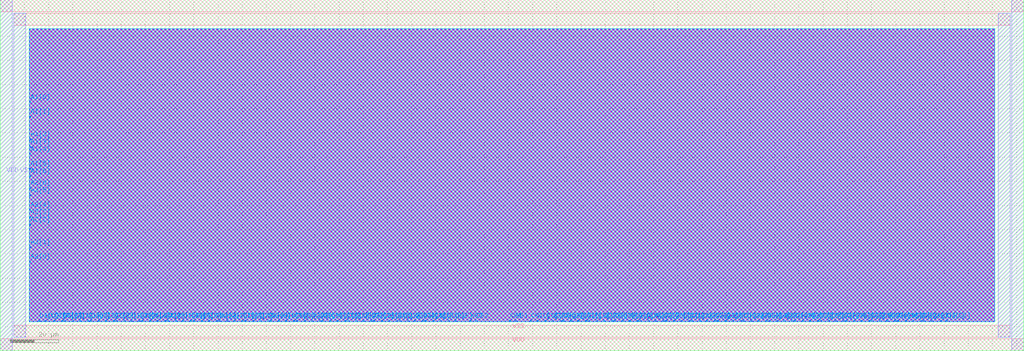
<source format=lef>
VERSION 5.8 ;
BUSBITCHARS "[]" ;
DIVIDERCHAR "/" ;


UNITS
  DATABASE MICRONS 2000 ;
END UNITS

MANUFACTURINGGRID 0.0005 ;
CLEARANCEMEASURE EUCLIDEAN ;
USEMINSPACING OBS ON ;


LAYER Metal1
  TYPE ROUTING ;
  DIRECTION HORIZONTAL ;
  PITCH 0.10 0.10 ;
  WIDTH 0.05 ;
  MINWIDTH 0.05 ;
  AREA 0.0115 ;
  SPACINGTABLE
    PARALLELRUNLENGTH 0 
    WIDTH 0    0.05 
    WIDTH 0.1  0.06 
    WIDTH 0.35 0.10 
    WIDTH 0.47 0.13 
    WIDTH 0.63 0.15 ;
  SPACING 0.07 ENDOFLINE 0.07 WITHIN 0.025 ;
END Metal1

LAYER Via1
  TYPE CUT ;
  SPACING 0.075 ;
  WIDTH 0.05 ;
END Via1

LAYER Metal2
  TYPE ROUTING ;
  DIRECTION VERTICAL ;
  PITCH 0.10 0.10 ;
  MINWIDTH 0.05 ;
  WIDTH 0.05 ;
  AREA 0.014 ;
  SPACINGTABLE
    PARALLELRUNLENGTH 0
    WIDTH 0    0.05 
    WIDTH 0.09 0.06 
    WIDTH 0.16 0.10 
    WIDTH 0.47 0.13 
    WIDTH 0.63 0.15 ;
  SPACING 0.08 ENDOFLINE 0.08 WITHIN 0.025 ;
END Metal2

LAYER Via2
  TYPE CUT ;
  SPACING 0.075 ;
  WIDTH 0.05 ;
END Via2

LAYER Metal3
  TYPE ROUTING ;
  DIRECTION HORIZONTAL ;
  PITCH 0.10 0.10 ;
  MINWIDTH 0.05 ;
  WIDTH 0.05 ;
  AREA 0.017 ;
  SPACINGTABLE
    PARALLELRUNLENGTH 0
    WIDTH 0    0.05 
    WIDTH 0.09 0.06 
    WIDTH 0.16 0.10 
    WIDTH 0.47 0.13 
    WIDTH 0.63 0.15 ;
  SPACING 0.08 ENDOFLINE 0.08 WITHIN 0.025 ;
END Metal3

LAYER Via3
  TYPE CUT ;
  SPACING 0.075 ;
  WIDTH 0.05 ;
END Via3

LAYER Metal4
  TYPE ROUTING ;
  DIRECTION VERTICAL ;
  PITCH 0.10 0.10 ;
  MINWIDTH 0.05 ;
  WIDTH 0.05 ;
  AREA 0.017 ;
  SPACINGTABLE
    PARALLELRUNLENGTH 0
    WIDTH 0    0.05 
    WIDTH 0.09 0.06 
    WIDTH 0.16 0.10 
    WIDTH 0.47 0.13 
    WIDTH 0.63 0.15 ;
  SPACING 0.08 ENDOFLINE 0.08 WITHIN 0.025 ;
END Metal4

LAYER Via4
  TYPE CUT ;
  SPACING 0.075 ;
  WIDTH 0.05 ;
END Via4

LAYER Metal5
  TYPE ROUTING ;
  DIRECTION HORIZONTAL ;
  PITCH 0.10 0.10 ;
  MINWIDTH 0.05 ;
  WIDTH 0.05 ;
  AREA 0.017 ;
  SPACINGTABLE
    PARALLELRUNLENGTH 0
    WIDTH 0    0.05 
    WIDTH 0.09 0.06 
    WIDTH 0.16 0.10 
    WIDTH 0.47 0.13 
    WIDTH 0.63 0.15 ;
  SPACING 0.08 ENDOFLINE 0.08 WITHIN 0.025 ;
END Metal5

LAYER Via5
  TYPE CUT ;
  SPACING 0.075 ;
  WIDTH 0.05 ;
END Via5

LAYER Metal6
  TYPE ROUTING ;
  DIRECTION VERTICAL ;
  PITCH 0.10 0.10 ;
  MINWIDTH 0.05 ;
  WIDTH 0.05 ;
  AREA 0.017 ;
  SPACINGTABLE
    PARALLELRUNLENGTH 0
    WIDTH 0    0.05 
    WIDTH 0.09 0.06 
    WIDTH 0.16 0.10 
    WIDTH 0.47 0.13 
    WIDTH 0.63 0.15 ;
  SPACING 0.08 ENDOFLINE 0.08 WITHIN 0.025 ;
END Metal6

LAYER Via6
  TYPE CUT ;
  SPACING 0.10 ;
  WIDTH 0.10 ;
END Via6

LAYER Metal7
  TYPE ROUTING ;
  DIRECTION HORIZONTAL ;
  MINWIDTH 0.05 ;
  PITCH 0.20 0.20 ;
  WIDTH 0.10 ;
  MINWIDTH 0.10 ;
  AREA 0.052 ;
  SPACINGTABLE
    PARALLELRUNLENGTH 0
    WIDTH 0     0.10 
    WIDTH 0.2   0.12
    WIDTH 0.4   0.16
    WIDTH 1.5   0.50 ;
  SPACING 0.12 ENDOFLINE 0.12 WITHIN 0.035 ;
END Metal7

LAYER Via7
  TYPE CUT ;
  SPACING 0.10 ;
  WIDTH 0.10 ;
END Via7

LAYER Metal8
  TYPE ROUTING ;
  DIRECTION VERTICAL ;
  PITCH 0.2 0.2 ;
  WIDTH 0.10 ;
  MINWIDTH 0.46 ;
  AREA 0.052 ;
  SPACINGTABLE
    PARALLELRUNLENGTH 0
    WIDTH 0     0.10 
    WIDTH 0.2   0.12
    WIDTH 0.4   0.16
    WIDTH 1.5   0.50 ;
  SPACING 0.12 ENDOFLINE 0.12 WITHIN 0.035 ;
END Metal8

LAYER Via8
  TYPE CUT ;
  SPACING 0.44 ;
  WIDTH 0.46 ;
END Via8

LAYER Metal9
  TYPE ROUTING ;
  DIRECTION HORIZONTAL ;
  PITCH 1.00 1.00 ;
  WIDTH 0.50 ;
  MINWIDTH 0.46 ;
  AREA 1.00 ;
  SPACINGTABLE
    PARALLELRUNLENGTH 0
    WIDTH 0     0.50 
    WIDTH 1.5   0.65
    WIDTH 4.5   1.50
    WIDTH 1.5   0.45 ;
END Metal9

LAYER OVERLAP
  TYPE OVERLAP ;
END OVERLAP

VIA VIA12_1C DEFAULT 
    LAYER Metal1 ;
        RECT -0.055000 -0.025000 0.055000 0.025000 ;
    LAYER Via1 ;
        RECT -0.025000 -0.025000 0.025000 0.025000 ;
    LAYER Metal2 ;
        RECT -0.025000 -0.055000 0.025000 0.055000 ;
END VIA12_1C

VIA VIA12_1C_H DEFAULT 
    LAYER Metal1 ;
        RECT -0.055000 -0.025000 0.055000 0.025000 ;
    LAYER Via1 ;
        RECT -0.025000 -0.025000 0.025000 0.025000 ;
    LAYER Metal2 ;
        RECT -0.055000 -0.025000 0.055000 0.025000 ;
END VIA12_1C_H

VIA VIA12_1C_V DEFAULT 
    LAYER Metal1 ;
        RECT -0.025000 -0.055000 0.025000 0.055000 ;
    LAYER Via1 ;
        RECT -0.025000 -0.025000 0.025000 0.025000 ;
    LAYER Metal2 ;
        RECT -0.025000 -0.055000 0.025000 0.055000 ;
END VIA12_1C_V

VIA VIA23_1C DEFAULT 
    LAYER Metal2 ;
        RECT -0.025000 -0.055000 0.025000 0.055000 ;
    LAYER Via2 ;
        RECT -0.025000 -0.025000 0.025000 0.025000 ;
    LAYER Metal3 ;
        RECT -0.055000 -0.025000 0.055000 0.025000 ;
END VIA23_1C

VIA VIA23_1C_H DEFAULT 
    LAYER Metal2 ;
        RECT -0.055000 -0.025000 0.055000 0.025000 ;
    LAYER Via2 ;
        RECT -0.025000 -0.025000 0.025000 0.025000 ;
    LAYER Metal3 ;
        RECT -0.055000 -0.025000 0.055000 0.025000 ;
END VIA23_1C_H

VIA VIA23_1C_V DEFAULT 
    LAYER Metal2 ;
        RECT -0.025000 -0.055000 0.025000 0.055000 ;
    LAYER Via2 ;
        RECT -0.025000 -0.025000 0.025000 0.025000 ;
    LAYER Metal3 ;
        RECT -0.025000 -0.055000 0.025000 0.055000 ;
END VIA23_1C_V

VIA VIA23_1ST_N DEFAULT 
    LAYER Metal2 ;
        RECT -0.025000 -0.055000 0.025000 0.325000 ;
    LAYER Via2 ;
        RECT -0.025000 -0.025000 0.025000 0.025000 ;
    LAYER Metal3 ;
        RECT -0.055000 -0.025000 0.055000 0.025000 ;
END VIA23_1ST_N

VIA VIA23_1ST_S DEFAULT 
    LAYER Metal2 ;
        RECT -0.025000 -0.325000 0.025000 0.055000 ;
    LAYER Via2 ;
        RECT -0.025000 -0.025000 0.025000 0.025000 ;
    LAYER Metal3 ;
        RECT -0.055000 -0.025000 0.055000 0.025000 ;
END VIA23_1ST_S

VIA VIA34_1C DEFAULT 
    LAYER Metal3 ;
        RECT -0.055000 -0.025000 0.055000 0.025000 ;
    LAYER Via3 ;
        RECT -0.025000 -0.025000 0.025000 0.025000 ;
    LAYER Metal4 ;
        RECT -0.025000 -0.055000 0.025000 0.055000 ;
END VIA34_1C

VIA VIA34_1C_H DEFAULT 
    LAYER Metal3 ;
        RECT -0.055000 -0.025000 0.055000 0.025000 ;
    LAYER Via3 ;
        RECT -0.025000 -0.025000 0.025000 0.025000 ;
    LAYER Metal4 ;
        RECT -0.055000 -0.025000 0.055000 0.025000 ;
END VIA34_1C_H

VIA VIA34_1C_V DEFAULT 
    LAYER Metal3 ;
        RECT -0.025000 -0.055000 0.025000 0.055000 ;
    LAYER Via3 ;
        RECT -0.025000 -0.025000 0.025000 0.025000 ;
    LAYER Metal4 ;
        RECT -0.025000 -0.055000 0.025000 0.055000 ;
END VIA34_1C_V

VIA VIA34_1ST_E DEFAULT 
    LAYER Metal3 ;
        RECT -0.055000 -0.025000 0.325000 0.025000 ;
    LAYER Via3 ;
        RECT -0.025000 -0.025000 0.025000 0.025000 ;
    LAYER Metal4 ;
        RECT -0.025000 -0.055000 0.025000 0.055000 ;
END VIA34_1ST_E

VIA VIA34_1ST_W DEFAULT 
    LAYER Metal3 ;
        RECT -0.325000 -0.025000 0.055000 0.025000 ;
    LAYER Via3 ;
        RECT -0.025000 -0.025000 0.025000 0.025000 ;
    LAYER Metal4 ;
        RECT -0.025000 -0.055000 0.025000 0.055000 ;
END VIA34_1ST_W

VIA VIA45_1C DEFAULT 
    LAYER Metal4 ;
        RECT -0.025000 -0.055000 0.025000 0.055000 ;
    LAYER Via4 ;
        RECT -0.025000 -0.025000 0.025000 0.025000 ;
    LAYER Metal5 ;
        RECT -0.055000 -0.025000 0.055000 0.025000 ;
END VIA45_1C

VIA VIA45_1C_H DEFAULT 
    LAYER Metal4 ;
        RECT -0.055000 -0.025000 0.055000 0.025000 ;
    LAYER Via4 ;
        RECT -0.025000 -0.025000 0.025000 0.025000 ;
    LAYER Metal5 ;
        RECT -0.055000 -0.025000 0.055000 0.025000 ;
END VIA45_1C_H

VIA VIA45_1C_V DEFAULT 
    LAYER Metal4 ;
        RECT -0.025000 -0.055000 0.025000 0.055000 ;
    LAYER Via4 ;
        RECT -0.025000 -0.025000 0.025000 0.025000 ;
    LAYER Metal5 ;
        RECT -0.025000 -0.055000 0.025000 0.055000 ;
END VIA45_1C_V

VIA VIA45_1ST_N DEFAULT 
    LAYER Metal4 ;
        RECT -0.025000 -0.055000 0.025000 0.325000 ;
    LAYER Via4 ;
        RECT -0.025000 -0.025000 0.025000 0.025000 ;
    LAYER Metal5 ;
        RECT -0.055000 -0.025000 0.055000 0.025000 ;
END VIA45_1ST_N

VIA VIA45_1ST_S DEFAULT 
    LAYER Metal4 ;
        RECT -0.025000 -0.325000 0.025000 0.055000 ;
    LAYER Via4 ;
        RECT -0.025000 -0.025000 0.025000 0.025000 ;
    LAYER Metal5 ;
        RECT -0.055000 -0.025000 0.055000 0.025000 ;
END VIA45_1ST_S

VIA VIA5_0_VH DEFAULT 
    LAYER Metal5 ;
        RECT -0.025000 -0.055000 0.025000 0.055000 ;
    LAYER Via5 ;
        RECT -0.025000 -0.025000 0.025000 0.025000 ;
    LAYER Metal6 ;
        RECT -0.055000 -0.025000 0.055000 0.025000 ;
END VIA5_0_VH

VIA VIA6_0_HV DEFAULT 
    LAYER Metal6 ;
        RECT -0.260000 -0.100000 0.260000 0.100000 ;
    LAYER Via6 ;
        RECT -0.050000 -0.050000 0.050000 0.050000 ;
    LAYER Metal7 ;
        RECT -0.100000 -0.260000 0.100000 0.260000 ;
END VIA6_0_HV

VIA VIA7_0_VH DEFAULT 
    LAYER Metal7 ;
        RECT -0.100000 -0.260000 0.100000 0.260000 ;
    LAYER Via7 ;
        RECT -0.050000 -0.050000 0.050000 0.050000 ;
    LAYER Metal8 ;
        RECT -0.260000 -0.100000 0.260000 0.100000 ;
END VIA7_0_VH

VIA VIA8_0_VH DEFAULT 
    LAYER Metal8 ;
        RECT -0.250000 -0.260000 0.250000 0.260000 ;
    LAYER Via8 ;
        RECT -0.230000 -0.230000 0.230000 0.230000 ;
    LAYER Metal9 ;
        RECT -0.300000 -0.250000 0.300000 0.250000 ;
END VIA8_0_VH


SITE CoreSite
  CLASS CORE ;
  SIZE 0.135 BY 1.2 ;
END CoreSite


MACRO BUFX16
  CLASS CORE ;
  ORIGIN 0 0 ;
  FOREIGN BUFX16 0 0 ;
  SIZE 3.78 BY 1.2 ;
  SYMMETRY X Y ;
  SITE CoreSite ;
  PIN A
        DIRECTION INPUT ;
        USE SIGNAL ;
        PORT
        LAYER Metal1 ;
        RECT  0.14 0.42 1.34 0.47 ;
        RECT  0.14 0.62 0.36 0.68 ;
        RECT  0.14 0.42 0.20 0.68 ;
        RECT  1.29 0.42 1.34 0.57 ;
        END
  END A
  PIN Y
        DIRECTION OUTPUT ;
        USE SIGNAL ;
        PORT
        LAYER Metal1 ;
        RECT  1.46 0.32 3.67 0.46 ;
        RECT  1.46 0.74 3.67 0.89 ;
        RECT  1.46 0.74 1.51 0.96 ;
        RECT  1.46 0.14 1.51 0.46 ;
        RECT  3.54 0.14 3.67 0.96 ;
        END
  END Y
  PIN VDD
    DIRECTION INOUT ;
    SHAPE ABUTMENT ;
    USE POWER ;
    PORT
      LAYER Metal1 ;
	RECT 0.00 1.14 3.78 1.2 ;
    END
  END VDD
  PIN VSS
    DIRECTION INOUT ;
    SHAPE ABUTMENT ;
    USE POWER ;
    PORT
      LAYER Metal1 ;
	RECT 0.00 0.00 3.78 0.06 ;
    END
  END VSS
  OBS
        LAYER Metal1 ;
        RECT  0.03 0.30 1.24 0.35 ;
        RECT  0.03 0.30 0.07 0.81 ;
        RECT  0.03 0.75 1.24 0.81 ;
        RECT  1.19 0.14 1.24 0.35 ;
	RECT  1.19 0.68 1.24 0.81 ;
        RECT  1.49 0.62 3.46 0.68 ;
  END
END BUFX16

MACRO BUFX2
  CLASS CORE ;
  ORIGIN 0 0 ;
  FOREIGN BUFX2 0 0 ;
  SIZE 0.54 BY 1.2 ;
  SYMMETRY X Y ;
  SITE CoreSite ;
  PIN A
        DIRECTION INPUT ;
        USE SIGNAL ;
	PORT
        LAYER Metal1 ;
        RECT  0.17 0.33 0.34 0.40 ;
        RECT  0.17 0.33 0.23 0.62 ;
        END
  END A
  PIN VDD
    DIRECTION INOUT ;
    SHAPE ABUTMENT ;
    USE POWER ;
    PORT
      LAYER Metal1 ;
	RECT 0.00 1.14 0.54 1.2 ;
    END
  END VDD
  PIN VSS
    DIRECTION INOUT ;
    SHAPE ABUTMENT ;
    USE POWER ;
    PORT
      LAYER Metal1 ;
	RECT 0.00 0.00 0.54 0.06 ;
    END
  END VSS
  PIN Y
        DIRECTION OUTPUT ;
        USE SIGNAL ;
        PORT
        LAYER Metal1 ;
        RECT  0.37 0.20 0.50 0.28 ;
        RECT  0.45 0.20 0.50 1.04 ;
        RECT  0.23 0.85 0.50 0.91 ;
        RECT  0.23 0.85 0.28 1.04 ;
        END
    END Y
    OBS
        LAYER Metal1 ;
        RECT  0.04 0.14 0.17 0.23 ;
        RECT  0.04 0.72 0.36 0.78 ;
        RECT  0.04 0.14 0.09 1.04 ;
        RECT  0.31 0.49 0.36 0.78 ;
    END
END BUFX2

MACRO BUFX8
    CLASS CORE ;
    FOREIGN BUFX8 0.000000 0.000000 ;
    ORIGIN 0.000000 0.000000 ;
    SIZE 1.89 BY 1.2 ;
    SYMMETRY X Y ;
  SITE CoreSite ;
    PIN A
        DIRECTION INPUT ;
        USE SIGNAL ;
        PORT
        LAYER Metal1 ;
        RECT  0.14 0.42 0.53 0.47 ;
        RECT  0.14 0.62 0.36 0.68 ;
        RECT  0.14 0.42 0.20 0.68 ;
        RECT  0.48 0.42 0.53 0.57 ;
        END
    END A
    PIN VDD
    DIRECTION INOUT ;
    SHAPE ABUTMENT ;
    USE POWER ;
    PORT
      LAYER Metal1 ;
	RECT 0.00 1.14 1.89 1.2 ;
    END
  END VDD

    PIN VSS
    DIRECTION INOUT ;
    SHAPE ABUTMENT ;
    USE POWER ;
    PORT
      LAYER Metal1 ;
	RECT 0.00 0.00 1.89 0.06 ;
    END
  END VSS

    PIN Y
        DIRECTION OUTPUT ;
        USE SIGNAL ;
        PORT
        LAYER Metal1 ;
        RECT  0.65 0.33 1.85 0.38 ;
        RECT  0.65 0.82 1.85 0.88 ;
        RECT  0.65 0.82 0.70 0.96 ;
        RECT  0.65 0.14 0.70 0.38 ;
        RECT  1.79 0.14 1.85 0.96 ;
        END
    END Y
    OBS
        LAYER Metal1 ;
        RECT  0.04 0.30 0.45 0.35 ;
        RECT  0.04 0.30 0.09 0.88 ;
        RECT  0.04 0.82 0.56 0.88 ;
        RECT  0.52 0.68 0.56 0.88 ;
        RECT  0.36 0.14 0.45 0.35 ;
        RECT  0.52 0.68 1.72 0.72 ;
        RECT  1.65 0.51 1.72 0.72 ;
    END
END BUFX8

MACRO INVX2
  CLASS CORE ;
  ORIGIN 0 0 ;
  FOREIGN INVX2 0 0 ;
  SIZE 0.405 BY 1.2 ;
  SYMMETRY X Y  ;
  SITE CoreSite ;
  PIN A
	PORT
        LAYER Metal1 ;
        RECT  0.17 0.40 0.23 0.76 ;
        END
  END A
  PIN VDD
    DIRECTION INOUT ;
    SHAPE ABUTMENT ;
    USE POWER ;
    PORT
      LAYER Metal1 ;
	RECT 0.00 1.14 0.405 1.2 ;
    END
  END VDD
  PIN VSS
    DIRECTION INOUT ;
    SHAPE ABUTMENT ;
    USE POWER ;
    PORT
      LAYER Metal1 ;
	RECT 0.00 0.00 0.405 0.06 ;
    END
  END VSS
  PIN Y
        DIRECTION OUTPUT ;
        USE SIGNAL ;
        PORT
        LAYER Metal1 ;
        RECT  0.23 0.14 0.30 0.28 ;
        RECT  0.31 0.23 0.36 0.92 ;
        RECT  0.23 0.23 0.36 0.28 ;
        RECT  0.24 0.86 0.36 0.92 ;
        RECT  0.24 0.86 0.29 1.05 ;
        END
  END Y
END INVX2

MACRO MX2X2
  CLASS CORE ;
  ORIGIN 0 0 ;
  FOREIGN MX2X2 0 0 ;
  SIZE 1.89 BY 1.2 ;
  SYMMETRY X Y ;
  SITE CoreSite ;
  PIN Y
    DIRECTION OUTPUT ;
    USE SIGNAL ;
    PORT
      LAYER Metal1 ;
        RECT 1.47 0.17 1.52 0.28 ;
        RECT 1.50 0.23 1.56 0.91 ;
        RECT 1.50 0.40 1.74 0.46 ;
        RECT 1.66 0.40 1.74 0.53 ;
    END
  END Y
  PIN B
    DIRECTION INPUT ;
    USE SIGNAL ;
    PORT
      LAYER Metal1 ;
        RECT 1.22 0.41 1.30 0.92 ;
        RECT 1.22 0.41 1.40 0.49 ;
    END
  END B
  PIN A
    DIRECTION INPUT ;
    USE SIGNAL ;
    PORT
      LAYER Metal1 ;
        RECT 0.46 0.43 0.54 0.83 ;
        RECT 0.44 0.76 0.62 0.83 ;
    END
  END A
  PIN S0
    DIRECTION INPUT ;
    USE SIGNAL ;
    PORT
      LAYER Metal1 ;
        RECT 0.26 0.78 0.34 1.01 ;
        RECT 0.72 0.73 0.80 1.01 ;
        RECT 0.26 0.94 0.80 1.01 ;
    END
  END S0
  PIN VDD
    DIRECTION INOUT ;
    SHAPE ABUTMENT ;
    USE POWER ;
    PORT
      LAYER Metal1 ;
	RECT 0.00 1.14 1.89 1.2 ;
    END
  END VDD
  PIN VSS
    DIRECTION INOUT ;
    SHAPE ABUTMENT ;
    USE POWER ;
    PORT
      LAYER Metal1 ;
	RECT 0.00 0.00 1.89 0.06 ;
    END
  END VSS
  OBS
      LAYER Metal1 ;
        RECT 1.00 0.21 1.10 0.92 ;
        RECT 0.12 0.21 1.10 0.27 ;
        RECT 0.12 0.21 0.17 0.67 ;
  END
END MX2X2

MACRO OAI2BB1X2
  CLASS CORE ;
  ORIGIN 0 0 ;
  FOREIGN OAI2BB1X2 0 0 ;
  SIZE 1.89 BY 1.2 ;
  SYMMETRY X Y ;
  SITE CoreSite ;
  PIN Y
    DIRECTION OUTPUT ;
    USE SIGNAL ;
    PORT
      LAYER Metal1 ;
        RECT 0.17 0.15 0.23 0.77 ;
        RECT 0.06 0.48 0.23 0.77 ;
        RECT 0.39 0.71 0.45 0.98 ;
        RECT 0.17 0.15 0.66 0.22 ;
        RECT 0.06 0.71 0.86 0.77 ;
        RECT 0.80 0.71 0.86 0.98 ;
    END
  END Y
  PIN B0
    DIRECTION INPUT ;
    USE SIGNAL ;
    PORT
      LAYER Metal1 ;
        RECT 0.46 0.37 0.54 0.52 ;
        RECT 0.33 0.37 0.92 0.45 ;
    END
  END B0
  PIN A0N
    DIRECTION INPUT ;
    USE SIGNAL ;
    PORT
      LAYER Metal1 ;
        RECT 1.02 0.22 1.17 0.30 ;
        RECT 1.08 0.22 1.17 0.45 ;
        RECT 1.08 0.37 1.38 0.45 ;
    END
  END A0N
  PIN A1N
    DIRECTION INPUT ;
    USE SIGNAL ;
    PORT
      LAYER Metal1 ;
        RECT 1.63 0.33 1.72 0.90 ;
        RECT 1.40 0.85 1.72 0.90 ;
    END
  END A1N
  PIN VDD
    DIRECTION INOUT ;
    SHAPE ABUTMENT ;
    USE POWER ;
    PORT
      LAYER Metal1 ;
	RECT 0.00 1.14 1.89 1.2 ;
    END
  END VDD
  PIN VSS
    DIRECTION INOUT ;
    SHAPE ABUTMENT ;
    USE POWER ;
    PORT
      LAYER Metal1 ;
	RECT 0.00 0.00 1.89 0.06 ;
    END
  END VSS
END OAI2BB1X2

MACRO ADDFHX2
  CLASS CORE ;
  ORIGIN 0 0 ;
  FOREIGN ADDFHX2 0 0 ;
  SIZE 4.86 BY 1.2 ;
  SYMMETRY X Y ;
  SITE CoreSite ;
  PIN S
    DIRECTION OUTPUT ;
    USE SIGNAL ;
    PORT
      LAYER Metal1 ;
        RECT 4.39 0.72 4.45 0.99 ;
        RECT 4.43 0.24 4.49 0.78 ;
        RECT 4.43 0.30 4.54 0.43 ;
    END
  END S
  PIN CO
    DIRECTION OUTPUT ;
    USE SIGNAL ;
    PORT
      LAYER Metal1 ;
        RECT 0.26 0.30 0.34 0.43 ;
        RECT 0.28 0.24 0.34 0.99 ;
    END
  END CO
  PIN B
    DIRECTION INPUT ;
    USE SIGNAL ;
    PORT
      LAYER Metal1 ;
        RECT 1.36 0.65 1.89 0.71 ;
        RECT 1.83 0.70 1.96 0.88 ;
        RECT 2.93 0.62 2.99 0.76 ;
        RECT 1.83 0.70 2.99 0.76 ;
        RECT 2.93 0.62 3.97 0.68 ;
    END
  END B
  PIN A
    DIRECTION INPUT ;
    USE SIGNAL ;
    PORT
      LAYER Metal1 ;
        RECT 1.14 0.50 1.26 0.56 ;
        RECT 1.23 0.49 2.46 0.55 ;
        RECT 2.77 0.46 2.83 0.60 ;
        RECT 2.40 0.54 2.83 0.60 ;
        RECT 3.83 0.42 3.96 0.52 ;
        RECT 2.77 0.46 4.13 0.52 ;
        RECT 4.07 0.46 4.13 0.58 ;
    END
  END A
  PIN CI
    DIRECTION INPUT ;
    USE SIGNAL ;
    PORT
      LAYER Metal1 ;
        RECT 1.83 0.23 1.96 0.38 ;
        RECT 1.83 0.32 2.65 0.38 ;
        RECT 2.59 0.40 2.65 0.44 ;
        RECT 2.59 0.40 3.67 0.36 ;
    END
  END CI
  PIN VDD
    DIRECTION INOUT ;
    SHAPE ABUTMENT ;
    USE POWER ;
    PORT
      LAYER Metal1 ;
	RECT 0.00 1.14 4.86 1.2 ;
    END
  END VDD
  PIN VSS
    DIRECTION INOUT ;
    SHAPE ABUTMENT ;
    USE POWER ;
    PORT
      LAYER Metal1 ;
	RECT 0.00 0.00 4.86 0.06 ;
    END
  END VSS
END ADDFHX2

MACRO ADDFX2
  CLASS CORE ;
  ORIGIN 0 0 ;
  FOREIGN ADDFX2 0 0 ;
  SIZE 4.59 BY 1.2 ;
  SYMMETRY X Y ;
  SITE CoreSite ;
  PIN S
    DIRECTION OUTPUT ;
    USE SIGNAL ;
    PORT
      LAYER Metal1 ;
        RECT 4.25 0.32 4.32 0.99 ;
        RECT 4.25 0.40 4.34 0.53 ;
        RECT 4.22 0.83 4.34 0.99 ;
    END
  END S
  PIN CO
    DIRECTION OUTPUT ;
    USE SIGNAL ;
    PORT
      LAYER Metal1 ;
        RECT 0.16 0.49 0.24 0.62 ;
        RECT 0.16 0.49 0.44 0.55 ;
        RECT 0.38 0.24 0.44 1.01 ;
    END
  END CO
  PIN B
    DIRECTION INPUT ;
    USE SIGNAL ;
    PORT
      LAYER Metal1 ;
        RECT 1.19 0.61 1.47 0.67 ;
        RECT 2.06 0.62 2.14 0.91 ;
        RECT 1.43 0.62 3.73 0.68 ;
    END
  END B
  PIN A
    DIRECTION INPUT ;
    USE SIGNAL ;
    PORT
      LAYER Metal1 ;
        RECT 0.97 0.49 1.09 0.54 ;
        RECT 1.03 0.45 1.57 0.51 ;
        RECT 1.53 0.46 3.96 0.52 ;
        RECT 3.83 0.46 3.96 0.70 ;
    END
  END A
  PIN CI
    DIRECTION INPUT ;
    USE SIGNAL ;
    PORT
      LAYER Metal1 ;
        RECT 1.64 0.23 1.77 0.36 ;
        RECT 1.64 0.30 3.52 0.36 ;
    END
  END CI
  PIN VDD
    DIRECTION INOUT ;
    SHAPE ABUTMENT ;
    USE POWER ;
    PORT
      LAYER Metal1 ;
	RECT 0.00 1.14 4.59 1.2 ;
    END
  END VDD
  PIN VSS
    DIRECTION INOUT ;
    SHAPE ABUTMENT ;
    USE POWER ;
    PORT
      LAYER Metal1 ;
	RECT 0.00 0.00 4.59 0.06 ;
    END
  END VSS
END ADDFX2


MACRO NAND4X2
  CLASS CORE ;
  ORIGIN 0 0 ;
  FOREIGN NAND4X2 0 0 ;
  SIZE 2.430 BY 1.2 ;
  SYMMETRY X Y ;
  SITE CoreSite ;
  PIN Y
    DIRECTION OUTPUT ;
    USE SIGNAL ;
    PORT
      LAYER Metal1 ;
        RECT 0.48 0.25 1.23 0.31 ;
        RECT 1.19 0.27 2.12 0.33 ;
        RECT 2.06 0.27 2.12 1.00 ;
    END
  END Y
  PIN A
    DIRECTION INPUT ;
    USE SIGNAL ;
    PORT
      LAYER Metal1 ;
        RECT 0.26 0.62 0.32 0.99 ;
        RECT 1.86 0.62 1.94 0.99 ;
        RECT 0.26 0.92 1.94 0.99 ;
    END
  END A
  PIN B
    DIRECTION INPUT ;
    USE SIGNAL ;
    PORT
      LAYER Metal1 ;
        RECT 0.42 0.63 0.54 0.70 ;
        RECT 0.46 0.59 0.54 0.72 ;
        RECT 0.48 0.59 0.54 0.82 ;
        RECT 1.60 0.64 1.66 0.82 ;
        RECT 0.48 0.76 1.66 0.82 ;
    END
  END B
  PIN C
    DIRECTION INPUT ;
    USE SIGNAL ;
    PORT
      LAYER Metal1 ;
        RECT 1.23 0.42 1.40 0.50 ;
        RECT 1.33 0.42 1.40 0.66 ;
        RECT 0.69 0.61 1.40 0.66 ;
    END
  END C
  PIN D
    DIRECTION INPUT ;
    USE SIGNAL ;
    PORT
      LAYER Metal1 ;
        RECT 0.26 0.42 1.14 0.50 ;
    END
  END D
  PIN VDD
    DIRECTION INOUT ;
    SHAPE ABUTMENT ;
    USE POWER ;
    PORT
      LAYER Metal1 ;
	RECT 0.00 1.14 2.430 1.2 ;
    END
  END VDD

  PIN VSS
    DIRECTION INOUT ;
    SHAPE ABUTMENT ;
    USE POWER ;
    PORT
      LAYER Metal1 ;
	RECT 0.00 0.00 2.430 0.06 ;
    END
  END VSS
  OBS
      LAYER Metal1 ;
        RECT 0.12 0.21 0.18 0.92 ;
  END

END NAND4X2


MACRO AOI22X2
  CLASS CORE ;
  ORIGIN 0 0 ;
  FOREIGN AOI22X2 0 0 ;
  SIZE 2.565 BY 1.2 ;
  SYMMETRY X Y ;
  SITE CoreSite ;
  PIN Y
    DIRECTION OUTPUT ;
    USE SIGNAL ;
    PORT
      LAYER Metal1 ;
        RECT 1.17 0.21 1.23 0.70 ;
        RECT 1.03 0.61 1.23 0.70 ;
        RECT 1.03 0.63 1.49 0.70 ;
        RECT 1.43 0.63 1.49 0.98 ;
        RECT 0.71 0.21 1.69 0.27 ;
        RECT 1.84 0.79 1.90 0.98 ;
        RECT 1.43 0.92 1.90 0.98 ;
    END
  END Y
  PIN A1
    DIRECTION INPUT ;
    USE SIGNAL ;
    PORT
      LAYER Metal1 ;
        RECT 0.66 0.56 0.74 0.86 ;
    END
  END A1
  PIN B1
    DIRECTION INPUT ;
    USE SIGNAL ;
    PORT
      LAYER Metal1 ;
        RECT 1.66 0.54 1.74 0.83 ;
    END
  END B1
  PIN B0
    DIRECTION INPUT ;
    USE SIGNAL ;
    PORT
      LAYER Metal1 ;
        RECT 1.50 0.38 1.56 0.51 ;
        RECT 1.32 0.46 1.56 0.51 ;
        RECT 1.50 0.38 1.96 0.44 ;
        RECT 1.84 0.38 1.96 0.70 ;
        RECT 1.84 0.61 2.17 0.70 ;
    END
  END B0
  PIN A0
    DIRECTION INPUT ;
    USE SIGNAL ;
    PORT
      LAYER Metal1 ;
        RECT 0.26 0.42 0.56 0.50 ;
        RECT 0.48 0.37 0.92 0.46 ;
        RECT 0.84 0.44 1.06 0.51 ;
    END
  END A0
  PIN VDD
    DIRECTION INOUT ;
    SHAPE ABUTMENT ;
    USE POWER ;
    PORT
      LAYER Metal1 ;
	RECT 0.00 1.14 2.565 1.2 ;
    END
  END VDD

  PIN VSS
    DIRECTION INOUT ;
    SHAPE ABUTMENT ;
    USE POWER ;
    PORT
      LAYER Metal1 ;
	RECT 0.00 0.00 2.565 0.06 ;
    END
  END VSS
  OBS
      LAYER Metal1 ;
        RECT 0.10 0.21 0.16 0.92 ;
        RECT 0.10 0.60 0.56 0.66 ;
        RECT 0.50 0.60 0.56 0.96 ;
        RECT 0.10 0.21 0.56 0.27 ;
        RECT 1.84 0.21 2.36 0.27 ;
        RECT 2.30 0.21 2.36 0.97 ;
  END
END AOI22X2

MACRO AND2X2
  CLASS CORE ;
  ORIGIN 0 0 ;
  FOREIGN AND2X2 0 0 ;
  SIZE 1.350 BY 1.2 ;
  SYMMETRY X Y ;
  SITE CoreSite ;
  PIN Y
    DIRECTION OUTPUT ;
    USE SIGNAL ;
    PORT
      LAYER Metal1 ;
        RECT 0.86 0.25 0.92 0.94 ;
        RECT 0.86 0.40 0.94 0.73 ;
    END
  END Y
  PIN A
    DIRECTION INPUT ;
    USE SIGNAL ;
    PORT
      LAYER Metal1 ;
        RECT 0.46 0.29 0.59 0.72 ;
        RECT 0.51 0.29 0.59 0.94 ;
    END
  END A
  PIN B
    DIRECTION INPUT ;
    USE SIGNAL ;
    PORT
      LAYER Metal1 ;
        RECT 0.16 0.55 0.22 0.92 ;
        RECT 0.22 0.29 0.30 0.91 ;
    END
  END B
  PIN VDD
    DIRECTION INOUT ;
    SHAPE ABUTMENT ;
    USE POWER ;
    PORT
      LAYER Metal1 ;
	RECT 0.00 1.14 1.350 1.2 ;
    END
  END VDD
  PIN VSS
    DIRECTION INOUT ;
    SHAPE ABUTMENT ;
    USE POWER ;
    PORT
      LAYER Metal1 ;
	RECT 0.00 0.00 1.350 0.06 ;
    END
  END VSS
  OBS
      LAYER Metal1 ;
        RECT 1.06 0.25 1.12 0.94 ;
  END
END AND2X2

MACRO AND2X6
  CLASS CORE ;
  ORIGIN 0 0 ;
  FOREIGN AND2X6 0 0 ;
  SIZE 2.430 BY 1.2 ;
  SYMMETRY X Y ;
  SITE CoreSite ;
  PIN Y
    DIRECTION OUTPUT ;
    USE SIGNAL ;
    PORT
      LAYER Metal1 ;
        RECT 1.08 0.28 1.14 0.58 ;
        RECT 1.49 0.28 1.55 0.58 ;
        RECT 1.66 0.53 1.72 0.96 ;
        RECT 1.66 0.79 1.74 0.96 ;
        RECT 1.09 0.90 1.98 0.96 ;
        RECT 1.90 0.28 1.96 0.58 ;
        RECT 1.08 0.53 1.96 0.58 ;
    END
  END Y
  PIN B
    DIRECTION INPUT ;
    USE SIGNAL ;
    PORT
      LAYER Metal1 ;
        RECT 0.28 0.79 0.56 0.99 ;
        RECT 0.28 0.79 0.66 0.86 ;
    END
  END B
  PIN A
    DIRECTION INPUT ;
    USE SIGNAL ;
    PORT
      LAYER Metal1 ;
        RECT 0.06 0.62 0.18 0.71 ;
        RECT 0.12 0.32 0.18 0.78 ;
        RECT 0.06 0.62 0.82 0.69 ;
        RECT 0.76 0.32 0.82 0.76 ;
    END
  END A
  PIN VDD
    DIRECTION INOUT ;
    SHAPE ABUTMENT ;
    USE POWER ;
    PORT
      LAYER Metal1 ;
	RECT 0.00 1.14 2.430 1.2 ;
    END
  END VDD

  PIN VSS
    DIRECTION INOUT ;
    SHAPE ABUTMENT ;
    USE POWER ;
    PORT
      LAYER Metal1 ;
	RECT 0.00 0.00 2.430 0.06 ;
    END
  END VSS

END AND2X6

MACRO AND2X4
  CLASS CORE ;
  ORIGIN 0 0 ;
  FOREIGN AND2X4 0 0 ;
  SIZE 2.025 BY 1.2 ;
  SYMMETRY X Y ;
  SITE CoreSite ;
  PIN Y
    DIRECTION OUTPUT ;
    USE SIGNAL ;
    PORT
      LAYER Metal1 ;
        RECT 0.97 0.690 1.03 0.980 ;
        RECT 0.94 0.220 1.06 0.280 ;
        RECT 1.01 0.240 1.52 0.300 ;
        RECT 1.40 0.180 1.46 0.300 ;
        RECT 1.40 0.690 1.46 0.980 ;
        RECT 1.46 0.240 1.52 0.750 ;
        RECT 0.97 0.690 1.52 0.750 ;
        RECT 1.46 0.400 1.54 0.530 ;
    END
  END Y
  PIN A
    DIRECTION INPUT ;
    USE SIGNAL ;
    PORT
      LAYER Metal1 ;
        RECT 0.66 0.360 0.74 0.960 ;
    END
  END A
  PIN B
    DIRECTION INPUT ;
    USE SIGNAL ;
    PORT
      LAYER Metal1 ;
        RECT 0.10 0.300 0.16 0.630 ;
        RECT 0.10 0.420 0.40 0.500 ;
        RECT 0.32 0.420 0.40 0.810 ;
    END
  END B
  PIN VDD
    DIRECTION INOUT ;
    SHAPE ABUTMENT ;
    USE POWER ;
    PORT
      LAYER Metal1 ;
	RECT 0.00 1.14 2.025 1.2 ;
    END
  END VDD

  PIN VSS
    DIRECTION INOUT ;
    SHAPE ABUTMENT ;
    USE POWER ;
    PORT
      LAYER Metal1 ;
	RECT 0.00 0.00 2.025 0.06 ;
    END
  END VSS

END AND2X4

MACRO AND3X2
  CLASS CORE ;
  ORIGIN 0 0 ;
  FOREIGN AND3X2 0 0 ;
  SIZE 1.755 BY 1.2 ;
  SYMMETRY X Y ;
  SITE CoreSite ;
  PIN Y
    DIRECTION OUTPUT ;
    USE SIGNAL ;
    PORT
      LAYER Metal1 ;
        RECT 1.15 0.280 1.21 0.460 ;
        RECT 1.15 0.400 1.34 0.460 ;
        RECT 1.26 0.400 1.32 0.980 ;
        RECT 1.26 0.400 1.34 0.530 ;
    END
  END Y
  PIN A
    DIRECTION INPUT ;
    USE SIGNAL ;
    PORT
      LAYER Metal1 ;
        RECT 0.83 0.400 0.92 0.960 ;
        RECT 0.83 0.400 0.96 0.480 ;
    END
  END A
  PIN B
    DIRECTION INPUT ;
    USE SIGNAL ;
    PORT
      LAYER Metal1 ;
        RECT 0.26 0.360 0.34 0.630 ;
        RECT 0.26 0.360 0.57 0.440 ;
        RECT 0.49 0.360 0.57 0.630 ;
    END
  END B
  PIN C
    DIRECTION INPUT ;
    USE SIGNAL ;
    PORT
      LAYER Metal1 ;
        RECT 0.08 0.360 0.16 0.840 ;
        RECT 0.06 0.590 0.16 0.840 ;
    END
  END C
  PIN VDD
    DIRECTION INOUT ;
    SHAPE ABUTMENT ;
    USE POWER ;
    PORT
      LAYER Metal1 ;
	RECT 0.00 1.14 1.755 1.2 ;
    END
  END VDD
  PIN VSS
    DIRECTION INOUT ;
    SHAPE ABUTMENT ;
    USE POWER ;
    PORT
      LAYER Metal1 ;
	RECT 0.00 0.00 1.755 0.06 ;
    END
  END VSS
END AND3X2

MACRO AND3X4
  CLASS CORE ;
  ORIGIN 0 0 ;
  FOREIGN AND3X4 0 0 ;
  SIZE 2.025 BY 1.2 ;
  SYMMETRY X Y ;
  SITE CoreSite ;
  PIN Y
    DIRECTION OUTPUT ;
    USE SIGNAL ;
    PORT
      LAYER Metal1 ;
        RECT 0.90 0.270 1.01 0.330 ;
        RECT 1.04 0.780 1.10 0.970 ;
        RECT 1.33 0.270 1.52 0.350 ;
        RECT 0.96 0.290 1.52 0.350 ;
        RECT 1.45 0.780 1.51 0.970 ;
        RECT 1.47 0.270 1.52 0.840 ;
        RECT 1.04 0.780 1.52 0.840 ;
        RECT 1.47 0.490 1.74 0.620 ;
    END
  END Y
  PIN A
    DIRECTION INPUT ;
    USE SIGNAL ;
    PORT
      LAYER Metal1 ;
        RECT 0.70 0.510 0.78 0.860 ;
        RECT 0.70 0.780 0.94 0.860 ;
        RECT 0.86 0.780 0.94 0.980 ;
    END
  END A
  PIN B
    DIRECTION INPUT ;
    USE SIGNAL ;
    PORT
      LAYER Metal1 ;
        RECT 0.26 0.400 0.34 0.530 ;
        RECT 0.26 0.450 0.44 0.530 ;
        RECT 0.36 0.450 0.44 0.800 ;
    END
  END B
  PIN C
    DIRECTION INPUT ;
    USE SIGNAL ;
    PORT
      LAYER Metal1 ;
        RECT 0.06 0.390 0.14 0.890 ;
    END
  END C
  PIN VDD
    DIRECTION INOUT ;
    SHAPE ABUTMENT ;
    USE POWER ;
    PORT
      LAYER Metal1 ;
	RECT 0.00 1.14 2.025 1.2 ;
    END
  END VDD
  PIN VSS
    DIRECTION INOUT ;
    SHAPE ABUTMENT ;
    USE POWER ;
    PORT
      LAYER Metal1 ;
	RECT 0.00 0.00 2.025 0.06 ;
    END
  END VSS
END AND3X4

MACRO AND4X2
  CLASS CORE ;
  ORIGIN 0 0 ;
  FOREIGN AND4X2 0 0 ;
  SIZE 2.025 BY 1.2 ;
  SYMMETRY X Y ;
  SITE CoreSite ;
  PIN Y
    DIRECTION OUTPUT ;
    USE SIGNAL ;
    PORT
      LAYER Metal1 ;
        RECT 1.30 0.610 1.36 0.980 ;
        RECT 0.60 0.150 1.46 0.210 ;
        RECT 1.40 0.150 1.46 0.680 ;
        RECT 1.30 0.610 1.46 0.680 ;
        RECT 1.40 0.400 1.54 0.530 ;
    END
  END Y
  PIN A
    DIRECTION INPUT ;
    USE SIGNAL ;
    PORT
      LAYER Metal1 ;
        RECT 1.00 0.480 1.08 0.720 ;
        RECT 1.06 0.580 1.14 0.910 ;
    END
  END A
  PIN B
    DIRECTION INPUT ;
    USE SIGNAL ;
    PORT
      LAYER Metal1 ;
        RECT 0.66 0.400 0.74 0.900 ;
    END
  END B
  PIN C
    DIRECTION INPUT ;
    USE SIGNAL ;
    PORT
      LAYER Metal1 ;
        RECT 0.46 0.410 0.54 0.910 ;
    END
  END C
  PIN D
    DIRECTION INPUT ;
    USE SIGNAL ;
    PORT
      LAYER Metal1 ;
        RECT 0.16 0.420 0.36 0.790 ;
    END
  END D
  PIN VDD
    DIRECTION INOUT ;
    SHAPE ABUTMENT ;
    USE POWER ;
    PORT
      LAYER Metal1 ;
	RECT 0.00 1.14 2.025 1.2 ;
    END
  END VDD

  PIN VSS
    DIRECTION INOUT ;
    SHAPE ABUTMENT ;
    USE POWER ;
    PORT
      LAYER Metal1 ;
	RECT 0.00 0.00 2.025 0.06 ;
    END
  END VSS
  OBS
      LAYER Metal1 ;
        RECT 1.66 0.25 1.72 0.94 ;
  END
END AND4X2

MACRO AND4X4
  CLASS CORE ;
  ORIGIN 0 0 ;
  FOREIGN AND4X4 0 0 ;
  SIZE 2.430 BY 1.2 ;
  SYMMETRY X Y ;
  SITE CoreSite ;
  PIN Y
    DIRECTION OUTPUT ;
    USE SIGNAL ;
    PORT
      LAYER Metal1 ;
        RECT 1.18 0.280 1.29 0.340 ;
        RECT 1.29 0.790 1.35 0.980 ;
        RECT 1.29 0.790 1.81 0.850 ;
        RECT 1.61 0.280 1.81 0.360 ;
        RECT 1.25 0.300 1.81 0.360 ;
        RECT 1.75 0.280 1.81 0.980 ;
        RECT 1.70 0.790 1.81 0.980 ;
        RECT 1.75 0.400 1.94 0.530 ;
    END
  END Y
  PIN A
    DIRECTION INPUT ;
    USE SIGNAL ;
    PORT
      LAYER Metal1 ;
        RECT 1.00 0.520 1.08 0.760 ;
        RECT 1.06 0.680 1.14 0.960 ;
    END
  END A
  PIN B
    DIRECTION INPUT ;
    USE SIGNAL ;
    PORT
      LAYER Metal1 ;
        RECT 0.66 0.300 0.74 0.800 ;
    END
  END B
  PIN C
    DIRECTION INPUT ;
    USE SIGNAL ;
    PORT
      LAYER Metal1 ;
        RECT 0.46 0.320 0.56 0.540 ;
        RECT 0.48 0.320 0.56 0.800 ;
    END
  END C
  PIN D
    DIRECTION INPUT ;
    USE SIGNAL ;
    PORT
      LAYER Metal1 ;
        RECT 0.26 0.400 0.34 0.790 ;
        RECT 0.28 0.310 0.36 0.530 ;
    END
  END D
  PIN VDD
    DIRECTION INOUT ;
    SHAPE ABUTMENT ;
    USE POWER ;
    PORT
      LAYER Metal1 ;
	RECT 0.00 1.14 2.430 1.2 ;
    END
  END VDD
  PIN VSS
    DIRECTION INOUT ;
    SHAPE ABUTMENT ;
    USE POWER ;
    PORT
      LAYER Metal1 ;
	RECT 0.00 0.00 2.430 0.06 ;
    END
  END VSS
END AND4X4

MACRO AO21X2
  CLASS CORE ;
  ORIGIN 0 0 ;
  FOREIGN AO21X2 0 0 ;
  SIZE 1.755 BY 1.2 ;
  SYMMETRY X Y ;
  SITE CoreSite ;
  PIN Y
    DIRECTION OUTPUT ;
    USE SIGNAL ;
    PORT
      LAYER Metal1 ;
        RECT 1.20 0.200 1.26 0.460 ;
        RECT 1.26 0.400 1.34 0.530 ;
        RECT 1.27 0.400 1.34 0.980 ;
    END
  END Y
  PIN A0
    DIRECTION INPUT ;
    USE SIGNAL ;
    PORT
      LAYER Metal1 ;
        RECT 0.26 0.390 0.34 0.890 ;
    END
  END A0
  PIN A1
    DIRECTION INPUT ;
    USE SIGNAL ;
    PORT
      LAYER Metal1 ;
        RECT 0.46 0.210 0.54 0.340 ;
        RECT 0.54 0.260 0.61 0.630 ;
    END
  END A1
  PIN B0
    DIRECTION INPUT ;
    USE SIGNAL ;
    PORT
      LAYER Metal1 ;
        RECT 0.82 0.440 0.94 0.800 ;
    END
  END B0
  PIN VDD
    DIRECTION INOUT ;
    SHAPE ABUTMENT ;
    USE POWER ;
    PORT
      LAYER Metal1 ;
	RECT 0.00 1.14 1.755 1.2 ;
    END
  END VDD

  PIN VSS
    DIRECTION INOUT ;
    SHAPE ABUTMENT ;
    USE POWER ;
    PORT
      LAYER Metal1 ;
	RECT 0.00 0.00 1.755 0.06 ;
    END
  END VSS
END AO21X2

MACRO AO21X4
  CLASS CORE ;
  ORIGIN 0 0 ;
  FOREIGN AO21X4 0 0 ;
  SIZE 2.160 BY 1.2 ;
  SYMMETRY X Y ;
  SITE CoreSite ;
  PIN Y
    DIRECTION OUTPUT ;
    USE SIGNAL ;
    PORT
      LAYER Metal1 ;
        RECT 1.02 0.170 1.08 0.310 ;
        RECT 1.23 0.650 1.28 0.980 ;
        RECT 1.43 0.170 1.49 0.310 ;
        RECT 1.02 0.250 1.72 0.310 ;
        RECT 1.23 0.650 1.72 0.710 ;
        RECT 1.64 0.810 1.69 0.980 ;
        RECT 1.66 0.250 1.72 0.860 ;
        RECT 1.66 0.400 1.94 0.460 ;
        RECT 1.86 0.400 1.94 0.530 ;
    END
  END Y
  PIN A0
    DIRECTION INPUT ;
    USE SIGNAL ;
    PORT
      LAYER Metal1 ;
        RECT 0.26 0.390 0.34 0.890 ;
    END
  END A0
  PIN A1
    DIRECTION INPUT ;
    USE SIGNAL ;
    PORT
      LAYER Metal1 ;
        RECT 0.48 0.410 0.56 0.890 ;
        RECT 0.46 0.590 0.56 0.890 ;
    END
  END A1
  PIN B0
    DIRECTION INPUT ;
    USE SIGNAL ;
    PORT
      LAYER Metal1 ;
        RECT 0.68 0.410 0.76 0.890 ;
        RECT 0.66 0.590 0.76 0.890 ;
    END
  END B0
  PIN VDD
    DIRECTION INOUT ;
    SHAPE ABUTMENT ;
    USE POWER ;
    PORT
      LAYER Metal1 ;
	RECT 0.00 1.14 2.160 1.2 ;
    END
  END VDD

  PIN VSS
    DIRECTION INOUT ;
    SHAPE ABUTMENT ;
    USE POWER ;
    PORT
      LAYER Metal1 ;
	RECT 0.00 0.00 2.160 0.06 ;
    END
  END VSS
END AO21X4

MACRO AO22X2
  CLASS CORE ;
  ORIGIN 0 0 ;
  FOREIGN AO22X2 0 0 ;
  SIZE 2.025 BY 1.2 ;
  SYMMETRY X Y ;
  SITE CoreSite ;
  PIN Y
    DIRECTION OUTPUT ;
    USE SIGNAL ;
    PORT
      LAYER Metal1 ;
        RECT 1.46 0.210 1.52 0.910 ;
        RECT 1.47 0.780 1.54 0.980 ;
    END
  END Y
  PIN B0
    DIRECTION INPUT ;
    USE SIGNAL ;
    PORT
      LAYER Metal1 ;
        RECT 1.02 0.460 1.10 0.920 ;
        RECT 1.02 0.750 1.14 0.920 ;
    END
  END B0
  PIN A0
    DIRECTION INPUT ;
    USE SIGNAL ;
    PORT
      LAYER Metal1 ;
        RECT 0.08 0.430 0.16 0.910 ;
    END
  END A0
  PIN B1
    DIRECTION INPUT ;
    USE SIGNAL ;
    PORT
      LAYER Metal1 ;
        RECT 0.64 0.400 0.77 0.500 ;
        RECT 0.69 0.400 0.77 0.850 ;
    END
  END B1
  PIN A1
    DIRECTION INPUT ;
    USE SIGNAL ;
    PORT
      LAYER Metal1 ;
        RECT 0.26 0.590 0.34 0.720 ;
        RECT 0.26 0.610 0.54 0.700 ;
        RECT 0.46 0.610 0.54 0.870 ;
    END
  END A1
  PIN VDD
    DIRECTION INOUT ;
    SHAPE ABUTMENT ;
    USE POWER ;
    PORT
      LAYER Metal1 ;
	RECT 0.00 1.14 2.025 1.2 ;
    END
  END VDD

  PIN VSS
    DIRECTION INOUT ;
    SHAPE ABUTMENT ;
    USE POWER ;
    PORT
      LAYER Metal1 ;
	RECT 0.00 0.00 2.025 0.06 ;
    END
  END VSS
END AO22X2

MACRO AOI2BB1X2
  CLASS CORE ;
  ORIGIN 0 0 ;
  FOREIGN AOI2BB1X2 0 0 ;
  SIZE 2.025 BY 1.2 ;
  SYMMETRY X Y ;
  SITE CoreSite ;
  PIN Y
    DIRECTION OUTPUT ;
    USE SIGNAL ;
    PORT
      LAYER Metal1 ;
        RECT 0.06 0.400 0.14 0.530 ;
        RECT 0.08 0.250 0.14 0.900 ;
        RECT 0.43 0.170 0.49 0.310 ;
        RECT 0.08 0.840 0.69 0.900 ;
        RECT 0.64 0.840 0.69 0.980 ;
        RECT 0.84 0.170 0.90 0.310 ;
        RECT 0.08 0.250 0.90 0.310 ;
    END
  END Y
  PIN B0
    DIRECTION INPUT ;
    USE SIGNAL ;
    PORT
      LAYER Metal1 ;
        RECT 0.46 0.500 0.54 0.720 ;
        RECT 0.36 0.500 0.96 0.590 ;
    END
  END B0
  PIN A0N
    DIRECTION INPUT ;
    USE SIGNAL ;
    PORT
      LAYER Metal1 ;
        RECT 1.06 0.250 1.14 0.530 ;
        RECT 1.12 0.400 1.20 0.690 ;
    END
  END A0N
  PIN A1N
    DIRECTION INPUT ;
    USE SIGNAL ;
    PORT
      LAYER Metal1 ;
        RECT 1.46 0.360 1.54 0.860 ;
    END
  END A1N
  PIN VDD
    DIRECTION INOUT ;
    SHAPE ABUTMENT ;
    USE POWER ;
    PORT
      LAYER Metal1 ;
	RECT 0.00 1.14 2.025 1.2 ;
    END
  END VDD

  PIN VSS
    DIRECTION INOUT ;
    SHAPE ABUTMENT ;
    USE POWER ;
    PORT
      LAYER Metal1 ;
	RECT 0.00 0.00 2.025 0.06 ;
    END
  END VSS
END AOI2BB1X2

MACRO AOI2BB1X4
  CLASS CORE ;
  ORIGIN 0 0 ;
  FOREIGN AOI2BB1X4 0 0 ;
  SIZE 2.565 BY 1.2 ;
  SYMMETRY X Y ;
  SITE CoreSite ;
  PIN Y
    DIRECTION OUTPUT ;
    USE SIGNAL ;
    PORT
      LAYER Metal1 ;
        RECT 0.17 0.270 0.23 0.850 ;
        RECT 0.23 0.800 0.36 0.870 ;
        RECT 0.41 0.190 0.47 0.330 ;
        RECT 0.61 0.800 0.67 0.980 ;
        RECT 0.81 0.190 0.88 0.330 ;
        RECT 0.17 0.800 1.29 0.850 ;
        RECT 1.23 0.190 1.28 0.330 ;
        RECT 1.23 0.800 1.29 0.980 ;
        RECT 1.64 0.190 1.69 0.330 ;
        RECT 0.17 0.270 1.69 0.330 ;
    END
  END Y
  PIN A0N
    DIRECTION INPUT ;
    USE SIGNAL ;
    PORT
      LAYER Metal1 ;
        RECT 1.86 0.230 1.94 0.740 ;
    END
  END A0N
  PIN A1N
    DIRECTION INPUT ;
    USE SIGNAL ;
    PORT
      LAYER Metal1 ;
        RECT 2.26 0.300 2.34 0.800 ;
    END
  END A1N
  PIN B0
    DIRECTION INPUT ;
    USE SIGNAL ;
    PORT
      LAYER Metal1 ;
        RECT 0.46 0.540 0.54 0.670 ;
        RECT 0.34 0.540 1.75 0.590 ;
    END
  END B0
  PIN VDD
    DIRECTION INOUT ;
    SHAPE ABUTMENT ;
    USE POWER ;
    PORT
      LAYER Metal1 ;
	RECT 0.00 1.14 2.565 1.2 ;
    END
  END VDD
  PIN VSS
    DIRECTION INOUT ;
    SHAPE ABUTMENT ;
    USE POWER ;
    PORT
      LAYER Metal1 ;
	RECT 0.00 0.00 2.565 0.06 ;
    END
  END VSS
END AOI2BB1X4

MACRO AOI31X2
  CLASS CORE ;
  ORIGIN 0 0 ;
  FOREIGN AOI31X2 0 0 ;
  SIZE 2.160 BY 1.2 ;
  SYMMETRY X Y ;
  SITE CoreSite ;
  PIN Y
    DIRECTION OUTPUT ;
    USE SIGNAL ;
    PORT
      LAYER Metal1 ;
        RECT 0.70 0.240 1.54 0.300 ;
        RECT 1.46 0.500 1.54 0.630 ;
        RECT 1.48 0.240 1.54 0.900 ;
        RECT 1.50 0.840 1.56 0.960 ;
    END
  END Y
  PIN A2
    DIRECTION INPUT ;
    USE SIGNAL ;
    PORT
      LAYER Metal1 ;
        RECT 0.71 0.710 1.05 0.840 ;
    END
  END A2
  PIN A1
    DIRECTION INPUT ;
    USE SIGNAL ;
    PORT
      LAYER Metal1 ;
        RECT 0.46 0.560 0.54 0.820 ;
        RECT 0.38 0.560 1.05 0.610 ;
    END
  END A1
  PIN A0
    DIRECTION INPUT ;
    USE SIGNAL ;
    PORT
      LAYER Metal1 ;
        RECT 0.21 0.390 0.28 0.590 ;
        RECT 0.21 0.390 1.22 0.460 ;
        RECT 1.16 0.390 1.22 0.630 ;
        RECT 1.16 0.500 1.34 0.630 ;
    END
  END A0
  PIN B0
    DIRECTION INPUT ;
    USE SIGNAL ;
    PORT
      LAYER Metal1 ;
        RECT 1.86 0.390 1.94 0.890 ;
    END
  END B0
  PIN VDD
    DIRECTION INOUT ;
    SHAPE ABUTMENT ;
    USE POWER ;
    PORT
      LAYER Metal1 ;
	RECT 0.00 1.14 2.160 1.2 ;
    END
  END VDD

  PIN VSS
    DIRECTION INOUT ;
    SHAPE ABUTMENT ;
    USE POWER ;
    PORT
      LAYER Metal1 ;
	RECT 0.00 0.00 2.160 0.06 ;
    END
  END VSS
END AOI31X2

MACRO BUFX12
  CLASS CORE ;
  ORIGIN 0 0 ;
  FOREIGN BUFX12 0 0 ;
  SIZE 3.240 BY 1.2 ;
  SYMMETRY X Y ;
  SITE CoreSite ;
  PIN Y
    DIRECTION OUTPUT ;
    USE SIGNAL ;
    PORT
      LAYER Metal1 ;
        RECT 0.23 0.270 0.29 0.840 ;
        RECT 0.26 0.780 0.34 0.980 ;
        RECT 0.69 0.780 0.75 0.980 ;
        RECT 1.10 0.780 1.16 0.980 ;
        RECT 1.51 0.780 1.57 0.980 ;
        RECT 0.23 0.780 1.98 0.840 ;
        RECT 0.23 0.270 1.98 0.340 ;
        RECT 1.92 0.780 1.98 0.980 ;
    END
  END Y
  PIN A
    DIRECTION INPUT ;
    USE SIGNAL ;
    PORT
      LAYER Metal1 ;
        RECT 2.26 0.600 2.34 1.030 ;
        RECT 2.26 0.600 2.41 0.680 ;
    END
  END A
  PIN VDD
    DIRECTION INOUT ;
    SHAPE ABUTMENT ;
    USE POWER ;
    PORT
      LAYER Metal1 ;
	RECT 0.00 1.14 3.240 1.2 ;
    END
  END VDD

  PIN VSS
    DIRECTION INOUT ;
    SHAPE ABUTMENT ;
    USE POWER ;
    PORT
      LAYER Metal1 ;
	RECT 0.00 0.00 3.240 0.06 ;
    END
  END VSS

END BUFX12

MACRO BUFX3
  CLASS CORE ;
  ORIGIN 0 0 ;
  FOREIGN BUFX3 0 0 ;
  SIZE 1.350 BY 1.2 ;
  SYMMETRY X Y ;
  SITE CoreSite ;
  PIN Y
    DIRECTION OUTPUT ;
    USE SIGNAL ;
    PORT
      LAYER Metal1 ;
        RECT 0.17 0.280 0.23 0.420 ;
        RECT 0.21 0.850 0.28 0.980 ;
        RECT 0.26 0.360 0.32 0.910 ;
        RECT 0.26 0.780 0.34 0.910 ;
        RECT 0.54 0.210 0.60 0.420 ;
        RECT 0.17 0.360 0.60 0.420 ;
        RECT 0.21 0.850 0.69 0.910 ;
        RECT 0.58 0.140 0.65 0.270 ;
        RECT 0.62 0.850 0.69 0.980 ;
    END
  END Y
  PIN A
    DIRECTION INPUT ;
    USE SIGNAL ;
    PORT
      LAYER Metal1 ;
        RECT 0.86 0.520 0.94 1.020 ;
    END
  END A
  PIN VDD
    DIRECTION INOUT ;
    SHAPE ABUTMENT ;
    USE POWER ;
    PORT
      LAYER Metal1 ;
	RECT 0.00 1.14 1.350 1.2 ;
    END
  END VDD

  PIN VSS
    DIRECTION INOUT ;
    SHAPE ABUTMENT ;
    USE POWER ;
    PORT
      LAYER Metal1 ;
	RECT 0.00 0.00 1.350 0.06 ;
    END
  END VSS

END BUFX3

MACRO INVX8
  CLASS CORE ;
  ORIGIN 0 0 ;
  FOREIGN INVX8 0 0 ;
  SIZE 2.025 BY 1.2 ;
  SYMMETRY X Y  ;
  SITE CoreSite ;
  PIN Y
    DIRECTION OUTPUT ;
    USE SIGNAL ;
    PORT
      LAYER Metal1 ;
        RECT 1.48 0.320 1.56 0.980 ;
    END
  END Y
  PIN A
    DIRECTION INPUT ;
    USE SIGNAL ;
    PORT
      LAYER Metal1 ;
        RECT 0.17 0.320 0.25 0.970 ;
    END
  END A
  PIN VDD
    DIRECTION INOUT ;
    SHAPE ABUTMENT ;
    USE POWER ;
    PORT
      LAYER Metal1 ;
	RECT 0.00 1.14 2.025 1.2 ;
    END
  END VDD

  PIN VSS
    DIRECTION INOUT ;
    SHAPE ABUTMENT ;
    USE POWER ;
    PORT
      LAYER Metal1 ;
	RECT 0.00 0.00 2.025 0.06 ;
    END
  END VSS

END INVX8

MACRO INVX3
  CLASS CORE ;
  ORIGIN 0 0 ;
  FOREIGN INVX3 0 0 ;
  SIZE 0.945 BY 1.2 ;
  SYMMETRY X Y  ;
  SITE CoreSite ;
  PIN Y
    DIRECTION OUTPUT ;
    USE SIGNAL ;
    PORT
      LAYER Metal1 ;
        RECT 0.67 0.320 0.74 0.980 ;
    END
  END Y
  PIN A
    DIRECTION INPUT ;
    USE SIGNAL ;
    PORT
      LAYER Metal1 ;
        RECT 0.17 0.320 0.27 0.980 ;
    END
  END A
  PIN VDD
    DIRECTION INOUT ;
    SHAPE ABUTMENT ;
    USE POWER ;
    PORT
      LAYER Metal1 ;
	RECT 0.00 1.14 0.945 1.2 ;
    END
  END VDD

  PIN VSS
    DIRECTION INOUT ;
    SHAPE ABUTMENT ;
    USE POWER ;
    PORT
      LAYER Metal1 ;
	RECT 0.00 0.00 0.945 0.06 ;
    END
  END VSS

END INVX3

MACRO INVX4
  CLASS CORE ;
  ORIGIN 0 0 ;
  FOREIGN INVX4 0 0 ;
  SIZE 1.215 BY 1.2 ;
  SYMMETRY X Y  ;
  SITE CoreSite ;
  PIN Y
    DIRECTION OUTPUT ;
    USE SIGNAL ;
    PORT
      LAYER Metal1 ;
        RECT 0.87 0.330 0.95 0.980 ;
    END
  END Y
  PIN A
    DIRECTION INPUT ;
    USE SIGNAL ;
    PORT
      LAYER Metal1 ;
        RECT 0.17 0.320 0.25 0.980 ;
    END
  END A
  PIN VDD
    DIRECTION INOUT ;
    SHAPE ABUTMENT ;
    USE POWER ;
    PORT
      LAYER Metal1 ;
	RECT 0.00 1.14 1.215 1.2 ;
    END
  END VDD

  PIN VSS
    DIRECTION INOUT ;
    SHAPE ABUTMENT ;
    USE POWER ;
    PORT
      LAYER Metal1 ;
	RECT 0.00 0.00 1.215 0.06 ;
    END
  END VSS
END INVX4


MACRO INVX6
  CLASS CORE ;
  ORIGIN 0 0 ;
  FOREIGN INVX6 0 0 ;
  SIZE 1.350 BY 1.2 ;
  SYMMETRY X Y  ;
  SITE CoreSite ;
  PIN Y
    DIRECTION OUTPUT ;
    USE SIGNAL ;
    PORT
      LAYER Metal1 ;
        RECT 1.07 0.300 1.16 0.980 ;
    END
  END Y
  PIN A
    DIRECTION INPUT ;
    USE SIGNAL ;
    PORT
      LAYER Metal1 ;
        RECT 0.17 0.320 0.25 0.980 ;
    END
  END A
  PIN VDD
    DIRECTION INOUT ;
    SHAPE ABUTMENT ;
    USE POWER ;
    PORT
      LAYER Metal1 ;
	RECT 0.00 1.14 1.350 1.2 ;
    END
  END VDD

  PIN VSS
    DIRECTION INOUT ;
    SHAPE ABUTMENT ;
    USE POWER ;
    PORT
      LAYER Metal1 ;
	RECT 0.00 0.00 1.350 0.06 ;
    END
  END VSS
END INVX6

MACRO MX2X6
  CLASS CORE ;
  ORIGIN 0 0 ;
  FOREIGN MX2X6 0 0 ;
  SIZE 2.835 BY 1.2 ;
  SYMMETRY X Y ;
  SITE CoreSite ;
  PIN Y
    DIRECTION OUTPUT ;
    USE SIGNAL ;
    PORT
      LAYER Metal1 ;
        RECT 1.61 0.190 1.67 0.310 ;
        RECT 1.64 0.630 1.69 0.980 ;
        RECT 1.66 0.200 1.71 0.680 ;
        RECT 1.66 0.400 1.74 0.680 ;
        RECT 2.02 0.200 2.08 0.460 ;
        RECT 2.04 0.400 2.10 0.980 ;
        RECT 1.66 0.400 2.47 0.460 ;
        RECT 2.41 0.280 2.47 0.780 ;
        RECT 2.43 0.200 2.49 0.350 ;
        RECT 2.46 0.730 2.52 0.980 ;
    END
  END Y
  PIN B
    DIRECTION INPUT ;
    USE SIGNAL ;
    PORT
      LAYER Metal1 ;
        RECT 1.26 0.480 1.34 0.980 ;
    END
  END B
  PIN A
    DIRECTION INPUT ;
    USE SIGNAL ;
    PORT
      LAYER Metal1 ;
        RECT 0.58 0.410 0.66 0.790 ;
        RECT 0.46 0.590 0.66 0.790 ;
    END
  END A
  PIN S0
    DIRECTION INPUT ;
    USE SIGNAL ;
    PORT
      LAYER Metal1 ;
        RECT 0.26 0.720 0.36 0.910 ;
        RECT 0.76 0.720 0.84 0.980 ;
        RECT 0.28 0.890 0.84 0.980 ;
    END
  END S0
  PIN VDD
    DIRECTION INOUT ;
    SHAPE ABUTMENT ;
    USE POWER ;
    PORT
      LAYER Metal1 ;
	RECT 0.00 1.14 2.835 1.2 ;
    END
  END VDD

  PIN VSS
    DIRECTION INOUT ;
    SHAPE ABUTMENT ;
    USE POWER ;
    PORT
      LAYER Metal1 ;
	RECT 0.00 0.00 2.835 0.06 ;
    END
  END VSS
END MX2X6

MACRO MX3X2
  CLASS CORE ;
  ORIGIN 0 0 ;
  FOREIGN MX3X2 0 0 ;
  SIZE 3.375 BY 1.2 ;
  SYMMETRY X Y ;
  SITE CoreSite ;
  PIN Y
    DIRECTION OUTPUT ;
    USE SIGNAL ;
    PORT
      LAYER Metal1 ;
        RECT 0.23 0.420 0.37 0.500 ;
        RECT 0.31 0.260 0.37 0.750 ;
        RECT 0.35 0.200 0.41 0.320 ;
        RECT 0.35 0.690 0.41 0.980 ;
    END
  END Y
  PIN S0
    DIRECTION INPUT ;
    USE SIGNAL ;
    PORT
      LAYER Metal1 ;
        RECT 2.41 0.820 2.48 0.960 ;
        RECT 2.86 0.780 2.94 0.960 ;
        RECT 2.41 0.870 2.94 0.960 ;
    END
  END S0
  PIN A
    DIRECTION INPUT ;
    USE SIGNAL ;
    PORT
      LAYER Metal1 ;
        RECT 2.40 0.540 2.74 0.620 ;
        RECT 2.66 0.540 2.74 0.770 ;
    END
  END A
  PIN B
    DIRECTION INPUT ;
    USE SIGNAL ;
    PORT
      LAYER Metal1 ;
        RECT 1.86 0.590 1.94 0.780 ;
        RECT 1.90 0.320 1.98 0.670 ;
    END
  END B
  PIN S1
    DIRECTION INPUT ;
    USE SIGNAL ;
    PORT
      LAYER Metal1 ;
        RECT 1.66 0.320 1.74 0.820 ;
    END
  END S1
  PIN C
    DIRECTION INPUT ;
    USE SIGNAL ;
    PORT
      LAYER Metal1 ;
        RECT 0.81 0.380 0.89 0.880 ;
        RECT 0.62 0.800 0.89 0.880 ;
    END
  END C
  PIN VDD
    DIRECTION INOUT ;
    SHAPE ABUTMENT ;
    USE POWER ;
    PORT
      LAYER Metal1 ;
	RECT 0.00 1.14 3.375 1.2 ;
    END
  END VDD
  PIN VSS
    DIRECTION INOUT ;
    SHAPE ABUTMENT ;
    USE POWER ;
    PORT
      LAYER Metal1 ;
	RECT 0.00 0.00 3.375 0.06 ;
    END
  END VSS
END MX3X2

MACRO MXI2X2
  CLASS CORE ;
  ORIGIN 0 0 ;
  FOREIGN MXI2X2 0 0 ;
  SIZE 2.835 BY 1.2 ;
  SYMMETRY X Y ;
  SITE CoreSite ;
  PIN Y
    DIRECTION OUTPUT ;
    USE SIGNAL ;
    PORT
      LAYER Metal1 ;
        RECT 1.84 0.260 1.91 0.400 ;
        RECT 1.86 0.340 1.92 0.980 ;
        RECT 1.86 0.400 1.94 0.530 ;
    END
  END Y
  PIN B
    DIRECTION INPUT ;
    USE SIGNAL ;
    PORT
      LAYER Metal1 ;
        RECT 1.46 0.500 1.54 0.910 ;
        RECT 1.46 0.500 1.62 0.720 ;
    END
  END B
  PIN A
    DIRECTION INPUT ;
    USE SIGNAL ;
    PORT
      LAYER Metal1 ;
        RECT 0.69 0.500 0.77 0.750 ;
        RECT 0.44 0.590 0.77 0.750 ;
    END
  END A
  PIN S0
    DIRECTION INPUT ;
    USE SIGNAL ;
    PORT
      LAYER Metal1 ;
        RECT 0.26 0.750 0.34 0.910 ;
        RECT 0.86 0.640 0.93 0.910 ;
        RECT 0.28 0.850 0.93 0.910 ;
        RECT 1.14 0.500 1.20 0.700 ;
        RECT 0.86 0.640 1.20 0.700 ;
    END
  END S0
  PIN VDD
    DIRECTION INOUT ;
    SHAPE ABUTMENT ;
    USE POWER ;
    PORT
      LAYER Metal1 ;
	RECT 0.00 1.14 2.835 1.2 ;
    END
  END VDD

  PIN VSS
    DIRECTION INOUT ;
    SHAPE ABUTMENT ;
    USE POWER ;
    PORT
      LAYER Metal1 ;
	RECT 0.00 0.00 2.835 0.06 ;
    END
  END VSS
END MXI2X2

MACRO MXI2X6
  CLASS CORE ;
  ORIGIN 0 0 ;
  FOREIGN MXI2X6 0 0 ;
  SIZE 3.240 BY 1.2 ;
  SYMMETRY X Y ;
  SITE CoreSite ;
  PIN Y
    DIRECTION OUTPUT ;
    USE SIGNAL ;
    PORT
      LAYER Metal1 ;
        RECT 2.03 0.200 2.09 0.560 ;
        RECT 2.03 0.660 2.09 0.980 ;
        RECT 2.03 0.500 2.32 0.560 ;
        RECT 2.26 0.500 2.32 0.720 ;
        RECT 2.26 0.590 2.34 0.720 ;
        RECT 2.03 0.660 2.34 0.720 ;
        RECT 2.44 0.200 2.50 0.980 ;
        RECT 2.26 0.590 2.91 0.650 ;
        RECT 2.81 0.430 2.87 0.650 ;
        RECT 2.85 0.200 2.91 0.490 ;
        RECT 2.85 0.590 2.91 0.980 ;
    END
  END Y
  PIN B
    DIRECTION INPUT ;
    USE SIGNAL ;
    PORT
      LAYER Metal1 ;
        RECT 1.26 0.360 1.34 1.060 ;
    END
  END B
  PIN A
    DIRECTION INPUT ;
    USE SIGNAL ;
    PORT
      LAYER Metal1 ;
        RECT 0.46 0.290 0.54 0.600 ;
        RECT 0.59 0.230 0.67 0.420 ;
        RECT 0.46 0.290 0.67 0.420 ;
    END
  END A
  PIN S0
    DIRECTION INPUT ;
    USE SIGNAL ;
    PORT
      LAYER Metal1 ;
        RECT 0.26 0.580 0.34 0.710 ;
        RECT 0.30 0.650 0.36 0.860 ;
        RECT 0.77 0.560 0.83 0.860 ;
        RECT 0.30 0.800 0.83 0.860 ;
    END
  END S0
  PIN VDD
    DIRECTION INOUT ;
    SHAPE ABUTMENT ;
    USE POWER ;
    PORT
      LAYER Metal1 ;
	RECT 0.00 1.14 3.240 1.2 ;
    END
  END VDD

  PIN VSS
    DIRECTION INOUT ;
    SHAPE ABUTMENT ;
    USE POWER ;
    PORT
      LAYER Metal1 ;
	RECT 0.00 0.00 3.240 0.06 ;
    END
  END VSS
END MXI2X6

MACRO MXI4X2
  CLASS CORE ;
  ORIGIN 0 0 ;
  FOREIGN MXI4X2 0 0 ;
  SIZE 5.400 BY 1.2 ;
  SYMMETRY X Y ;
  SITE CoreSite ;
  PIN Y
    DIRECTION OUTPUT ;
    USE SIGNAL ;
    PORT
      LAYER Metal1 ;
        RECT 4.31 0.260 4.72 0.350 ;
        RECT 4.64 0.260 4.72 0.720 ;
        RECT 4.64 0.490 4.74 0.620 ;
    END
  END Y
  PIN C
    DIRECTION INPUT ;
    USE SIGNAL ;
    PORT
      LAYER Metal1 ;
        RECT 1.78 0.400 1.92 0.950 ;
    END
  END C
  PIN S0
    DIRECTION INPUT ;
    USE SIGNAL ;
    PORT
      LAYER Metal1 ;
        RECT 0.26 0.250 0.34 0.520 ;
        RECT 0.26 0.250 0.73 0.330 ;
        RECT 0.65 0.250 0.73 0.460 ;
    END
  END S0
  PIN B
    DIRECTION INPUT ;
    USE SIGNAL ;
    PORT
      LAYER Metal1 ;
        RECT 1.15 0.400 1.26 0.950 ;
    END
  END B
  PIN A
    DIRECTION INPUT ;
    USE SIGNAL ;
    PORT
      LAYER Metal1 ;
        RECT 0.46 0.530 0.54 0.940 ;
        RECT 0.46 0.760 0.73 0.840 ;
    END
  END A
  PIN S1
    DIRECTION INPUT ;
    USE SIGNAL ;
    PORT
      LAYER Metal1 ;
        RECT 3.31 0.480 3.37 0.910 ;
        RECT 3.39 0.390 3.45 0.540 ;
        RECT 3.31 0.480 3.45 0.540 ;
        RECT 4.96 0.430 5.02 0.910 ;
        RECT 3.31 0.850 5.02 0.910 ;
        RECT 5.04 0.370 5.17 0.500 ;
        RECT 4.96 0.430 5.17 0.500 ;
    END
  END S1
  PIN D
    DIRECTION INPUT ;
    USE SIGNAL ;
    PORT
      LAYER Metal1 ;
        RECT 2.86 0.420 2.94 0.920 ;
    END
  END D
  PIN VDD
    DIRECTION INOUT ;
    SHAPE ABUTMENT ;
    USE POWER ;
    PORT
      LAYER Metal1 ;
	RECT 0.00 1.14 5.400 1.2 ;
    END
  END VDD

  PIN VSS
    DIRECTION INOUT ;
    SHAPE ABUTMENT ;
    USE POWER ;
    PORT
      LAYER Metal1 ;
	RECT 0.00 0.00 5.400 0.06 ;
    END
  END VSS
END MXI4X2


MACRO DFFX2
  CLASS CORE ;
  ORIGIN 0 0 ;
  FOREIGN DFFX2 0 0 ;
  SIZE 4.995 BY 1.2 ;
  SYMMETRY X Y ;
  SITE CoreSite ;
  PIN QN
    DIRECTION OUTPUT ;
    USE SIGNAL ;
    PORT
      LAYER Metal1 ;
        RECT 3.66 0.300 3.74 0.530 ;
        RECT 3.66 0.350 3.90 0.400 ;
        RECT 3.84 0.230 3.90 0.980 ;
    END
  END QN
  PIN Q
    DIRECTION OUTPUT ;
    USE SIGNAL ;
    PORT
      LAYER Metal1 ;
        RECT 3.26 0.330 3.34 0.980 ;
    END
  END Q
  PIN CK
    DIRECTION INPUT ;
    USE SIGNAL ;
    PORT
      LAYER Metal1 ;
        RECT 2.86 0.330 2.94 0.830 ;
    END
  END CK
  PIN D
    DIRECTION INPUT ;
    USE SIGNAL ;
    PORT
      LAYER Metal1 ;
        RECT 0.28 0.640 0.36 0.970 ;
        RECT 0.23 0.900 0.36 0.970 ;
        RECT 0.37 0.400 0.45 0.710 ;
        RECT 0.28 0.640 0.45 0.710 ;
    END
  END D
  PIN VDD
    DIRECTION INOUT ;
    SHAPE ABUTMENT ;
    USE POWER ;
    PORT
      LAYER Metal1 ;
	RECT 0.00 1.14 4.995 1.2 ;
    END
  END VDD

  PIN VSS
    DIRECTION INOUT ;
    SHAPE ABUTMENT ;
    USE POWER ;
    PORT
      LAYER Metal1 ;
	RECT 0.00 0.00 4.995 0.06 ;
    END
  END VSS
END DFFX2

MACRO BUFX4
  CLASS CORE ;
  ORIGIN 0 0 ;
  FOREIGN BUFX4 0 0 ;
  SIZE 1.620 BY 1.2 ;
  SYMMETRY X Y ;
  SITE CoreSite ;
  PIN Y
    DIRECTION OUTPUT ;
    USE SIGNAL ;
    PORT
      LAYER Metal1 ;
        RECT 0.23 0.220 0.29 0.840 ;
        RECT 0.28 0.160 0.34 0.280 ;
        RECT 0.26 0.780 0.34 0.980 ;
        RECT 0.26 0.780 0.34 0.910 ;
        RECT 0.23 0.780 0.76 0.840 ;
        RECT 0.23 0.220 0.72 0.280 ;
        RECT 0.70 0.780 0.76 0.980 ;
        RECT 0.67 0.200 0.79 0.260 ;
    END
  END Y
  PIN A
    DIRECTION INPUT ;
    USE SIGNAL ;
    PORT
      LAYER Metal1 ;
        RECT 0.96 0.580 1.04 0.950 ;
        RECT 1.05 0.440 1.13 0.660 ;
        RECT 0.96 0.580 1.13 0.660 ;
    END
  END A
  PIN VDD
    DIRECTION INOUT ;
    SHAPE ABUTMENT ;
    USE POWER ;
    PORT
      LAYER Metal1 ;
	RECT 0.00 1.14 1.620 1.2 ;
    END
  END VDD

  PIN VSS
    DIRECTION INOUT ;
    SHAPE ABUTMENT ;
    USE POWER ;
    PORT
      LAYER Metal1 ;
	RECT 0.00 0.00 1.620 0.06 ;
    END
  END VSS
END BUFX4

MACRO BUFX6
  CLASS CORE ;
  ORIGIN 0 0 ;
  FOREIGN BUFX6 0 0 ;
  SIZE 2.025 BY 1.2 ;
  SYMMETRY X Y ;
  SITE CoreSite ;
  PIN VSS
    DIRECTION INOUT ;
    SHAPE ABUTMENT ;
    USE POWER ;
    PORT
      LAYER Metal1 ;
	RECT 0.00 0.00 2.025 0.06 ;
    END
  END VSS

  PIN VDD
    DIRECTION INOUT ;
    SHAPE ABUTMENT ;
    USE POWER ;
    PORT
      LAYER Metal1 ;
	RECT 0.00 1.14 2.025 1.2 ;
    END
  END VDD

  PIN A
    DIRECTION INPUT ;
    USE SIGNAL ;
    PORT
      LAYER Metal1 ;
        RECT 1.46 0.370 1.54 0.870 ;
    END
  END A
  PIN Y
    DIRECTION OUTPUT ;
    USE SIGNAL ;
    PORT
      LAYER Metal1 ;
        RECT 0.16 0.200 0.23 0.970 ;
        RECT 0.16 0.590 0.24 0.770 ;
        RECT 0.58 0.200 0.64 0.460 ;
        RECT 0.58 0.720 0.64 0.970 ;
        RECT 0.16 0.720 1.05 0.770 ;
        RECT 0.99 0.200 1.05 0.460 ;
        RECT 0.16 0.390 1.05 0.460 ;
        RECT 0.99 0.720 1.05 0.970 ;
    END
  END Y
END BUFX6

MACRO NAND2X2
  CLASS CORE ;
  ORIGIN 0 0 ;
  FOREIGN NAND2X2 0 0 ;
  SIZE 1.215 BY 1.2 ;
  SYMMETRY X Y  ;
  SITE CoreSite ;
  PIN Y
    DIRECTION OUTPUT ;
    USE SIGNAL ;
    PORT
      LAYER Metal1 ;
        RECT 0.87 0.260 0.95 0.980 ;
    END
  END Y
  PIN B
    DIRECTION INPUT ;
    USE SIGNAL ;
    PORT
      LAYER Metal1 ;
        RECT 0.52 0.420 0.58 0.720 ;
        RECT 0.26 0.420 0.58 0.520 ;
        RECT 0.26 0.220 0.32 0.520 ;
    END
  END B
  PIN A
    DIRECTION INPUT ;
    USE SIGNAL ;
    PORT
      LAYER Metal1 ;
        RECT 0.10 0.400 0.17 0.980 ;
    END
  END A
  PIN VDD
    DIRECTION INOUT ;
    SHAPE ABUTMENT ;
    USE POWER ;
    PORT
      LAYER Metal1 ;
	RECT 0.00 1.14 1.215 1.2 ;
    END
  END VDD

  PIN VSS
    DIRECTION INOUT ;
    SHAPE ABUTMENT ;
    USE POWER ;
    PORT
      LAYER Metal1 ;
	RECT 0.00 0.00 1.215 0.06 ;
    END
  END VSS
END NAND2X2

MACRO XOR2X2
  CLASS CORE ;
  ORIGIN 0 0 ;
  FOREIGN XOR2X2 0 0 ;
  SIZE 2.160 BY 1.2 ;
  SYMMETRY X Y ;
  SITE CoreSite ;
  PIN Y
    DIRECTION OUTPUT ;
    USE SIGNAL ;
    PORT
      LAYER Metal1 ;
        RECT 0.26 0.400 0.34 0.530 ;
        RECT 0.28 0.290 0.34 1.020 ;
        RECT 0.28 0.960 0.43 1.020 ;
        RECT 0.38 0.230 0.43 0.360 ;
        RECT 0.28 0.290 0.43 0.360 ;
        RECT 0.38 0.960 0.43 1.070 ;
    END
  END Y
  PIN B
    DIRECTION INPUT ;
    USE SIGNAL ;
    PORT
      LAYER Metal1 ;
        RECT 1.06 0.620 1.56 0.690 ;
        RECT 1.44 0.610 1.56 0.700 ;
        RECT 1.33 0.610 1.79 0.680 ;
    END
  END B
  PIN A
    DIRECTION INPUT ;
    USE SIGNAL ;
    PORT
      LAYER Metal1 ;
        RECT 0.60 0.610 0.80 0.700 ;
        RECT 0.72 0.610 0.80 1.000 ;
    END
  END A
  PIN VDD
    DIRECTION INOUT ;
    SHAPE ABUTMENT ;
    USE POWER ;
    PORT
      LAYER Metal1 ;
	RECT 0.00 1.14 2.160 1.2 ;
    END
  END VDD

  PIN VSS
    DIRECTION INOUT ;
    SHAPE ABUTMENT ;
    USE POWER ;
    PORT
      LAYER Metal1 ;
	RECT 0.00 0.00 2.160 0.06 ;
    END
  END VSS

END XOR2X2

MACRO XNOR2X2
  CLASS CORE ;
  ORIGIN 0 0 ;
  FOREIGN XNOR2X2 0 0 ;
  SIZE 2.565 BY 1.2 ;
  SYMMETRY X Y ;
  SITE CoreSite ;
  PIN Y
    DIRECTION OUTPUT ;
    USE SIGNAL ;
    PORT
      LAYER Metal1 ;
        RECT 0.46 0.340 0.54 0.920 ;
        RECT 0.42 0.840 0.54 0.920 ;
    END
  END Y
  PIN B
    DIRECTION INPUT ;
    USE SIGNAL ;
    PORT
      LAYER Metal1 ;
        RECT 1.59 0.610 2.09 0.700 ;
    END
  END B
  PIN A
    DIRECTION INPUT ;
    USE SIGNAL ;
    PORT
      LAYER Metal1 ;
        RECT 0.64 0.490 0.91 0.700 ;
        RECT 0.64 0.610 1.01 0.700 ;
    END
  END A
  PIN VDD
    DIRECTION INOUT ;
    SHAPE ABUTMENT ;
    USE POWER ;
    PORT
      LAYER Metal1 ;
	RECT 0.00 1.14 2.565 1.2 ;
    END
  END VDD

  PIN VSS
    DIRECTION INOUT ;
    SHAPE ABUTMENT ;
    USE POWER ;
    PORT
      LAYER Metal1 ;
	RECT 0.00 0.00 2.565 0.06 ;
    END
  END VSS
END XNOR2X2

MACRO SDFFHQX2
  CLASS CORE ;
  ORIGIN 0 0 ;
  FOREIGN SDFFHQX2 0 0 ;
  SIZE 5.400 BY 1.2 ;
  SYMMETRY X Y ;
  SITE CoreSite ;
  PIN Q
    DIRECTION OUTPUT ;
    USE SIGNAL ;
    PORT
      LAYER Metal1 ;
        RECT 0.26 0.590 0.36 0.720 ;
        RECT 0.30 0.340 0.36 0.980 ;
    END
  END Q
  PIN SE
    DIRECTION INPUT ;
    USE SIGNAL ;
    PORT
      LAYER Metal1 ;
        RECT 4.20 0.300 4.25 0.680 ;
        RECT 4.44 0.300 4.56 0.470 ;
        RECT 5.03 0.610 5.17 0.680 ;
        RECT 4.20 0.300 5.14 0.360 ;
        RECT 5.08 0.300 5.14 0.700 ;
        RECT 5.04 0.610 5.17 0.700 ;
    END
  END SE
  PIN SI
    DIRECTION INPUT ;
    USE SIGNAL ;
    PORT
      LAYER Metal1 ;
        RECT 4.84 0.460 4.92 0.770 ;
        RECT 4.66 0.590 4.92 0.770 ;
    END
  END SI
  PIN D
    DIRECTION INPUT ;
    USE SIGNAL ;
    PORT
      LAYER Metal1 ;
        RECT 3.66 0.300 3.74 0.530 ;
        RECT 3.66 0.450 3.94 0.530 ;
        RECT 3.85 0.450 3.94 0.810 ;
    END
  END D
  PIN CK
    DIRECTION INPUT ;
    USE SIGNAL ;
    PORT
      LAYER Metal1 ;
        RECT 0.46 0.740 0.54 0.910 ;
        RECT 0.74 0.490 0.81 0.820 ;
        RECT 0.46 0.740 0.81 0.820 ;
    END
  END CK
  PIN VDD
    DIRECTION INOUT ;
    SHAPE ABUTMENT ;
    USE POWER ;
    PORT
      LAYER Metal1 ;
	RECT 0.00 1.14 5.400 1.2 ;
    END
  END VDD

  PIN VSS
    DIRECTION INOUT ;
    SHAPE ABUTMENT ;
    USE POWER ;
    PORT
      LAYER Metal1 ;
	RECT 0.00 0.00 5.400 0.06 ;
    END
  END VSS

END SDFFHQX2

MACRO SDFFHQX8
  CLASS CORE ;
  ORIGIN 0 0 ;
  FOREIGN SDFFHQX8 0 0 ;
  SIZE 6.750 BY 1.2 ;
  SYMMETRY X Y ;
  SITE CoreSite ;
  PIN SE
    DIRECTION INPUT ;
    USE SIGNAL ;
    PORT
      LAYER Metal1 ;
        RECT 5.54 0.490 5.59 0.760 ;
        RECT 5.54 0.490 5.69 0.560 ;
        RECT 5.62 0.450 6.40 0.500 ;
        RECT 6.24 0.420 6.40 0.500 ;
        RECT 6.34 0.420 6.40 0.540 ;
    END
  END SE
  PIN SI
    DIRECTION INPUT ;
    USE SIGNAL ;
    PORT
      LAYER Metal1 ;
        RECT 5.87 0.610 6.17 0.810 ;
        RECT 5.87 0.610 6.24 0.690 ;
    END
  END SI
  PIN D
    DIRECTION INPUT ;
    USE SIGNAL ;
    PORT
      LAYER Metal1 ;
        RECT 5.06 0.450 5.14 0.720 ;
        RECT 5.06 0.590 5.28 0.720 ;
        RECT 5.20 0.590 5.28 0.810 ;
    END
  END D
  PIN CK
    DIRECTION INPUT ;
    USE SIGNAL ;
    PORT
      LAYER Metal1 ;
        RECT 2.72 0.390 2.83 0.700 ;
        RECT 2.56 0.610 2.83 0.700 ;
    END
  END CK
  PIN Q
    DIRECTION OUTPUT ;
    USE SIGNAL ;
    PORT
      LAYER Metal1 ;
        RECT 0.17 0.340 0.23 0.980 ;
        RECT 0.17 0.340 0.24 0.530 ;
        RECT 0.16 0.400 0.24 0.530 ;
        RECT 0.58 0.340 0.64 0.980 ;
        RECT 0.16 0.470 1.05 0.530 ;
        RECT 0.99 0.340 1.05 0.980 ;
        RECT 0.99 0.540 1.41 0.600 ;
        RECT 1.35 0.390 1.41 0.760 ;
        RECT 1.40 0.330 1.46 0.450 ;
        RECT 1.40 0.700 1.46 0.980 ;
    END
  END Q
  PIN VDD
    DIRECTION INOUT ;
    SHAPE ABUTMENT ;
    USE POWER ;
    PORT
      LAYER Metal1 ;
	RECT 0.00 1.14 6.750 1.2 ;
    END
  END VDD

  PIN VSS
    DIRECTION INOUT ;
    SHAPE ABUTMENT ;
    USE POWER ;
    PORT
      LAYER Metal1 ;
	RECT 0.00 0.00 6.750 0.06 ;
    END
  END VSS
  OBS
      LAYER Metal2 ;
        RECT 0.81 0.225 0.91 0.975 ;
        RECT 3.20 0.225 3.32 0.775 ;
        RECT 4.61 0.225 4.81 0.975 ;
        RECT 1.82 0.325 2.12 0.875 ;
  END
END SDFFHQX8

MACRO SDFFQX2
  CLASS CORE ;
  ORIGIN 0 0 ;
  FOREIGN SDFFQX2 0 0 ;
  SIZE 4.995 BY 1.2 ;
  SYMMETRY X Y ;
  SITE CoreSite ;
  PIN Q
    DIRECTION OUTPUT ;
    USE SIGNAL ;
    PORT
      LAYER Metal1 ;
        RECT 0.26 0.400 0.36 0.530 ;
        RECT 0.30 0.200 0.36 0.980 ;
    END
  END Q
  PIN SE
    DIRECTION INPUT ;
    USE SIGNAL ;
    PORT
      LAYER Metal1 ;
        RECT 3.75 0.590 3.81 0.760 ;
        RECT 3.77 0.450 3.83 0.640 ;
        RECT 4.04 0.420 4.17 0.500 ;
        RECT 3.77 0.450 4.48 0.500 ;
    END
  END SE
  PIN SI
    DIRECTION INPUT ;
    USE SIGNAL ;
    PORT
      LAYER Metal1 ;
        RECT 4.20 0.610 4.61 0.700 ;
        RECT 4.43 0.610 4.61 0.770 ;
    END
  END SI
  PIN D
    DIRECTION INPUT ;
    USE SIGNAL ;
    PORT
      LAYER Metal1 ;
        RECT 3.26 0.420 3.34 0.770 ;
        RECT 3.26 0.590 3.49 0.720 ;
    END
  END D
  PIN CK
    DIRECTION INPUT ;
    USE SIGNAL ;
    PORT
      LAYER Metal1 ;
        RECT 0.66 0.410 0.74 0.910 ;
    END
  END CK
  PIN VDD
    DIRECTION INOUT ;
    SHAPE ABUTMENT ;
    USE POWER ;
    PORT
      LAYER Metal1 ;
	RECT 0.00 1.14 4.995 1.2 ;
    END
  END VDD

  PIN VSS
    DIRECTION INOUT ;
    SHAPE ABUTMENT ;
    USE POWER ;
    PORT
      LAYER Metal1 ;
	RECT 0.00 0.00 4.995 0.06 ;
    END
  END VSS
END SDFFQX2

MACRO SDFFQX4
  CLASS CORE ;
  ORIGIN 0 0 ;
  FOREIGN SDFFQX4 0 0 ;
  SIZE 5.400 BY 1.2 ;
  SYMMETRY X Y ;
  SITE CoreSite ;
  PIN SE
    DIRECTION INPUT ;
    USE SIGNAL ;
    PORT
      LAYER Metal1 ;
        RECT 4.51 0.450 4.58 0.780 ;
        RECT 4.46 0.730 4.58 0.780 ;
        RECT 5.04 0.420 5.17 0.500 ;
        RECT 4.51 0.450 5.17 0.500 ;
    END
  END SE
  PIN SI
    DIRECTION INPUT ;
    USE SIGNAL ;
    PORT
      LAYER Metal1 ;
        RECT 4.83 0.610 4.94 0.810 ;
        RECT 4.83 0.610 5.21 0.700 ;
    END
  END SI
  PIN D
    DIRECTION INPUT ;
    USE SIGNAL ;
    PORT
      LAYER Metal1 ;
        RECT 4.00 0.560 4.17 0.700 ;
        RECT 4.08 0.560 4.17 0.780 ;
        RECT 4.00 0.560 4.36 0.680 ;
    END
  END D
  PIN CK
    DIRECTION INPUT ;
    USE SIGNAL ;
    PORT
      LAYER Metal1 ;
        RECT 0.23 0.450 0.31 0.770 ;
        RECT 0.26 0.300 0.34 0.530 ;
    END
  END CK
  PIN Q
    DIRECTION OUTPUT ;
    USE SIGNAL ;
    PORT
      LAYER Metal1 ;
        RECT 0.46 0.400 0.57 0.530 ;
        RECT 0.51 0.370 0.57 0.980 ;
        RECT 0.48 0.370 0.60 0.460 ;
        RECT 0.46 0.400 0.94 0.460 ;
        RECT 0.88 0.370 0.94 0.740 ;
        RECT 0.92 0.690 0.98 0.980 ;
        RECT 0.88 0.370 1.07 0.430 ;
    END
  END Q
  PIN VDD
    DIRECTION INOUT ;
    SHAPE ABUTMENT ;
    USE POWER ;
    PORT
      LAYER Metal1 ;
	RECT 0.00 1.14 5.400 1.2 ;
    END
  END VDD

  PIN VSS
    DIRECTION INOUT ;
    SHAPE ABUTMENT ;
    USE POWER ;
    PORT
      LAYER Metal1 ;
	RECT 0.00 0.00 5.400 0.06 ;
    END
  END VSS
END SDFFQX4

MACRO SDFFRHQX8
  CLASS CORE ;
  ORIGIN 0 0 ;
  FOREIGN SDFFRHQX8 0 0 ;
  SIZE 7.965 BY 1.2 ;
  SYMMETRY X Y ;
  SITE CoreSite ;
  PIN SE
    DIRECTION INPUT ;
    USE SIGNAL ;
    PORT
      LAYER Metal1 ;
        RECT 6.78 0.450 6.84 0.720 ;
        RECT 6.78 0.450 7.56 0.500 ;
        RECT 7.34 0.420 7.56 0.510 ;
    END
  END SE
  PIN SI
    DIRECTION INPUT ;
    USE SIGNAL ;
    PORT
      LAYER Metal1 ;
        RECT 7.13 0.610 7.37 0.720 ;
        RECT 7.13 0.610 7.61 0.700 ;
    END
  END SI
  PIN D
    DIRECTION INPUT ;
    USE SIGNAL ;
    PORT
      LAYER Metal1 ;
        RECT 6.26 0.400 6.34 0.530 ;
        RECT 6.26 0.420 6.52 0.500 ;
        RECT 6.44 0.420 6.52 0.700 ;
    END
  END D
  PIN CK
    DIRECTION INPUT ;
    USE SIGNAL ;
    PORT
      LAYER Metal1 ;
        RECT 3.54 0.390 3.66 0.720 ;
        RECT 3.40 0.610 3.66 0.720 ;
    END
  END CK
  PIN RN
    DIRECTION INPUT ;
    USE SIGNAL ;
    PORT
      LAYER Metal1 ;
        RECT 1.83 0.520 1.96 0.670 ;
        RECT 1.91 0.240 1.96 0.670 ;
        RECT 1.81 0.600 1.96 0.670 ;
        RECT 1.91 0.240 2.45 0.310 ;
        RECT 2.39 0.240 2.45 0.660 ;
        RECT 2.39 0.590 2.54 0.660 ;
    END
  END RN
  PIN Q
    DIRECTION OUTPUT ;
    USE SIGNAL ;
    PORT
      LAYER Metal1 ;
        RECT 0.20 0.470 0.26 0.980 ;
        RECT 0.26 0.340 0.34 0.530 ;
        RECT 0.60 0.470 0.67 0.980 ;
        RECT 0.69 0.340 0.75 0.530 ;
        RECT 1.01 0.470 1.07 0.980 ;
        RECT 1.10 0.340 1.16 0.530 ;
        RECT 0.20 0.470 1.48 0.530 ;
        RECT 1.43 0.400 1.48 0.980 ;
        RECT 1.51 0.340 1.57 0.460 ;
        RECT 1.43 0.400 1.57 0.460 ;
    END
  END Q
  PIN VDD
    DIRECTION INOUT ;
    SHAPE ABUTMENT ;
    USE POWER ;
    PORT
      LAYER Metal1 ;
	RECT 0.00 1.14 7.965 1.2 ;
    END
  END VDD

  PIN VSS
    DIRECTION INOUT ;
    SHAPE ABUTMENT ;
    USE POWER ;
    PORT
      LAYER Metal1 ;
	RECT 0.00 0.00 7.965 0.06 ;
    END
  END VSS
END SDFFRHQX8

MACRO SDFFRX2
  CLASS CORE ;
  ORIGIN 0 0 ;
  FOREIGN SDFFRX2 0 0 ;
  SIZE 6.615 BY 1.2 ;
  SYMMETRY X Y ;
  SITE CoreSite ;
  PIN Q
    DIRECTION OUTPUT ;
    USE SIGNAL ;
    PORT
      LAYER Metal1 ;
        RECT 1.05 0.290 1.14 0.790 ;
        RECT 1.05 0.400 1.14 0.530 ;
        RECT 1.05 0.710 1.18 0.790 ;
    END
  END Q
  PIN QN
    DIRECTION OUTPUT ;
    USE SIGNAL ;
    PORT
      LAYER Metal1 ;
        RECT 0.65 0.290 0.73 0.790 ;
        RECT 0.56 0.710 0.73 0.790 ;
        RECT 0.65 0.400 0.74 0.530 ;
    END
  END QN
  PIN SE
    DIRECTION INPUT ;
    USE SIGNAL ;
    PORT
      LAYER Metal1 ;
        RECT 5.63 0.400 5.71 0.680 ;
        RECT 5.63 0.400 6.14 0.480 ;
        RECT 6.06 0.400 6.14 0.530 ;
    END
  END SE
  PIN D
    DIRECTION INPUT ;
    USE SIGNAL ;
    PORT
      LAYER Metal1 ;
        RECT 5.81 0.580 5.89 0.880 ;
        RECT 5.63 0.800 5.89 0.880 ;
        RECT 5.81 0.580 5.94 0.660 ;
    END
  END D
  PIN SI
    DIRECTION INPUT ;
    USE SIGNAL ;
    PORT
      LAYER Metal1 ;
        RECT 5.06 0.590 5.14 0.820 ;
        RECT 5.13 0.400 5.21 0.670 ;
    END
  END SI
  PIN RN
    DIRECTION INPUT ;
    USE SIGNAL ;
    PORT
      LAYER Metal1 ;
        RECT 2.38 0.340 2.52 0.400 ;
        RECT 2.46 0.340 2.52 0.610 ;
        RECT 2.46 0.480 2.54 0.610 ;
        RECT 2.46 0.550 2.84 0.610 ;
        RECT 2.78 0.550 2.84 0.940 ;
        RECT 2.78 0.880 3.77 0.940 ;
    END
  END RN
  PIN CK
    DIRECTION INPUT ;
    USE SIGNAL ;
    PORT
      LAYER Metal1 ;
        RECT 1.44 0.370 1.52 0.740 ;
        RECT 1.44 0.370 1.64 0.500 ;
    END
  END CK
  PIN VDD
    DIRECTION INOUT ;
    SHAPE ABUTMENT ;
    USE POWER ;
    PORT
      LAYER Metal1 ;
	RECT 0.00 1.14 6.615 1.2 ;
    END
  END VDD

  PIN VSS
    DIRECTION INOUT ;
    SHAPE ABUTMENT ;
    USE POWER ;
    PORT
      LAYER Metal1 ;
	RECT 0.00 0.00 6.615 0.06 ;
    END
  END VSS
END SDFFRX2

MACRO SDFFX2
  CLASS CORE ;
  ORIGIN 0 0 ;
  FOREIGN SDFFX2 0 0 ;
  SIZE 5.805 BY 1.2 ;
  SYMMETRY X Y ;
  SITE CoreSite ;
  PIN QN
    DIRECTION OUTPUT ;
    USE SIGNAL ;
    PORT
      LAYER Metal1 ;
        RECT 4.86 0.300 4.96 0.430 ;
        RECT 4.90 0.270 4.96 0.980 ;
        RECT 4.87 0.270 4.99 0.330 ;
    END
  END QN
  PIN Q
    DIRECTION OUTPUT ;
    USE SIGNAL ;
    PORT
      LAYER Metal1 ;
        RECT 4.40 0.270 4.52 0.330 ;
        RECT 4.46 0.270 4.52 0.980 ;
        RECT 4.46 0.300 4.54 0.430 ;
    END
  END Q
  PIN CK
    DIRECTION INPUT ;
    USE SIGNAL ;
    PORT
      LAYER Metal1 ;
        RECT 4.06 0.260 4.14 0.760 ;
    END
  END CK
  PIN SI
    DIRECTION INPUT ;
    USE SIGNAL ;
    PORT
      LAYER Metal1 ;
        RECT 1.18 0.540 1.26 0.980 ;
        RECT 1.26 0.490 1.34 0.620 ;
    END
  END SI
  PIN D
    DIRECTION INPUT ;
    USE SIGNAL ;
    PORT
      LAYER Metal1 ;
        RECT 0.44 0.590 0.74 0.670 ;
        RECT 0.66 0.590 0.74 0.900 ;
    END
  END D
  PIN SE
    DIRECTION INPUT ;
    USE SIGNAL ;
    PORT
      LAYER Metal1 ;
        RECT 0.26 0.210 0.34 0.340 ;
        RECT 0.23 0.210 0.74 0.300 ;
    END
  END SE
  PIN VDD
    DIRECTION INOUT ;
    SHAPE ABUTMENT ;
    USE POWER ;
    PORT
      LAYER Metal1 ;
	RECT 0.00 1.14 5.805 1.2 ;
    END
  END VDD

  PIN VSS
    DIRECTION INOUT ;
    SHAPE ABUTMENT ;
    USE POWER ;
    PORT
      LAYER Metal1 ;
	RECT 0.00 0.00 5.805 0.06 ;
    END
  END VSS
END SDFFX2

MACRO SDFFHQX4
  CLASS CORE ;
  ORIGIN 0 0 ;
  FOREIGN SDFFHQX4 0 0 ;
  SIZE 5.400 BY 1.2 ;
  SYMMETRY X Y ;
  SITE CoreSite ;
  PIN SE
    DIRECTION INPUT ;
    USE SIGNAL ;
    PORT
      LAYER Metal1 ;
        RECT 4.47 0.610 4.53 0.730 ;
        RECT 4.50 0.460 4.56 0.670 ;
        RECT 5.04 0.420 5.17 0.510 ;
        RECT 4.50 0.460 5.17 0.510 ;
    END
  END SE
  PIN SI
    DIRECTION INPUT ;
    USE SIGNAL ;
    PORT
      LAYER Metal1 ;
        RECT 4.82 0.610 5.06 0.780 ;
    END
  END SI
  PIN D
    DIRECTION INPUT ;
    USE SIGNAL ;
    PORT
      LAYER Metal1 ;
        RECT 3.86 0.590 3.94 0.720 ;
        RECT 3.86 0.640 4.21 0.720 ;
        RECT 4.13 0.550 4.21 0.730 ;
    END
  END D
  PIN CK
    DIRECTION INPUT ;
    USE SIGNAL ;
    PORT
      LAYER Metal1 ;
        RECT 0.26 0.490 0.34 0.990 ;
    END
  END CK
  PIN Q
    DIRECTION OUTPUT ;
    USE SIGNAL ;
    PORT
      LAYER Metal1 ;
        RECT 0.46 0.590 0.54 0.870 ;
        RECT 0.53 0.340 0.58 0.650 ;
        RECT 1.00 0.340 1.06 0.870 ;
        RECT 0.46 0.810 1.06 0.870 ;
    END
  END Q
  PIN VDD
    DIRECTION INOUT ;
    SHAPE ABUTMENT ;
    USE POWER ;
    PORT
      LAYER Metal1 ;
	RECT 0.00 1.14 5.400 1.2 ;
    END
  END VDD

  PIN VSS
    DIRECTION INOUT ;
    SHAPE ABUTMENT ;
    USE POWER ;
    PORT
      LAYER Metal1 ;
	RECT 0.00 0.00 5.400 0.06 ;
    END
  END VSS
  OBS
      LAYER Metal2 ;
        RECT 3.00 0.225 3.32 0.775 ;
        RECT 1.22 0.225 1.72 0.975 ;
  END
END SDFFHQX4

MACRO OR2X2
  CLASS CORE ;
  ORIGIN 0 0 ;
  FOREIGN OR2X2 0 0 ;
  SIZE 1.350 BY 1.2 ;
  SYMMETRY X Y ;
  SITE CoreSite ;
  PIN Y
    DIRECTION OUTPUT ;
    USE SIGNAL ;
    PORT
      LAYER Metal1 ;
        RECT 0.77 0.190 0.82 0.310 ;
        RECT 0.77 0.710 0.82 0.980 ;
        RECT 0.77 0.250 0.92 0.310 ;
        RECT 0.86 0.250 0.92 0.760 ;
        RECT 0.77 0.710 0.92 0.760 ;
        RECT 0.86 0.400 0.94 0.530 ;
    END
  END Y
  PIN A
    DIRECTION INPUT ;
    USE SIGNAL ;
    PORT
      LAYER Metal1 ;
        RECT 0.41 0.570 0.49 0.960 ;
        RECT 0.41 0.610 0.52 0.960 ;
        RECT 0.41 0.610 0.60 0.700 ;
    END
  END A
  PIN B
    DIRECTION INPUT ;
    USE SIGNAL ;
    PORT
      LAYER Metal1 ;
        RECT 0.10 0.210 0.18 0.340 ;
        RECT 0.11 0.260 0.19 0.700 ;
    END
  END B
  PIN VDD
    DIRECTION INOUT ;
    SHAPE ABUTMENT ;
    USE POWER ;
    PORT
      LAYER Metal1 ;
	RECT 0.00 1.14 1.350 1.2 ;
    END
  END VDD

  PIN VSS
    DIRECTION INOUT ;
    SHAPE ABUTMENT ;
    USE POWER ;
    PORT
      LAYER Metal1 ;
	RECT 0.00 0.00 1.350 0.06 ;
    END
  END VSS
END OR2X2

MACRO NOR2X8
  CLASS CORE ;
  ORIGIN 0 0 ;
  FOREIGN NOR2X8 0 0 ;
  SIZE 3.375 BY 1.2 ;
  SYMMETRY X Y ;
  SITE CoreSite ;
  PIN Y
    DIRECTION OUTPUT ;
    USE SIGNAL ;
    PORT
      LAYER Metal1 ;
        RECT 0.66 0.790 0.71 0.990 ;
        RECT 1.30 0.790 1.36 0.990 ;
        RECT 2.19 0.790 2.25 0.990 ;
        RECT 0.66 0.790 3.14 0.850 ;
        RECT 2.92 0.760 2.98 0.990 ;
        RECT 0.32 0.290 3.14 0.350 ;
        RECT 3.08 0.290 3.14 0.910 ;
        RECT 2.92 0.760 3.14 0.910 ;
    END
  END Y
  PIN B
    DIRECTION INPUT ;
    USE SIGNAL ;
    PORT
      LAYER Metal1 ;
        RECT 0.69 0.610 0.91 0.670 ;
        RECT 1.41 0.610 1.53 0.700 ;
        RECT 2.02 0.610 2.15 0.700 ;
        RECT 2.63 0.610 2.93 0.660 ;
        RECT 0.85 0.630 2.77 0.700 ;
        RECT 2.71 0.600 2.93 0.660 ;
    END
  END B
  PIN A
    DIRECTION INPUT ;
    USE SIGNAL ;
    PORT
      LAYER Metal1 ;
        RECT 0.29 0.580 0.54 0.640 ;
        RECT 0.48 0.450 0.54 0.720 ;
        RECT 0.46 0.580 0.54 0.720 ;
        RECT 1.01 0.450 1.13 0.530 ;
        RECT 1.81 0.450 1.93 0.530 ;
        RECT 0.48 0.450 2.31 0.510 ;
        RECT 2.25 0.480 2.56 0.530 ;
    END
  END A
  PIN VDD
    DIRECTION INOUT ;
    SHAPE ABUTMENT ;
    USE POWER ;
    PORT
      LAYER Metal1 ;
	RECT 0.00 1.14 3.375 1.2 ;
    END
  END VDD

  PIN VSS
    DIRECTION INOUT ;
    SHAPE ABUTMENT ;
    USE POWER ;
    PORT
      LAYER Metal1 ;
	RECT 0.00 0.00 3.375 0.06 ;
    END
  END VSS
END NOR2X8

MACRO OR2X4
  CLASS CORE ;
  ORIGIN 0 0 ;
  FOREIGN OR2X4 0 0 ;
  SIZE 2.025 BY 1.2 ;
  SYMMETRY X Y ;
  SITE CoreSite ;
  PIN Y
    DIRECTION OUTPUT ;
    USE SIGNAL ;
    PORT
      LAYER Metal1 ;
        RECT 0.97 0.650 1.03 0.980 ;
        RECT 0.94 0.200 1.06 0.260 ;
        RECT 1.01 0.220 1.52 0.280 ;
        RECT 0.97 0.650 1.52 0.720 ;
        RECT 1.40 0.160 1.46 0.280 ;
        RECT 1.40 0.810 1.46 0.980 ;
        RECT 1.46 0.220 1.52 0.870 ;
        RECT 1.46 0.400 1.54 0.530 ;
    END
  END Y
  PIN A
    DIRECTION INPUT ;
    USE SIGNAL ;
    PORT
      LAYER Metal1 ;
        RECT 0.60 0.540 0.74 0.660 ;
        RECT 0.66 0.540 0.74 0.990 ;
    END
  END A
  PIN B
    DIRECTION INPUT ;
    USE SIGNAL ;
    PORT
      LAYER Metal1 ;
        RECT 0.10 0.400 0.18 0.630 ;
        RECT 0.10 0.400 0.34 0.480 ;
        RECT 0.27 0.400 0.34 0.740 ;
    END
  END B
  PIN VDD
    DIRECTION INOUT ;
    SHAPE ABUTMENT ;
    USE POWER ;
    PORT
      LAYER Metal1 ;
	RECT 0.00 1.14 2.025 1.2 ;
    END
  END VDD
  PIN VSS
    DIRECTION INOUT ;
    SHAPE ABUTMENT ;
    USE POWER ;
    PORT
      LAYER Metal1 ;
	RECT 0.00 0.00 2.025 0.06 ;
    END
  END VSS
END OR2X4

MACRO NOR2X6
  CLASS CORE ;
  ORIGIN 0 0 ;
  FOREIGN NOR2X6 0 0 ;
  SIZE 2.835 BY 1.2 ;
  SYMMETRY X Y ;
  SITE CoreSite ;
  PIN Y
    DIRECTION OUTPUT ;
    USE SIGNAL ;
    PORT
      LAYER Metal1 ;
        RECT 0.28 0.230 0.34 0.360 ;
        RECT 0.58 0.820 0.64 0.980 ;
        RECT 0.69 0.230 0.74 0.360 ;
        RECT 1.09 0.230 1.16 0.360 ;
        RECT 1.23 0.820 1.28 0.980 ;
        RECT 1.50 0.230 1.56 0.360 ;
        RECT 1.92 0.230 1.98 0.360 ;
        RECT 1.92 0.820 1.98 0.980 ;
        RECT 0.28 0.290 2.38 0.360 ;
        RECT 2.26 0.780 2.34 0.910 ;
        RECT 2.32 0.290 2.38 0.880 ;
        RECT 0.58 0.820 2.38 0.880 ;
    END
  END Y
  PIN B
    DIRECTION INPUT ;
    USE SIGNAL ;
    PORT
      LAYER Metal1 ;
        RECT 0.61 0.610 0.83 0.680 ;
        RECT 1.16 0.610 1.27 0.720 ;
        RECT 0.78 0.650 1.89 0.720 ;
        RECT 1.83 0.610 2.06 0.700 ;
    END
  END B
  PIN A
    DIRECTION INPUT ;
    USE SIGNAL ;
    PORT
      LAYER Metal1 ;
        RECT 0.21 0.590 0.34 0.650 ;
        RECT 0.28 0.460 0.34 0.720 ;
        RECT 0.26 0.590 0.34 0.720 ;
        RECT 0.94 0.460 1.05 0.560 ;
        RECT 1.55 0.460 1.67 0.560 ;
        RECT 0.28 0.460 2.22 0.510 ;
        RECT 2.16 0.460 2.22 0.680 ;
    END
  END A
  PIN VDD
    DIRECTION INOUT ;
    SHAPE ABUTMENT ;
    USE POWER ;
    PORT
      LAYER Metal1 ;
	RECT 0.00 1.14 2.835 1.2 ;
    END
  END VDD

  PIN VSS
    DIRECTION INOUT ;
    SHAPE ABUTMENT ;
    USE POWER ;
    PORT
      LAYER Metal1 ;
	RECT 0.00 0.00 2.835 0.06 ;
    END
  END VSS
END NOR2X6

MACRO NOR2BX4
  CLASS CORE ;
  ORIGIN 0 0 ;
  FOREIGN NOR2BX4 0 0 ;
  SIZE 2.430 BY 1.2 ;
  SYMMETRY X Y ;
  SITE CoreSite ;
  PIN Y
    DIRECTION OUTPUT ;
    USE SIGNAL ;
    PORT
      LAYER Metal1 ;
        RECT 0.10 0.290 0.16 0.850 ;
        RECT 0.10 0.610 0.22 0.700 ;
        RECT 0.28 0.230 0.34 0.350 ;
        RECT 0.54 0.790 0.59 0.980 ;
        RECT 0.69 0.230 0.74 0.350 ;
        RECT 0.10 0.790 1.22 0.850 ;
        RECT 1.09 0.230 1.16 0.350 ;
        RECT 1.16 0.790 1.22 0.980 ;
        RECT 1.50 0.230 1.56 0.350 ;
        RECT 0.10 0.290 1.56 0.350 ;
    END
  END Y
  PIN B
    DIRECTION INPUT ;
    USE SIGNAL ;
    PORT
      LAYER Metal1 ;
        RECT 0.58 0.610 1.25 0.700 ;
    END
  END B
  PIN AN
    DIRECTION INPUT ;
    USE SIGNAL ;
    PORT
      LAYER Metal1 ;
        RECT 1.46 0.780 1.54 0.910 ;
        RECT 1.69 0.610 1.77 0.860 ;
        RECT 1.46 0.780 1.77 0.860 ;
    END
  END AN
  PIN VDD
    DIRECTION INOUT ;
    SHAPE ABUTMENT ;
    USE POWER ;
    PORT
      LAYER Metal1 ;
	RECT 0.00 1.14 2.430 1.2 ;
    END
  END VDD

  PIN VSS
    DIRECTION INOUT ;
    SHAPE ABUTMENT ;
    USE POWER ;
    PORT
      LAYER Metal1 ;
	RECT 0.00 0.00 2.430 0.06 ;
    END
  END VSS
END NOR2BX4

MACRO NOR3X8
  CLASS CORE ;
  ORIGIN 0 0 ;
  FOREIGN NOR3X8 0 0 ;
  SIZE 5.400 BY 1.2 ;
  SYMMETRY X Y ;
  SITE CoreSite ;
  PIN Y
    DIRECTION OUTPUT ;
    USE SIGNAL ;
    PORT
      LAYER Metal1 ;
        RECT 1.00 0.890 1.06 0.980 ;
        RECT 2.25 0.890 2.31 0.980 ;
        RECT 3.77 0.890 3.83 0.980 ;
        RECT 1.00 0.890 4.97 0.950 ;
        RECT 4.91 0.700 4.97 0.980 ;
        RECT 5.03 0.200 5.08 0.880 ;
        RECT 4.91 0.700 5.08 0.880 ;
        RECT 4.91 0.800 5.17 0.880 ;
    END
  END Y
  PIN A
    DIRECTION INPUT ;
    USE SIGNAL ;
    PORT
      LAYER Metal1 ;
        RECT 0.31 0.530 0.37 0.700 ;
        RECT 0.23 0.610 0.37 0.700 ;
        RECT 0.23 0.630 0.57 0.700 ;
        RECT 0.52 0.630 0.57 0.790 ;
        RECT 1.62 0.570 1.75 0.630 ;
        RECT 1.69 0.570 1.75 0.790 ;
        RECT 2.83 0.570 2.89 0.790 ;
        RECT 2.83 0.570 2.95 0.630 ;
        RECT 4.19 0.570 4.25 0.790 ;
        RECT 0.52 0.730 4.25 0.790 ;
        RECT 4.19 0.570 4.31 0.630 ;
    END
  END A
  PIN B
    DIRECTION INPUT ;
    USE SIGNAL ;
    PORT
      LAYER Metal1 ;
        RECT 0.47 0.480 0.73 0.530 ;
        RECT 0.68 0.480 0.73 0.630 ;
        RECT 1.21 0.420 1.27 0.630 ;
        RECT 0.68 0.570 1.27 0.630 ;
        RECT 1.21 0.420 1.32 0.480 ;
        RECT 1.91 0.410 1.97 0.530 ;
        RECT 1.27 0.410 2.19 0.470 ;
        RECT 2.12 0.410 2.19 0.630 ;
        RECT 2.56 0.420 2.62 0.630 ;
        RECT 2.12 0.570 2.62 0.630 ;
        RECT 2.56 0.420 2.68 0.480 ;
        RECT 2.62 0.410 3.29 0.470 ;
        RECT 3.23 0.420 3.59 0.480 ;
        RECT 3.54 0.420 3.59 0.630 ;
        RECT 3.92 0.420 3.98 0.630 ;
        RECT 3.54 0.570 3.98 0.630 ;
        RECT 3.92 0.420 4.09 0.480 ;
        RECT 4.03 0.410 4.47 0.470 ;
        RECT 4.41 0.420 4.76 0.490 ;
        RECT 4.63 0.420 4.76 0.500 ;
    END
  END B
  PIN C
    DIRECTION INPUT ;
    USE SIGNAL ;
    PORT
      LAYER Metal1 ;
        RECT 0.83 0.230 1.07 0.470 ;
        RECT 2.34 0.230 2.41 0.470 ;
        RECT 2.29 0.410 2.41 0.470 ;
        RECT 3.69 0.230 3.75 0.470 ;
        RECT 3.69 0.410 3.81 0.470 ;
        RECT 0.83 0.230 4.92 0.290 ;
        RECT 4.87 0.230 4.92 0.520 ;
    END
  END C
  PIN VDD
    DIRECTION INOUT ;
    SHAPE ABUTMENT ;
    USE POWER ;
    PORT
      LAYER Metal1 ;
	RECT 0.00 1.14 5.400 1.2 ;
    END
  END VDD

  PIN VSS
    DIRECTION INOUT ;
    SHAPE ABUTMENT ;
    USE POWER ;
    PORT
      LAYER Metal1 ;
	RECT 0.00 0.00 5.400 0.06 ;
    END
  END VSS
END NOR3X8

MACRO NAND2X6
  CLASS CORE ;
  ORIGIN 0 0 ;
  FOREIGN NAND2X6 0 0 ;
  SIZE 2.97 BY 1.2 ;
  SYMMETRY X Y ;
  SITE CoreSite ;
  PIN Y
    DIRECTION OUTPUT ;
    USE SIGNAL ;
    PORT
      LAYER Metal1 ;
        RECT 0.41 0.810 0.47 0.980 ;
        RECT 0.64 0.230 0.70 0.360 ;
        RECT 0.81 0.810 0.88 0.980 ;
        RECT 1.23 0.810 1.29 0.980 ;
        RECT 1.54 0.230 1.60 0.360 ;
        RECT 1.65 0.810 1.71 0.980 ;
        RECT 2.06 0.810 2.12 0.980 ;
        RECT 2.16 0.230 2.22 0.360 ;
        RECT 0.41 0.810 2.76 0.870 ;
        RECT 2.46 0.810 2.52 0.980 ;
        RECT 0.64 0.290 2.76 0.360 ;
        RECT 2.66 0.780 2.74 0.910 ;
        RECT 2.70 0.290 2.76 0.880 ;
        RECT 2.46 0.810 2.76 0.880 ;
    END
  END Y
  PIN B
    DIRECTION INPUT ;
    USE SIGNAL ;
    PORT
      LAYER Metal1 ;
        RECT 0.71 0.610 0.97 0.680 ;
        RECT 1.45 0.610 1.56 0.720 ;
        RECT 0.92 0.650 2.08 0.720 ;
        RECT 2.04 0.610 2.19 0.700 ;
    END
  END B
  PIN A
    DIRECTION INPUT ;
    USE SIGNAL ;
    PORT
      LAYER Metal1 ;
        RECT 0.46 0.400 0.54 0.560 ;
        RECT 0.34 0.490 0.54 0.560 ;
        RECT 1.07 0.460 1.20 0.560 ;
        RECT 1.75 0.460 1.88 0.540 ;
        RECT 0.46 0.460 2.60 0.510 ;
        RECT 2.54 0.460 2.60 0.680 ;
    END
  END A
  PIN VDD
    DIRECTION INOUT ;
    SHAPE ABUTMENT ;
    USE POWER ;
    PORT
      LAYER Metal1 ;
	RECT 0.00 1.14 2.97 1.2 ;
    END
  END VDD

  PIN VSS
    DIRECTION INOUT ;
    SHAPE ABUTMENT ;
    USE POWER ;
    PORT
      LAYER Metal1 ;
	RECT 0.00 0.00 2.97 0.06 ;
    END
  END VSS

END NAND2X6


MACRO NAND2X4
  CLASS CORE ;
  ORIGIN 0 0 ;
  FOREIGN NAND2X4 0 0 ;
  SIZE 2.160 BY 1.2 ;
  SYMMETRY X Y ;
  SITE CoreSite ;
  PIN Y
    DIRECTION OUTPUT ;
    USE SIGNAL ;
    PORT
      LAYER Metal1 ;
        RECT 0.34 0.790 0.40 0.980 ;
        RECT 0.63 0.270 0.75 0.340 ;
        RECT 0.75 0.790 0.81 0.980 ;
        RECT 1.16 0.790 1.22 0.980 ;
        RECT 1.25 0.270 1.37 0.360 ;
        RECT 1.57 0.790 1.63 0.980 ;
        RECT 0.70 0.290 1.77 0.360 ;
        RECT 1.64 0.610 1.77 0.700 ;
        RECT 1.71 0.290 1.77 0.850 ;
        RECT 0.34 0.790 1.77 0.850 ;
    END
  END Y
  PIN B
    DIRECTION INPUT ;
    USE SIGNAL ;
    PORT
      LAYER Metal1 ;
        RECT 0.65 0.610 1.29 0.700 ;
    END
  END B
  PIN A
    DIRECTION INPUT ;
    USE SIGNAL ;
    PORT
      LAYER Metal1 ;
        RECT 0.23 0.420 0.36 0.510 ;
        RECT 0.23 0.460 1.60 0.510 ;
    END
  END A
  PIN VDD
    DIRECTION INOUT ;
    SHAPE ABUTMENT ;
    USE POWER ;
    PORT
      LAYER Metal1 ;
	RECT 0.00 1.14 2.160 1.2 ;
    END
  END VDD

  PIN VSS
    DIRECTION INOUT ;
    SHAPE ABUTMENT ;
    USE POWER ;
    PORT
      LAYER Metal1 ;
	RECT 0.00 0.00 2.160 0.06 ;
    END
  END VSS
END NAND2X4

MACRO NAND2X8
  CLASS CORE ;
  ORIGIN 0 0 ;
  FOREIGN NAND2X8 0 0 ;
  SIZE 3.375 BY 1.2 ;
  SYMMETRY X Y ;
  SITE CoreSite ;
  PIN Y
    DIRECTION OUTPUT ;
    USE SIGNAL ;
    PORT
      LAYER Metal1 ;
        RECT 0.29 0.690 0.35 0.980 ;
        RECT 0.70 0.750 0.77 0.980 ;
        RECT 1.11 0.750 1.18 0.980 ;
        RECT 1.52 0.750 1.58 0.980 ;
        RECT 1.94 0.750 2.00 0.980 ;
        RECT 2.34 0.750 2.41 0.980 ;
        RECT 2.75 0.750 2.81 0.980 ;
        RECT 0.47 0.250 3.14 0.300 ;
        RECT 3.06 0.680 3.14 0.810 ;
        RECT 3.08 0.250 3.14 0.810 ;
        RECT 0.29 0.750 3.14 0.810 ;
    END
  END Y
  PIN B
    DIRECTION INPUT ;
    USE SIGNAL ;
    PORT
      LAYER Metal1 ;
        RECT 0.54 0.560 0.81 0.630 ;
        RECT 1.43 0.560 1.55 0.650 ;
        RECT 2.04 0.560 2.17 0.650 ;
        RECT 2.63 0.510 2.77 0.650 ;
        RECT 0.75 0.590 2.77 0.650 ;
        RECT 2.63 0.510 2.88 0.580 ;
    END
  END B
  PIN A
    DIRECTION INPUT ;
    USE SIGNAL ;
    PORT
      LAYER Metal1 ;
        RECT 0.23 0.320 0.36 0.490 ;
        RECT 0.91 0.400 1.03 0.490 ;
        RECT 1.77 0.400 1.90 0.490 ;
        RECT 0.23 0.400 2.33 0.470 ;
        RECT 2.27 0.430 2.51 0.490 ;
    END
  END A
  PIN VDD
    DIRECTION INOUT ;
    SHAPE ABUTMENT ;
    USE POWER ;
    PORT
      LAYER Metal1 ;
	RECT 0.00 1.14 3.375 1.2 ;
    END
  END VDD

  PIN VSS
    DIRECTION INOUT ;
    SHAPE ABUTMENT ;
    USE POWER ;
    PORT
      LAYER Metal1 ;
	RECT 0.00 0.00 3.375 0.06 ;
    END
  END VSS
END NAND2X8

MACRO NOR4X2
  CLASS CORE ;
  ORIGIN 0 0 ;
  FOREIGN NOR4X2 0 0 ;
  SIZE 2.160 BY 1.2 ;
  SYMMETRY X Y ;
  SITE CoreSite ;
  PIN Y
    DIRECTION OUTPUT ;
    USE SIGNAL ;
    PORT
      LAYER Metal1 ;
        RECT 0.28 0.250 0.40 0.310 ;
        RECT 0.71 0.250 0.83 0.330 ;
        RECT 1.16 0.250 1.27 0.330 ;
        RECT 1.59 0.250 1.71 0.330 ;
        RECT 0.34 0.270 1.94 0.330 ;
        RECT 1.88 0.270 1.94 0.980 ;
    END
  END Y
  PIN A
    DIRECTION INPUT ;
    USE SIGNAL ;
    PORT
      LAYER Metal1 ;
        RECT 0.26 0.620 0.32 0.990 ;
        RECT 1.66 0.780 1.74 0.990 ;
        RECT 1.68 0.620 1.74 0.990 ;
        RECT 0.26 0.920 1.74 0.990 ;
    END
  END A
  PIN B
    DIRECTION INPUT ;
    USE SIGNAL ;
    PORT
      LAYER Metal1 ;
        RECT 0.42 0.630 0.54 0.700 ;
        RECT 0.46 0.590 0.54 0.720 ;
        RECT 0.48 0.590 0.54 0.820 ;
        RECT 1.44 0.640 1.50 0.820 ;
        RECT 0.48 0.760 1.50 0.820 ;
    END
  END B
  PIN C
    DIRECTION INPUT ;
    USE SIGNAL ;
    PORT
      LAYER Metal1 ;
        RECT 1.27 0.420 1.33 0.660 ;
        RECT 0.64 0.610 1.33 0.660 ;
        RECT 1.27 0.420 1.56 0.500 ;
    END
  END C
  PIN D
    DIRECTION INPUT ;
    USE SIGNAL ;
    PORT
      LAYER Metal1 ;
        RECT 0.64 0.420 1.14 0.500 ;
    END
  END D
  PIN VDD
    DIRECTION INOUT ;
    SHAPE ABUTMENT ;
    USE POWER ;
    PORT
      LAYER Metal1 ;
	RECT 0.00 1.14 2.160 1.2 ;
    END
  END VDD

  PIN VSS
    DIRECTION INOUT ;
    SHAPE ABUTMENT ;
    USE POWER ;
    PORT
      LAYER Metal1 ;
	RECT 0.00 0.00 2.160 0.06 ;
    END
  END VSS
END NOR4X2


MACRO NAND3X8
  CLASS CORE ;
  ORIGIN 0 0 ;
  FOREIGN NAND3X8 0 0 ;
  SIZE 4.995 BY 1.2 ;
  SYMMETRY X Y ;
  SITE CoreSite ;
  PIN Y
    DIRECTION OUTPUT ;
    USE SIGNAL ;
    PORT
      LAYER Metal1 ;
        RECT 3.71 0.860 3.77 0.980 ;
        RECT 3.71 0.910 4.17 0.980 ;
        RECT 4.12 0.810 4.17 0.980 ;
        RECT 4.46 0.780 4.62 0.910 ;
        RECT 4.12 0.850 4.62 0.910 ;
        RECT 0.48 0.210 4.62 0.270 ;
        RECT 4.56 0.210 4.62 0.980 ;
    END
  END Y
  PIN A
    DIRECTION INPUT ;
    USE SIGNAL ;
    PORT
      LAYER Metal1 ;
        RECT 0.26 0.590 0.34 0.720 ;
        RECT 0.28 0.590 0.34 0.890 ;
        RECT 0.28 0.830 0.54 0.890 ;
        RECT 1.28 0.690 1.34 0.910 ;
        RECT 0.47 0.850 1.34 0.910 ;
        RECT 1.28 0.690 1.40 0.760 ;
        RECT 1.28 0.700 1.80 0.760 ;
        RECT 1.74 0.700 1.80 0.910 ;
        RECT 2.55 0.690 2.67 0.740 ;
        RECT 2.61 0.690 2.67 0.910 ;
        RECT 3.54 0.700 3.60 0.910 ;
        RECT 1.74 0.850 3.60 0.910 ;
        RECT 3.54 0.700 3.79 0.760 ;
        RECT 3.73 0.690 3.86 0.740 ;
    END
  END A
  PIN B
    DIRECTION INPUT ;
    USE SIGNAL ;
    PORT
      LAYER Metal1 ;
        RECT 0.45 0.680 0.69 0.740 ;
        RECT 1.04 0.520 1.10 0.750 ;
        RECT 0.64 0.690 1.10 0.750 ;
        RECT 1.04 0.520 1.56 0.590 ;
        RECT 1.50 0.540 1.96 0.600 ;
        RECT 1.90 0.540 1.96 0.750 ;
        RECT 2.28 0.540 2.34 0.750 ;
        RECT 1.90 0.690 2.34 0.750 ;
        RECT 2.28 0.540 2.40 0.600 ;
        RECT 2.34 0.520 2.83 0.590 ;
        RECT 2.77 0.540 3.03 0.600 ;
        RECT 2.97 0.540 3.03 0.750 ;
        RECT 3.38 0.540 3.44 0.750 ;
        RECT 2.97 0.690 3.44 0.750 ;
        RECT 3.38 0.540 3.63 0.600 ;
        RECT 3.51 0.520 4.25 0.590 ;
        RECT 4.04 0.520 4.25 0.700 ;
    END
  END B
  PIN C
    DIRECTION INPUT ;
    USE SIGNAL ;
    PORT
      LAYER Metal1 ;
        RECT 0.86 0.400 0.94 0.590 ;
        RECT 0.80 0.530 0.94 0.590 ;
        RECT 2.06 0.360 2.12 0.590 ;
        RECT 2.06 0.530 2.18 0.590 ;
        RECT 3.23 0.360 3.29 0.590 ;
        RECT 3.17 0.530 3.29 0.590 ;
        RECT 0.88 0.360 4.41 0.420 ;
        RECT 4.34 0.360 4.41 0.600 ;
        RECT 4.34 0.540 4.46 0.600 ;
    END
  END C
  PIN VDD
    DIRECTION INOUT ;
    SHAPE ABUTMENT ;
    USE POWER ;
    PORT
      LAYER Metal1 ;
	RECT 0.00 1.14 4.995 1.2 ;
    END
  END VDD

  PIN VSS
    DIRECTION INOUT ;
    SHAPE ABUTMENT ;
    USE POWER ;
    PORT
      LAYER Metal1 ;
	RECT 0.00 0.00 4.995 0.06 ;
    END
  END VSS

END NAND3X8

MACRO NOR3BX2
  CLASS CORE ;
  ORIGIN 0 0 ;
  FOREIGN NOR3BX2 0 0 ;
  SIZE 2.160 BY 1.2 ;
  SYMMETRY X Y ;
  SITE CoreSite ;
  PIN Y
    DIRECTION OUTPUT ;
    USE SIGNAL ;
    PORT
      LAYER Metal1 ;
        RECT 0.08 0.200 0.14 0.720 ;
        RECT 0.06 0.590 0.14 0.720 ;
        RECT 0.06 0.660 0.90 0.720 ;
        RECT 0.83 0.660 0.90 0.980 ;
        RECT 0.08 0.200 1.50 0.260 ;
    END
  END Y
  PIN C
    DIRECTION INPUT ;
    USE SIGNAL ;
    PORT
      LAYER Metal1 ;
        RECT 0.99 0.600 1.14 0.680 ;
        RECT 1.06 0.600 1.14 0.980 ;
    END
  END C
  PIN B
    DIRECTION INPUT ;
    USE SIGNAL ;
    PORT
      LAYER Metal1 ;
        RECT 0.57 0.440 1.34 0.500 ;
        RECT 1.26 0.440 1.34 0.720 ;
    END
  END B
  PIN AN
    DIRECTION INPUT ;
    USE SIGNAL ;
    PORT
      LAYER Metal1 ;
        RECT 1.60 0.440 1.68 0.880 ;
        RECT 1.60 0.440 1.74 0.720 ;
    END
  END AN
  PIN VDD
    DIRECTION INOUT ;
    SHAPE ABUTMENT ;
    USE POWER ;
    PORT
      LAYER Metal1 ;
	RECT 0.00 1.14 2.160 1.2 ;
    END
  END VDD

  PIN VSS
    DIRECTION INOUT ;
    SHAPE ABUTMENT ;
    USE POWER ;
    PORT
      LAYER Metal1 ;
	RECT 0.00 0.00 2.160 0.06 ;
    END
  END VSS
END NOR3BX2

MACRO OA21X2
  CLASS CORE ;
  ORIGIN 0 0 ;
  FOREIGN OA21X2 0 0 ;
  SIZE 2.025 BY 1.2 ;
  SYMMETRY X Y ;
  SITE CoreSite ;
  PIN Y
    DIRECTION OUTPUT ;
    USE SIGNAL ;
    PORT
      LAYER Metal1 ;
        RECT 1.20 0.470 1.26 0.980 ;
        RECT 1.26 0.400 1.34 0.530 ;
        RECT 1.28 0.370 1.50 0.430 ;
    END
  END Y
  PIN A0
    DIRECTION INPUT ;
    USE SIGNAL ;
    PORT
      LAYER Metal1 ;
        RECT 0.26 0.360 0.34 0.860 ;
    END
  END A0
  PIN A1
    DIRECTION INPUT ;
    USE SIGNAL ;
    PORT
      LAYER Metal1 ;
        RECT 0.46 0.590 0.54 0.730 ;
        RECT 0.62 0.390 0.70 0.660 ;
        RECT 0.46 0.590 0.70 0.660 ;
    END
  END A1
  PIN B0
    DIRECTION INPUT ;
    USE SIGNAL ;
    PORT
      LAYER Metal1 ;
        RECT 0.86 0.200 0.94 0.620 ;
    END
  END B0
  PIN VDD
    DIRECTION INOUT ;
    SHAPE ABUTMENT ;
    USE POWER ;
    PORT
      LAYER Metal1 ;
	RECT 0.00 1.14 2.025 1.2 ;
    END
  END VDD

  PIN VSS
    DIRECTION INOUT ;
    SHAPE ABUTMENT ;
    USE POWER ;
    PORT
      LAYER Metal1 ;
	RECT 0.00 0.00 2.025 0.06 ;
    END
  END VSS
END OA21X2

MACRO OAI221X2
  CLASS CORE ;
  ORIGIN 0 0 ;
  FOREIGN OAI221X2 0 0 ;
  SIZE 2.97 BY 1.2 ;
  SYMMETRY X Y ;
  SITE CoreSite ;
  PIN Y
    DIRECTION OUTPUT ;
    USE SIGNAL ;
    PORT
      LAYER Metal1 ;
        RECT 2.44 0.270 2.50 0.980 ;
        RECT 0.66 0.920 2.50 0.980 ;
        RECT 2.44 0.590 2.54 0.720 ;
    END
  END Y
  PIN A0
    DIRECTION INPUT ;
    USE SIGNAL ;
    PORT
      LAYER Metal1 ;
        RECT 0.26 0.490 0.34 0.620 ;
        RECT 0.22 0.560 0.34 0.620 ;
        RECT 0.28 0.490 0.34 0.750 ;
        RECT 0.94 0.540 1.00 0.750 ;
        RECT 0.28 0.690 1.00 0.750 ;
    END
  END A0
  PIN B0
    DIRECTION INPUT ;
    USE SIGNAL ;
    PORT
      LAYER Metal1 ;
        RECT 1.40 0.540 1.46 0.750 ;
        RECT 2.06 0.490 2.14 0.750 ;
        RECT 1.40 0.690 2.14 0.750 ;
    END
  END B0
  PIN A1
    DIRECTION INPUT ;
    USE SIGNAL ;
    PORT
      LAYER Metal1 ;
        RECT 0.44 0.410 0.71 0.500 ;
        RECT 0.64 0.410 0.71 0.600 ;
        RECT 0.64 0.510 0.84 0.600 ;
    END
  END A1
  PIN B1
    DIRECTION INPUT ;
    USE SIGNAL ;
    PORT
      LAYER Metal1 ;
        RECT 1.69 0.410 1.77 0.600 ;
        RECT 1.56 0.510 1.77 0.600 ;
        RECT 1.69 0.410 1.96 0.500 ;
    END
  END B1
  PIN C0
    DIRECTION INPUT ;
    USE SIGNAL ;
    PORT
      LAYER Metal1 ;
        RECT 2.26 0.260 2.34 0.750 ;
    END
  END C0
  PIN VDD
    DIRECTION INOUT ;
    SHAPE ABUTMENT ;
    USE POWER ;
    PORT
      LAYER Metal1 ;
	RECT 0.00 1.14 2.97 1.2 ;
    END
  END VDD

  PIN VSS
    DIRECTION INOUT ;
    SHAPE ABUTMENT ;
    USE POWER ;
    PORT
      LAYER Metal1 ;
	RECT 0.00 0.00 2.97 0.06 ;
    END
  END VSS

END OAI221X2

MACRO OAI222X2
  CLASS CORE ;
  ORIGIN 0 0 ;
  FOREIGN OAI222X2 0 0 ;
  SIZE 3.645 BY 1.2 ;
  SYMMETRY X Y ;
  SITE CoreSite ;
  PIN Y
    DIRECTION OUTPUT ;
    USE SIGNAL ;
    PORT
      LAYER Metal1 ;
        RECT 2.42 0.210 2.48 0.360 ;
        RECT 2.83 0.210 2.88 0.360 ;
        RECT 2.42 0.290 3.32 0.360 ;
        RECT 3.26 0.290 3.32 0.980 ;
        RECT 0.62 0.920 3.32 0.980 ;
        RECT 3.26 0.400 3.34 0.530 ;
    END
  END Y
  PIN A0
    DIRECTION INPUT ;
    USE SIGNAL ;
    PORT
      LAYER Metal1 ;
        RECT 0.28 0.640 0.34 0.850 ;
        RECT 0.86 0.590 0.94 0.850 ;
        RECT 0.28 0.790 0.94 0.850 ;
    END
  END A0
  PIN B0
    DIRECTION INPUT ;
    USE SIGNAL ;
    PORT
      LAYER Metal1 ;
        RECT 1.42 0.630 1.54 0.700 ;
        RECT 1.46 0.590 1.54 0.850 ;
        RECT 2.08 0.640 2.14 0.850 ;
        RECT 1.46 0.790 2.14 0.850 ;
    END
  END B0
  PIN C0
    DIRECTION INPUT ;
    USE SIGNAL ;
    PORT
      LAYER Metal1 ;
        RECT 2.26 0.640 2.32 0.850 ;
        RECT 2.86 0.590 2.92 0.850 ;
        RECT 2.26 0.790 2.92 0.850 ;
        RECT 2.86 0.590 2.94 0.720 ;
        RECT 2.86 0.590 2.98 0.650 ;
    END
  END C0
  PIN A1
    DIRECTION INPUT ;
    USE SIGNAL ;
    PORT
      LAYER Metal1 ;
        RECT 0.43 0.480 0.65 0.700 ;
    END
  END A1
  PIN C1
    DIRECTION INPUT ;
    USE SIGNAL ;
    PORT
      LAYER Metal1 ;
        RECT 2.68 0.460 2.76 0.700 ;
        RECT 2.42 0.580 2.76 0.700 ;
    END
  END C1
  PIN B1
    DIRECTION INPUT ;
    USE SIGNAL ;
    PORT
      LAYER Metal1 ;
        RECT 1.64 0.460 1.98 0.530 ;
        RECT 1.83 0.460 1.98 0.700 ;
    END
  END B1
  PIN VDD
    DIRECTION INOUT ;
    SHAPE ABUTMENT ;
    USE POWER ;
    PORT
      LAYER Metal1 ;
	RECT 0.00 1.14 3.645 1.2 ;
    END
  END VDD

  PIN VSS
    DIRECTION INOUT ;
    SHAPE ABUTMENT ;
    USE POWER ;
    PORT
      LAYER Metal1 ;
	RECT 0.00 0.00 3.645 0.06 ;
    END
  END VSS

END OAI222X2

MACRO OAI2BB1X4
  CLASS CORE ;
  ORIGIN 0 0 ;
  FOREIGN OAI2BB1X4 0 0 ;
  SIZE 2.835 BY 1.2 ;
  SYMMETRY X Y ;
  SITE CoreSite ;
  PIN Y
    DIRECTION OUTPUT ;
    USE SIGNAL ;
    PORT
      LAYER Metal1 ;
        RECT 0.12 0.390 0.17 0.980 ;
        RECT 0.06 0.780 0.17 0.980 ;
        RECT 0.51 0.370 0.63 0.450 ;
        RECT 0.12 0.390 1.15 0.450 ;
        RECT 1.09 0.370 1.36 0.430 ;
        RECT 0.06 0.920 1.64 0.980 ;
    END
  END Y
  PIN A0N
    DIRECTION INPUT ;
    USE SIGNAL ;
    PORT
      LAYER Metal1 ;
        RECT 1.79 0.420 1.96 0.500 ;
        RECT 1.89 0.420 1.96 0.700 ;
        RECT 1.89 0.620 2.10 0.700 ;
    END
  END A0N
  PIN A1N
    DIRECTION INPUT ;
    USE SIGNAL ;
    PORT
      LAYER Metal1 ;
        RECT 2.36 0.560 2.44 0.860 ;
        RECT 2.36 0.780 2.54 0.860 ;
        RECT 2.46 0.780 2.54 0.960 ;
    END
  END A1N
  PIN B0
    DIRECTION INPUT ;
    USE SIGNAL ;
    PORT
      LAYER Metal1 ;
        RECT 0.46 0.550 0.54 0.720 ;
        RECT 0.28 0.550 1.69 0.610 ;
    END
  END B0
  PIN VDD
    DIRECTION INOUT ;
    SHAPE ABUTMENT ;
    USE POWER ;
    PORT
      LAYER Metal1 ;
	RECT 0.00 1.14 2.835 1.2 ;
    END
  END VDD

  PIN VSS
    DIRECTION INOUT ;
    SHAPE ABUTMENT ;
    USE POWER ;
    PORT
      LAYER Metal1 ;
	RECT 0.00 0.00 2.835 0.06 ;
    END
  END VSS

END OAI2BB1X4

MACRO OAI31X2
  CLASS CORE ;
  ORIGIN 0 0 ;
  FOREIGN OAI31X2 0 0 ;
  SIZE 2.430 BY 1.2 ;
  SYMMETRY X Y ;
  SITE CoreSite ;
  PIN Y
    DIRECTION OUTPUT ;
    USE SIGNAL ;
    PORT
      LAYER Metal1 ;
        RECT 1.46 0.680 1.54 0.980 ;
        RECT 1.46 0.750 1.71 0.980 ;
        RECT 0.91 0.890 1.71 0.980 ;
        RECT 1.66 0.750 1.71 0.980 ;
        RECT 1.70 0.250 1.76 0.810 ;
        RECT 1.70 0.250 1.88 0.300 ;
    END
  END Y
  PIN A2
    DIRECTION INPUT ;
    USE SIGNAL ;
    PORT
      LAYER Metal1 ;
        RECT 0.94 0.620 1.17 0.780 ;
        RECT 0.89 0.700 1.17 0.780 ;
        RECT 0.94 0.620 1.30 0.690 ;
    END
  END A2
  PIN A1
    DIRECTION INPUT ;
    USE SIGNAL ;
    PORT
      LAYER Metal1 ;
        RECT 0.66 0.460 0.74 0.620 ;
        RECT 0.49 0.460 1.23 0.510 ;
    END
  END A1
  PIN A0
    DIRECTION INPUT ;
    USE SIGNAL ;
    PORT
      LAYER Metal1 ;
        RECT 0.34 0.290 0.40 0.500 ;
        RECT 0.34 0.290 1.46 0.360 ;
        RECT 1.40 0.300 1.54 0.520 ;
    END
  END A0
  PIN B0
    DIRECTION INPUT ;
    USE SIGNAL ;
    PORT
      LAYER Metal1 ;
        RECT 1.86 0.400 1.94 0.980 ;
    END
  END B0
  PIN VDD
    DIRECTION INOUT ;
    SHAPE ABUTMENT ;
    USE POWER ;
    PORT
      LAYER Metal1 ;
	RECT 0.00 1.14 2.430 1.2 ;
    END
  END VDD

  PIN VSS
    DIRECTION INOUT ;
    SHAPE ABUTMENT ;
    USE POWER ;
    PORT
      LAYER Metal1 ;
	RECT 0.00 0.00 2.430 0.06 ;
    END
  END VSS
END OAI31X2

MACRO OR4X6
  CLASS CORE ;
  ORIGIN 0 0 ;
  FOREIGN OR4X6 0 0 ;
  SIZE 3.375 BY 1.2 ;
  SYMMETRY X Y ;
  SITE CoreSite ;
  PIN Y
    DIRECTION OUTPUT ;
    USE SIGNAL ;
    PORT
      LAYER Metal1 ;
        RECT 2.00 0.780 2.06 0.980 ;
        RECT 2.09 0.200 2.15 0.380 ;
        RECT 2.00 0.780 2.74 0.840 ;
        RECT 2.41 0.780 2.47 0.980 ;
        RECT 2.50 0.200 2.56 0.380 ;
        RECT 2.66 0.330 2.72 0.910 ;
        RECT 2.41 0.780 2.74 0.910 ;
        RECT 2.41 0.850 2.88 0.910 ;
        RECT 2.82 0.850 2.88 0.980 ;
        RECT 2.91 0.200 2.97 0.380 ;
        RECT 2.09 0.330 2.97 0.380 ;
    END
  END Y
  PIN A
    DIRECTION INPUT ;
    USE SIGNAL ;
    PORT
      LAYER Metal1 ;
        RECT 0.30 0.490 0.36 0.980 ;
        RECT 1.66 0.410 1.72 0.980 ;
        RECT 0.30 0.900 1.72 0.980 ;
        RECT 1.66 0.580 1.74 0.710 ;
    END
  END A
  PIN B
    DIRECTION INPUT ;
    USE SIGNAL ;
    PORT
      LAYER Metal1 ;
        RECT 0.46 0.390 0.54 0.670 ;
        RECT 0.46 0.520 0.58 0.670 ;
        RECT 1.50 0.490 1.56 0.670 ;
        RECT 0.46 0.610 1.56 0.670 ;
    END
  END B
  PIN C
    DIRECTION INPUT ;
    USE SIGNAL ;
    PORT
      LAYER Metal1 ;
        RECT 1.23 0.220 1.36 0.300 ;
        RECT 1.30 0.220 1.36 0.510 ;
        RECT 0.68 0.450 1.36 0.510 ;
    END
  END C
  PIN D
    DIRECTION INPUT ;
    USE SIGNAL ;
    PORT
      LAYER Metal1 ;
        RECT 0.68 0.220 0.96 0.350 ;
        RECT 0.68 0.270 1.14 0.350 ;
    END
  END D
  PIN VDD
    DIRECTION INOUT ;
    SHAPE ABUTMENT ;
    USE POWER ;
    PORT
      LAYER Metal1 ;
	RECT 0.00 1.14 3.375 1.2 ;
    END
  END VDD

  PIN VSS
    DIRECTION INOUT ;
    SHAPE ABUTMENT ;
    USE POWER ;
    PORT
      LAYER Metal1 ;
	RECT 0.00 0.00 3.375 0.06 ;
    END
  END VSS
END OR4X6

#### OLD MACROS

MACRO OA22X2
  CLASS CORE ;
  ORIGIN 0 0 ;
  FOREIGN OA22X2 0 0 ;
  SIZE 2.160 BY 1.2 ;
  SYMMETRY X Y ;
  SITE CoreSite ;
  PIN Y
    DIRECTION OUTPUT ;
    USE SIGNAL ;
    PORT
      LAYER Metal1 ;
        RECT 1.44 0.470 1.50 0.980 ;
        RECT 1.46 0.370 1.54 0.530 ;
        RECT 1.46 0.370 1.61 0.430 ;
    END
  END Y
  PIN B0
    DIRECTION INPUT ;
    USE SIGNAL ;
    PORT
      LAYER Metal1 ;
        RECT 1.00 0.780 1.08 0.970 ;
        RECT 1.00 0.780 1.34 0.860 ;
        RECT 1.26 0.780 1.34 0.910 ;
    END
  END B0
  PIN A1
    DIRECTION INPUT ;
    USE SIGNAL ;
    PORT
      LAYER Metal1 ;
        RECT 0.46 0.480 0.54 0.980 ;
    END
  END A1
  PIN A0
    DIRECTION INPUT ;
    USE SIGNAL ;
    PORT
      LAYER Metal1 ;
        RECT 0.26 0.480 0.34 0.980 ;
    END
  END A0
  PIN B1
    DIRECTION INPUT ;
    USE SIGNAL ;
    PORT
      LAYER Metal1 ;
        RECT 0.66 0.480 0.74 0.980 ;
    END
  END B1
  PIN VDD
    DIRECTION INOUT ;
    SHAPE ABUTMENT ;
    USE POWER ;
    PORT
      LAYER Metal1 ;
	RECT 0.00 1.14 2.160 1.2 ;
    END
  END VDD

  PIN VSS
    DIRECTION INOUT ;
    SHAPE ABUTMENT ;
    USE POWER ;
    PORT
      LAYER Metal1 ;
	RECT 0.00 0.00 2.160 0.06 ;
    END
  END VSS

END OA22X2




MACRO TLATNTSCAX16
  CLASS CORE ;
  ORIGIN 0 0 ;
  FOREIGN TLATNTSCAX16 0 0 ;
  SIZE 7.830 BY 1.2 ;
  SYMMETRY X Y ;
  SITE CoreSite ;
  PIN ECK
    DIRECTION OUTPUT ;
    USE SIGNAL ;
    PORT
      LAYER Metal1 ;
        RECT 4.62 0.300 4.67 0.420 ;
        RECT 4.66 0.360 4.72 0.980 ;
        RECT 4.66 0.590 4.74 0.720 ;
        RECT 5.00 0.370 5.12 0.430 ;
        RECT 5.07 0.610 5.13 0.980 ;
        RECT 5.07 0.380 5.50 0.450 ;
        RECT 5.43 0.330 5.50 0.680 ;
        RECT 5.48 0.610 5.54 0.980 ;
        RECT 5.81 0.370 5.94 0.430 ;
        RECT 5.89 0.610 5.95 0.980 ;
        RECT 5.89 0.380 6.32 0.450 ;
        RECT 6.25 0.330 6.32 0.680 ;
        RECT 6.30 0.610 6.36 0.980 ;
        RECT 6.63 0.370 6.75 0.430 ;
        RECT 6.71 0.610 6.77 0.980 ;
        RECT 6.71 0.380 7.13 0.450 ;
        RECT 4.66 0.610 7.18 0.680 ;
        RECT 7.08 0.330 7.13 0.680 ;
        RECT 7.12 0.610 7.18 0.980 ;
    END
  END ECK
  PIN CK
    DIRECTION INPUT ;
    USE SIGNAL ;
    PORT
      LAYER Metal1 ;
        RECT 0.66 0.250 0.74 0.750 ;
    END
  END CK
  PIN SE
    DIRECTION INPUT ;
    USE SIGNAL ;
    PORT
      LAYER Metal1 ;
        RECT 0.46 0.250 0.54 0.750 ;
    END
  END SE
  PIN E
    DIRECTION INPUT ;
    USE SIGNAL ;
    PORT
      LAYER Metal1 ;
        RECT 0.06 0.340 0.14 0.750 ;
    END
  END E
  PIN VDD
    DIRECTION INOUT ;
    SHAPE ABUTMENT ;
    USE POWER ;
    PORT
      LAYER Metal1 ;
	RECT 0.00 1.14 7.830 1.2 ;
    END
  END VDD

  PIN VSS
    DIRECTION INOUT ;
    SHAPE ABUTMENT ;
    USE POWER ;
    PORT
      LAYER Metal1 ;
	RECT 0.00 0.00 7.830 0.06 ;
    END
  END VSS
  OBS
      LAYER Metal2 ;
        RECT 0.90 0.225 1.00 0.975 ;
        RECT 3.20 0.225 3.32 0.775 ;
        RECT 4.71 0.225 4.81 0.975 ;
        RECT 6.71 0.325 6.81 0.875 ;
        RECT 1.82 0.325 1.92 0.875 ;
  END

END TLATNTSCAX16




MACRO AOI221X2
  CLASS CORE ;
  ORIGIN 0 0 ;
  FOREIGN AOI221X2 0 0 ;
  SIZE 2.97 BY 1.2 ;
  SYMMETRY X Y ;
  SITE CoreSite ;
  PIN Y
    DIRECTION OUTPUT ;
    USE SIGNAL ;
    PORT
      LAYER Metal1 ;
        RECT 1.06 0.590 1.14 0.720 ;
        RECT 1.08 0.250 1.14 0.850 ;
        RECT 0.60 0.250 2.17 0.310 ;
        RECT 1.08 0.790 2.28 0.850 ;
        RECT 2.22 0.790 2.28 0.940 ;
    END
  END Y
  PIN B1
    DIRECTION INPUT ;
    USE SIGNAL ;
    PORT
      LAYER Metal1 ;
        RECT 1.44 0.610 1.94 0.700 ;
    END
  END B1
  PIN A1
    DIRECTION INPUT ;
    USE SIGNAL ;
    PORT
      LAYER Metal1 ;
        RECT 0.66 0.580 0.74 0.880 ;
    END
  END A1
  PIN A0
    DIRECTION INPUT ;
    USE SIGNAL ;
    PORT
      LAYER Metal1 ;
        RECT 0.23 0.420 0.36 0.510 ;
        RECT 0.28 0.410 0.96 0.490 ;
    END
  END A0
  PIN B0
    DIRECTION INPUT ;
    USE SIGNAL ;
    PORT
      LAYER Metal1 ;
        RECT 1.64 0.420 1.77 0.510 ;
        RECT 1.24 0.440 1.94 0.510 ;
    END
  END B0
  PIN C0
    DIRECTION INPUT ;
    USE SIGNAL ;
    PORT
      LAYER Metal1 ;
        RECT 2.06 0.610 2.56 0.700 ;
    END
  END C0
  PIN VDD
    DIRECTION INOUT ;
    SHAPE ABUTMENT ;
    USE POWER ;
    PORT
      LAYER Metal1 ;
	RECT 0.00 1.14 2.97 1.2 ;
    END
  END VDD

  PIN VSS
    DIRECTION INOUT ;
    SHAPE ABUTMENT ;
    USE POWER ;
    PORT
      LAYER Metal1 ;
	RECT 0.00 0.00 2.97 0.06 ;
    END
  END VSS

END AOI221X2



MACRO NAND3BX2
  CLASS CORE ;
  ORIGIN 0 0 ;
  FOREIGN NAND3BX2 0 0 ;
  SIZE 2.025 BY 1.2 ;
  SYMMETRY X Y ;
  SITE CoreSite ;
  PIN Y
    DIRECTION OUTPUT ;
    USE SIGNAL ;
    PORT
      LAYER Metal1 ;
        RECT 0.15 0.140 0.21 0.880 ;
        RECT 0.15 0.800 0.43 0.880 ;
        RECT 0.37 0.800 0.43 0.980 ;
        RECT 0.15 0.140 0.82 0.200 ;
        RECT 0.79 0.860 0.85 0.980 ;
        RECT 0.37 0.860 1.26 0.920 ;
        RECT 1.20 0.820 1.26 0.980 ;
    END
  END Y
  PIN C
    DIRECTION INPUT ;
    USE SIGNAL ;
    PORT
      LAYER Metal1 ;
        RECT 0.53 0.610 0.96 0.700 ;
        RECT 0.88 0.610 0.96 0.760 ;
    END
  END C
  PIN B
    DIRECTION INPUT ;
    USE SIGNAL ;
    PORT
      LAYER Metal1 ;
        RECT 0.47 0.460 1.13 0.510 ;
        RECT 1.06 0.510 1.14 0.720 ;
    END
  END B
  PIN AN
    DIRECTION INPUT ;
    USE SIGNAL ;
    PORT
      LAYER Metal1 ;
        RECT 1.46 0.590 1.54 0.920 ;
        RECT 1.49 0.460 1.57 0.720 ;
    END
  END AN
  PIN VDD
    DIRECTION INOUT ;
    SHAPE ABUTMENT ;
    USE POWER ;
    PORT
      LAYER Metal1 ;
	RECT 0.00 1.14 2.025 1.2 ;
    END
  END VDD

  PIN VSS
    DIRECTION INOUT ;
    SHAPE ABUTMENT ;
    USE POWER ;
    PORT
      LAYER Metal1 ;
	RECT 0.00 0.00 2.025 0.06 ;
    END
  END VSS

END NAND3BX2


MACRO OR3X2
  CLASS CORE ;
  ORIGIN 0 0 ;
  FOREIGN OR3X2 0 0 ;
  SIZE 1.62 BY 1.2 ;
  SYMMETRY X Y ;
  SITE CoreSite ;
  PIN Y
    DIRECTION OUTPUT ;
    USE SIGNAL ;
    PORT
      LAYER Metal1 ;
        RECT 0.93 0.710 0.99 0.980 ;
        RECT 1.02 0.170 1.08 0.770 ;
        RECT 0.93 0.710 1.08 0.770 ;
        RECT 1.26 0.400 1.34 0.530 ;
        RECT 1.02 0.470 1.34 0.530 ;
    END
  END Y
  PIN A
    DIRECTION INPUT ;
    USE SIGNAL ;
    PORT
      LAYER Metal1 ;
        RECT 0.62 0.420 0.74 0.860 ;
        RECT 0.62 0.420 0.77 0.500 ;
    END
  END A
  PIN B
    DIRECTION INPUT ;
    USE SIGNAL ;
    PORT
      LAYER Metal1 ;
        RECT 0.26 0.440 0.34 0.720 ;
        RECT 0.28 0.590 0.36 0.910 ;
    END
  END B
  PIN C
    DIRECTION INPUT ;
    USE SIGNAL ;
    PORT
      LAYER Metal1 ;
        RECT 0.06 0.410 0.14 0.910 ;
    END
  END C
  PIN VDD
    DIRECTION INOUT ;
    SHAPE ABUTMENT ;
    USE POWER ;
    PORT
      LAYER Metal1 ;
	RECT 0.00 1.14 1.62 1.2 ;
    END
  END VDD

  PIN VSS
    DIRECTION INOUT ;
    SHAPE ABUTMENT ;
    USE POWER ;
    PORT
      LAYER Metal1 ;
	RECT 0.00 0.00 1.62 0.06 ;
    END
  END VSS

END OR3X2






MACRO AOI2BB2X2
  CLASS CORE ;
  ORIGIN 0 0 ;
  FOREIGN AOI2BB2X2 0 0 ;
  SIZE 3.240 BY 1.2 ;
  SYMMETRY X Y ;
  SITE CoreSite ;
  PIN Y
    DIRECTION OUTPUT ;
    USE SIGNAL ;
    PORT
      LAYER Metal1 ;
        RECT 1.41 0.250 1.67 0.310 ;
        RECT 1.86 0.590 1.94 0.720 ;
        RECT 1.88 0.270 1.94 0.850 ;
        RECT 2.10 0.790 2.16 0.940 ;
        RECT 1.61 0.270 2.33 0.330 ;
        RECT 2.27 0.250 2.40 0.310 ;
        RECT 1.88 0.790 2.57 0.850 ;
        RECT 2.51 0.790 2.57 0.940 ;
    END
  END Y
  PIN B1
    DIRECTION INPUT ;
    USE SIGNAL ;
    PORT
      LAYER Metal1 ;
        RECT 2.08 0.610 2.56 0.700 ;
    END
  END B1
  PIN B0
    DIRECTION INPUT ;
    USE SIGNAL ;
    PORT
      LAYER Metal1 ;
        RECT 2.04 0.420 2.63 0.500 ;
    END
  END B0
  PIN A0N
    DIRECTION INPUT ;
    USE SIGNAL ;
    PORT
      LAYER Metal1 ;
        RECT 0.46 0.400 0.54 0.900 ;
    END
  END A0N
  PIN A1N
    DIRECTION INPUT ;
    USE SIGNAL ;
    PORT
      LAYER Metal1 ;
        RECT 0.26 0.260 0.34 0.760 ;
    END
  END A1N
  PIN VDD
    DIRECTION INOUT ;
    SHAPE ABUTMENT ;
    USE POWER ;
    PORT
      LAYER Metal1 ;
	RECT 0.00 1.14 3.240 1.2 ;
    END
  END VDD

  PIN VSS
    DIRECTION INOUT ;
    SHAPE ABUTMENT ;
    USE POWER ;
    PORT
      LAYER Metal1 ;
	RECT 0.00 0.00 3.240 0.06 ;
    END
  END VSS

END AOI2BB2X2

MACRO SEDFFTRX2
  CLASS CORE ;
  ORIGIN 0 0 ;
  FOREIGN SEDFFTRX2 0 0 ;
  SIZE 8.370 BY 1.2 ;
  SYMMETRY X Y ;
  SITE CoreSite ;
  PIN QN
    DIRECTION OUTPUT ;
    USE SIGNAL ;
    PORT
      LAYER Metal1 ;
        RECT 4.86 0.400 5.07 0.530 ;
        RECT 4.99 0.320 5.07 0.820 ;
        RECT 4.99 0.320 5.19 0.400 ;
    END
  END QN
  PIN Q
    DIRECTION OUTPUT ;
    USE SIGNAL ;
    PORT
      LAYER Metal1 ;
        RECT 4.54 0.690 4.62 0.820 ;
        RECT 4.60 0.320 4.68 0.790 ;
        RECT 4.54 0.690 4.69 0.790 ;
        RECT 4.60 0.320 4.72 0.400 ;
        RECT 4.60 0.590 4.74 0.720 ;
    END
  END Q
  PIN D
    DIRECTION INPUT ;
    USE SIGNAL ;
    PORT
      LAYER Metal1 ;
        RECT 7.83 0.410 7.96 0.860 ;
        RECT 7.83 0.610 7.96 0.860 ;
    END
  END D
  PIN E
    DIRECTION INPUT ;
    USE SIGNAL ;
    PORT
      LAYER Metal1 ;
        RECT 7.50 0.580 7.58 0.700 ;
        RECT 7.04 0.610 7.58 0.700 ;
    END
  END E
  PIN RN
    DIRECTION INPUT ;
    USE SIGNAL ;
    PORT
      LAYER Metal1 ;
        RECT 5.76 0.610 6.03 0.930 ;
    END
  END RN
  PIN CK
    DIRECTION INPUT ;
    USE SIGNAL ;
    PORT
      LAYER Metal1 ;
        RECT 4.26 0.480 4.34 0.980 ;
    END
  END CK
  PIN SI
    DIRECTION INPUT ;
    USE SIGNAL ;
    PORT
      LAYER Metal1 ;
        RECT 0.19 0.710 0.67 0.800 ;
        RECT 0.19 0.710 0.68 0.800 ;
    END
  END SI
  PIN SE
    DIRECTION INPUT ;
    USE SIGNAL ;
    PORT
      LAYER Metal1 ;
        RECT 0.23 0.520 0.43 0.600 ;
        RECT 0.64 0.200 0.69 0.600 ;
        RECT 0.23 0.550 0.84 0.600 ;
        RECT 0.64 0.200 1.16 0.260 ;
        RECT 1.10 0.200 1.16 0.750 ;
    END
  END SE
  PIN VDD
    DIRECTION INOUT ;
    SHAPE ABUTMENT ;
    USE POWER ;
    PORT
      LAYER Metal1 ;
	RECT 0.00 1.14 8.370 1.2 ;
    END
  END VDD

  PIN VSS
    DIRECTION INOUT ;
    SHAPE ABUTMENT ;
    USE POWER ;
    PORT
      LAYER Metal1 ;
	RECT 0.00 0.00 8.370 0.06 ;
    END
  END VSS

END SEDFFTRX2





MACRO OR4X4
  CLASS CORE ;
  ORIGIN 0 0 ;
  FOREIGN OR4X4 0 0 ;
  SIZE 2.430 BY 1.2 ;
  SYMMETRY X Y ;
  SITE CoreSite ;
  PIN Y
    DIRECTION OUTPUT ;
    USE SIGNAL ;
    PORT
      LAYER Metal1 ;
        RECT 1.39 0.790 1.45 0.980 ;
        RECT 1.44 0.210 1.50 0.350 ;
        RECT 1.39 0.790 1.94 0.850 ;
        RECT 1.79 0.790 1.85 0.980 ;
        RECT 1.85 0.210 1.94 0.350 ;
        RECT 1.44 0.280 1.94 0.350 ;
        RECT 1.88 0.210 1.94 0.980 ;
        RECT 1.79 0.790 1.94 0.980 ;
    END
  END Y
  PIN B
    DIRECTION INPUT ;
    USE SIGNAL ;
    PORT
      LAYER Metal1 ;
        RECT 0.66 0.590 0.74 0.940 ;
        RECT 0.67 0.450 0.74 0.720 ;
    END
  END B
  PIN C
    DIRECTION INPUT ;
    USE SIGNAL ;
    PORT
      LAYER Metal1 ;
        RECT 0.48 0.450 0.56 0.920 ;
        RECT 0.46 0.600 0.56 0.920 ;
    END
  END C
  PIN D
    DIRECTION INPUT ;
    USE SIGNAL ;
    PORT
      LAYER Metal1 ;
        RECT 0.26 0.410 0.34 0.910 ;
    END
  END D
  PIN A
    DIRECTION INPUT ;
    USE SIGNAL ;
    PORT
      LAYER Metal1 ;
        RECT 1.26 0.280 1.34 0.530 ;
        RECT 1.00 0.450 1.34 0.530 ;
    END
  END A
  PIN VDD
    DIRECTION INOUT ;
    SHAPE ABUTMENT ;
    USE POWER ;
    PORT
      LAYER Metal1 ;
	RECT 0.00 1.14 2.430 1.2 ;
    END
  END VDD

  PIN VSS
    DIRECTION INOUT ;
    SHAPE ABUTMENT ;
    USE POWER ;
    PORT
      LAYER Metal1 ;
	RECT 0.00 0.00 2.430 0.06 ;
    END
  END VSS

END OR4X4


MACRO NAND3X2
  CLASS CORE ;
  ORIGIN 0 0 ;
  FOREIGN NAND3X2 0 0 ;
  SIZE 2.025 BY 1.2 ;
  SYMMETRY X Y ;
  SITE CoreSite ;
  PIN Y
    DIRECTION OUTPUT ;
    USE SIGNAL ;
    PORT
      LAYER Metal1 ;
        RECT 0.36 0.850 0.43 0.980 ;
        RECT 0.78 0.850 0.84 0.980 ;
        RECT 1.19 0.850 1.25 0.980 ;
        RECT 0.80 0.140 1.56 0.200 ;
        RECT 1.44 0.800 1.56 0.910 ;
        RECT 1.50 0.140 1.56 0.910 ;
        RECT 0.36 0.850 1.56 0.910 ;
    END
  END Y
  PIN C
    DIRECTION INPUT ;
    USE SIGNAL ;
    PORT
      LAYER Metal1 ;
        RECT 0.52 0.610 0.77 0.750 ;
        RECT 0.52 0.610 0.96 0.700 ;
    END
  END C
  PIN B
    DIRECTION INPUT ;
    USE SIGNAL ;
    PORT
      LAYER Metal1 ;
        RECT 0.47 0.460 1.14 0.510 ;
        RECT 1.06 0.460 1.14 0.720 ;
    END
  END B
  PIN A
    DIRECTION INPUT ;
    USE SIGNAL ;
    PORT
      LAYER Metal1 ;
        RECT 0.31 0.290 0.37 0.530 ;
        RECT 0.26 0.400 0.37 0.530 ;
        RECT 0.31 0.290 1.30 0.360 ;
        RECT 1.24 0.290 1.30 0.530 ;
    END
  END A
  PIN VDD
    DIRECTION INOUT ;
    SHAPE ABUTMENT ;
    USE POWER ;
    PORT
      LAYER Metal1 ;
	RECT 0.00 1.14 2.025 1.2 ;
    END
  END VDD

  PIN VSS
    DIRECTION INOUT ;
    SHAPE ABUTMENT ;
    USE POWER ;
    PORT
      LAYER Metal1 ;
	RECT 0.00 0.00 2.025 0.06 ;
    END
  END VSS

END NAND3X2


MACRO NAND3X4
  CLASS CORE ;
  ORIGIN 0 0 ;
  FOREIGN NAND3X4 0 0 ;
  SIZE 2.97 BY 1.2 ;
  SYMMETRY X Y ;
  SITE CoreSite ;
  PIN Y
    DIRECTION OUTPUT ;
    USE SIGNAL ;
    PORT
      LAYER Metal1 ;
        RECT 0.41 0.810 0.47 0.980 ;
        RECT 0.82 0.920 0.89 0.980 ;
        RECT 1.23 0.920 1.29 0.980 ;
        RECT 1.65 0.920 1.71 0.980 ;
        RECT 2.06 0.920 2.12 0.980 ;
        RECT 0.41 0.920 2.52 0.980 ;
        RECT 2.46 0.840 2.52 0.980 ;
        RECT 0.90 0.210 2.74 0.270 ;
        RECT 2.66 0.780 2.74 0.910 ;
        RECT 2.68 0.210 2.74 0.910 ;
        RECT 2.46 0.850 2.74 0.910 ;
    END
  END Y
  PIN A
    DIRECTION INPUT ;
    USE SIGNAL ;
    PORT
      LAYER Metal1 ;
        RECT 0.23 0.610 0.36 0.700 ;
        RECT 0.30 0.650 0.70 0.720 ;
        RECT 0.64 0.650 0.70 0.820 ;
        RECT 1.48 0.690 1.59 0.820 ;
        RECT 2.31 0.680 2.37 0.820 ;
        RECT 0.64 0.760 2.37 0.820 ;
        RECT 2.50 0.620 2.56 0.740 ;
        RECT 2.31 0.680 2.56 0.740 ;
    END
  END A
  PIN B
    DIRECTION INPUT ;
    USE SIGNAL ;
    PORT
      LAYER Metal1 ;
        RECT 0.52 0.490 0.86 0.560 ;
        RECT 0.80 0.490 0.86 0.660 ;
        RECT 1.27 0.520 1.32 0.660 ;
        RECT 0.80 0.610 1.32 0.660 ;
        RECT 1.27 0.520 1.75 0.590 ;
        RECT 1.69 0.520 1.75 0.660 ;
        RECT 2.15 0.490 2.21 0.660 ;
        RECT 1.69 0.610 2.21 0.660 ;
        RECT 2.26 0.400 2.34 0.540 ;
        RECT 2.26 0.420 2.40 0.540 ;
        RECT 2.15 0.490 2.40 0.540 ;
    END
  END B
  PIN C
    DIRECTION INPUT ;
    USE SIGNAL ;
    PORT
      LAYER Metal1 ;
        RECT 1.03 0.360 1.17 0.500 ;
        RECT 0.96 0.450 1.17 0.500 ;
        RECT 1.03 0.360 1.92 0.420 ;
        RECT 1.85 0.360 1.92 0.500 ;
        RECT 1.85 0.450 1.98 0.500 ;
    END
  END C
  PIN VDD
    DIRECTION INOUT ;
    SHAPE ABUTMENT ;
    USE POWER ;
    PORT
      LAYER Metal1 ;
	RECT 0.00 1.14 2.97 1.2 ;
    END
  END VDD

  PIN VSS
    DIRECTION INOUT ;
    SHAPE ABUTMENT ;
    USE POWER ;
    PORT
      LAYER Metal1 ;
	RECT 0.00 0.00 2.97 0.06 ;
    END
  END VSS

END NAND3X4



















MACRO ADDHX2
  CLASS CORE ;
  ORIGIN 0 0 ;
  FOREIGN ADDHX2 0 0 ;
  SIZE 3.240 BY 1.2 ;
  SYMMETRY X Y ;
  SITE CoreSite ;
  PIN S
    DIRECTION OUTPUT ;
    USE SIGNAL ;
    PORT
      LAYER Metal1 ;
        RECT 2.21 0.330 2.34 0.400 ;
        RECT 2.26 0.330 2.34 0.790 ;
        RECT 2.26 0.710 2.41 0.790 ;
    END
  END S
  PIN CO
    DIRECTION OUTPUT ;
    USE SIGNAL ;
    PORT
      LAYER Metal1 ;
        RECT 0.77 0.360 1.14 0.440 ;
        RECT 1.06 0.360 1.14 0.850 ;
        RECT 0.86 0.790 1.14 0.850 ;
    END
  END CO
  PIN A
    DIRECTION INPUT ;
    USE SIGNAL ;
    PORT
      LAYER Metal1 ;
        RECT 0.51 0.600 0.67 0.780 ;
        RECT 0.60 0.600 0.67 0.990 ;
        RECT 0.60 0.930 1.36 0.990 ;
    END
  END A
  PIN B
    DIRECTION INPUT ;
    USE SIGNAL ;
    PORT
      LAYER Metal1 ;
        RECT 0.26 0.160 0.32 0.630 ;
        RECT 0.26 0.400 0.34 0.630 ;
        RECT 1.46 0.160 1.52 0.760 ;
        RECT 0.26 0.160 2.79 0.220 ;
    END
  END B
  PIN VDD
    DIRECTION INOUT ;
    SHAPE ABUTMENT ;
    USE POWER ;
    PORT
      LAYER Metal1 ;
	RECT 0.00 1.14 3.240 1.2 ;
    END
  END VDD

  PIN VSS
    DIRECTION INOUT ;
    SHAPE ABUTMENT ;
    USE POWER ;
    PORT
      LAYER Metal1 ;
	RECT 0.00 0.00 3.240 0.06 ;
    END
  END VSS

END ADDHX2








MACRO NOR2BX2
  CLASS CORE ;
  ORIGIN 0 0 ;
  FOREIGN NOR2BX2 0 0 ;
  SIZE 1.755 BY 1.2 ;
  SYMMETRY X Y ;
  SITE CoreSite ;
  PIN Y
    DIRECTION OUTPUT ;
    USE SIGNAL ;
    PORT
      LAYER Metal1 ;
        RECT 0.08 0.280 0.14 0.720 ;
        RECT 0.06 0.590 0.14 0.720 ;
        RECT 0.49 0.260 0.61 0.340 ;
        RECT 0.06 0.660 0.76 0.720 ;
        RECT 0.70 0.660 0.76 0.980 ;
        RECT 0.08 0.280 0.98 0.340 ;
        RECT 0.93 0.260 1.05 0.320 ;
    END
  END Y
  PIN AN
    DIRECTION INPUT ;
    USE SIGNAL ;
    PORT
      LAYER Metal1 ;
        RECT 1.06 0.780 1.14 0.940 ;
        RECT 1.22 0.600 1.30 0.860 ;
        RECT 1.06 0.780 1.30 0.860 ;
    END
  END AN
  PIN B
    DIRECTION INPUT ;
    USE SIGNAL ;
    PORT
      LAYER Metal1 ;
        RECT 0.86 0.600 0.94 0.980 ;
    END
  END B
  PIN VDD
    DIRECTION INOUT ;
    SHAPE ABUTMENT ;
    USE POWER ;
    PORT
      LAYER Metal1 ;
	RECT 0.00 1.14 1.755 1.2 ;
    END
  END VDD

  PIN VSS
    DIRECTION INOUT ;
    SHAPE ABUTMENT ;
    USE POWER ;
    PORT
      LAYER Metal1 ;
	RECT 0.00 0.00 1.755 0.06 ;
    END
  END VSS

END NOR2BX2

MACRO AOI21X4
  CLASS CORE ;
  ORIGIN 0 0 ;
  FOREIGN AOI21X4 0 0 ;
  SIZE 3.240 BY 1.2 ;
  SYMMETRY X Y ;
  SITE CoreSite ;
  PIN Y
    DIRECTION OUTPUT ;
    USE SIGNAL ;
    PORT
      LAYER Metal1 ;
        RECT 0.79 0.250 0.91 0.310 ;
        RECT 1.41 0.250 1.52 0.330 ;
        RECT 1.89 0.270 1.95 0.700 ;
        RECT 1.95 0.210 2.01 0.330 ;
        RECT 1.89 0.610 2.17 0.700 ;
        RECT 2.06 0.610 2.17 0.870 ;
        RECT 0.85 0.270 2.40 0.330 ;
        RECT 2.34 0.250 2.46 0.310 ;
        RECT 2.06 0.750 2.53 0.810 ;
        RECT 2.47 0.750 2.53 0.870 ;
    END
  END Y
  PIN A1
    DIRECTION INPUT ;
    USE SIGNAL ;
    PORT
      LAYER Metal1 ;
        RECT 0.71 0.610 1.45 0.700 ;
    END
  END A1
  PIN A0
    DIRECTION INPUT ;
    USE SIGNAL ;
    PORT
      LAYER Metal1 ;
        RECT 0.54 0.460 1.74 0.510 ;
        RECT 1.66 0.460 1.74 0.720 ;
    END
  END A0
  PIN B0
    DIRECTION INPUT ;
    USE SIGNAL ;
    PORT
      LAYER Metal1 ;
        RECT 2.23 0.420 2.37 0.510 ;
        RECT 2.05 0.440 2.54 0.510 ;
    END
  END B0
  PIN VDD
    DIRECTION INOUT ;
    SHAPE ABUTMENT ;
    USE POWER ;
    PORT
      LAYER Metal1 ;
	RECT 0.00 1.14 3.240 1.2 ;
    END
  END VDD

  PIN VSS
    DIRECTION INOUT ;
    SHAPE ABUTMENT ;
    USE POWER ;
    PORT
      LAYER Metal1 ;
	RECT 0.00 0.00 3.240 0.06 ;
    END
  END VSS

END AOI21X4

MACRO OR2X6
  CLASS CORE ;
  ORIGIN 0 0 ;
  FOREIGN OR2X6 0 0 ;
  SIZE 2.565 BY 1.2 ;
  SYMMETRY X Y ;
  SITE CoreSite ;
  PIN Y
    DIRECTION OUTPUT ;
    USE SIGNAL ;
    PORT
      LAYER Metal1 ;
        RECT 1.23 0.760 1.28 0.980 ;
        RECT 1.30 0.150 1.36 0.460 ;
        RECT 1.64 0.760 1.69 0.980 ;
        RECT 1.71 0.150 1.77 0.460 ;
        RECT 1.86 0.400 1.92 0.820 ;
        RECT 1.86 0.400 1.94 0.530 ;
        RECT 1.23 0.760 2.10 0.820 ;
        RECT 2.04 0.760 2.10 0.980 ;
        RECT 2.12 0.150 2.18 0.460 ;
        RECT 1.30 0.400 2.18 0.460 ;
    END
  END Y
  PIN B
    DIRECTION INPUT ;
    USE SIGNAL ;
    PORT
      LAYER Metal1 ;
        RECT 0.46 0.710 0.54 0.980 ;
        RECT 0.46 0.710 0.67 0.790 ;
    END
  END B
  PIN A
    DIRECTION INPUT ;
    USE SIGNAL ;
    PORT
      LAYER Metal1 ;
        RECT 0.26 0.570 0.34 0.720 ;
        RECT 0.26 0.570 0.36 0.650 ;
        RECT 0.28 0.530 0.96 0.610 ;
    END
  END A
  PIN VDD
    DIRECTION INOUT ;
    SHAPE ABUTMENT ;
    USE POWER ;
    PORT
      LAYER Metal1 ;
	RECT 0.00 1.14 2.565 1.2 ;
    END
  END VDD

  PIN VSS
    DIRECTION INOUT ;
    SHAPE ABUTMENT ;
    USE POWER ;
    PORT
      LAYER Metal1 ;
	RECT 0.00 0.00 2.565 0.06 ;
    END
  END VSS

END OR2X6

MACRO OAI22X2
  CLASS CORE ;
  ORIGIN 0 0 ;
  FOREIGN OAI22X2 0 0 ;
  SIZE 2.160 BY 1.2 ;
  SYMMETRY X Y ;
  SITE CoreSite ;
  PIN Y
    DIRECTION OUTPUT ;
    USE SIGNAL ;
    PORT
      LAYER Metal1 ;
        RECT 0.64 0.820 0.70 0.980 ;
        RECT 0.94 0.420 0.99 0.880 ;
        RECT 0.83 0.800 0.99 0.880 ;
        RECT 1.10 0.250 1.16 0.490 ;
        RECT 0.94 0.420 1.16 0.490 ;
        RECT 1.10 0.250 1.25 0.360 ;
        RECT 0.64 0.820 1.47 0.880 ;
        RECT 1.41 0.820 1.47 0.980 ;
        RECT 1.10 0.290 1.58 0.360 ;
        RECT 1.52 0.250 1.66 0.310 ;
    END
  END Y
  PIN A1
    DIRECTION INPUT ;
    USE SIGNAL ;
    PORT
      LAYER Metal1 ;
        RECT 0.26 0.610 0.34 0.910 ;
        RECT 0.26 0.610 0.66 0.690 ;
    END
  END A1
  PIN B1
    DIRECTION INPUT ;
    USE SIGNAL ;
    PORT
      LAYER Metal1 ;
        RECT 1.44 0.630 1.74 0.720 ;
        RECT 1.66 0.630 1.74 0.910 ;
    END
  END B1
  PIN A0
    DIRECTION INPUT ;
    USE SIGNAL ;
    PORT
      LAYER Metal1 ;
        RECT 0.20 0.420 0.83 0.500 ;
        RECT 0.76 0.420 0.83 0.540 ;
    END
  END A0
  PIN B0
    DIRECTION INPUT ;
    USE SIGNAL ;
    PORT
      LAYER Metal1 ;
        RECT 1.09 0.590 1.34 0.660 ;
        RECT 1.26 0.460 1.34 0.720 ;
        RECT 1.26 0.460 1.73 0.530 ;
    END
  END B0
  PIN VDD
    DIRECTION INOUT ;
    SHAPE ABUTMENT ;
    USE POWER ;
    PORT
      LAYER Metal1 ;
	RECT 0.00 1.14 2.160 1.2 ;
    END
  END VDD

  PIN VSS
    DIRECTION INOUT ;
    SHAPE ABUTMENT ;
    USE POWER ;
    PORT
      LAYER Metal1 ;
	RECT 0.00 0.00 2.160 0.06 ;
    END
  END VSS

END OAI22X2




MACRO NOR2X4
  CLASS CORE ;
  ORIGIN 0 0 ;
  FOREIGN NOR2X4 0 0 ;
  SIZE 2.430 BY 1.2 ;
  SYMMETRY X Y ;
  SITE CoreSite ;
  PIN Y
    DIRECTION OUTPUT ;
    USE SIGNAL ;
    PORT
      LAYER Metal1 ;
        RECT 0.43 0.230 0.49 0.360 ;
        RECT 0.74 0.790 0.80 0.980 ;
        RECT 0.84 0.230 0.91 0.360 ;
        RECT 1.25 0.230 1.31 0.360 ;
        RECT 1.41 0.790 1.47 0.980 ;
        RECT 1.67 0.230 1.73 0.360 ;
        RECT 0.43 0.290 1.96 0.360 ;
        RECT 1.83 0.610 1.96 0.700 ;
        RECT 1.91 0.290 1.96 0.850 ;
        RECT 0.74 0.790 1.96 0.850 ;
    END
  END Y
  PIN B
    DIRECTION INPUT ;
    USE SIGNAL ;
    PORT
      LAYER Metal1 ;
        RECT 0.75 0.610 1.42 0.700 ;
    END
  END B
  PIN A
    DIRECTION INPUT ;
    USE SIGNAL ;
    PORT
      LAYER Metal1 ;
        RECT 0.46 0.460 0.54 0.720 ;
        RECT 0.36 0.460 1.79 0.510 ;
    END
  END A
  PIN VDD
    DIRECTION INOUT ;
    SHAPE ABUTMENT ;
    USE POWER ;
    PORT
      LAYER Metal1 ;
	RECT 0.00 1.14 2.430 1.2 ;
    END
  END VDD

  PIN VSS
    DIRECTION INOUT ;
    SHAPE ABUTMENT ;
    USE POWER ;
    PORT
      LAYER Metal1 ;
	RECT 0.00 0.00 2.430 0.06 ;
    END
  END VSS

END NOR2X4



MACRO NOR4X8
  CLASS CORE ;
  ORIGIN 0 0 ;
  FOREIGN NOR4X8 0 0 ;
  SIZE 6.345 BY 1.2 ;
  SYMMETRY X Y ;
  SITE CoreSite ;
  PIN Y
    DIRECTION OUTPUT ;
    USE SIGNAL ;
    PORT
      LAYER Metal1 ;
        RECT 0.26 0.260 0.38 0.320 ;
        RECT 0.67 0.260 0.79 0.330 ;
        RECT 1.08 0.260 1.20 0.330 ;
        RECT 1.49 0.260 1.61 0.330 ;
        RECT 1.95 0.260 2.07 0.330 ;
        RECT 2.36 0.260 2.48 0.330 ;
        RECT 2.77 0.260 2.89 0.330 ;
        RECT 3.18 0.260 3.30 0.330 ;
        RECT 3.59 0.260 3.71 0.330 ;
        RECT 4.00 0.260 4.12 0.330 ;
        RECT 4.41 0.260 4.53 0.330 ;
        RECT 4.64 0.790 4.71 0.980 ;
        RECT 4.82 0.260 4.94 0.330 ;
        RECT 5.05 0.790 5.12 0.980 ;
        RECT 5.23 0.260 5.35 0.330 ;
        RECT 5.30 0.610 5.53 0.850 ;
        RECT 4.64 0.790 5.53 0.850 ;
        RECT 5.46 0.590 5.53 0.980 ;
        RECT 5.30 0.610 5.54 0.720 ;
        RECT 5.49 0.270 5.55 0.680 ;
        RECT 5.67 0.210 5.73 0.330 ;
        RECT 0.34 0.270 5.73 0.330 ;
        RECT 5.30 0.610 5.94 0.680 ;
        RECT 5.88 0.610 5.94 0.980 ;
    END
  END Y
  PIN A
    DIRECTION INPUT ;
    USE SIGNAL ;
    PORT
      LAYER Metal1 ;
        RECT 0.86 0.550 0.94 0.720 ;
        RECT 0.95 0.510 1.03 0.630 ;
        RECT 0.40 0.550 1.03 0.630 ;
    END
  END A
  PIN B
    DIRECTION INPUT ;
    USE SIGNAL ;
    PORT
      LAYER Metal1 ;
        RECT 2.04 0.570 2.17 0.700 ;
        RECT 1.89 0.570 2.54 0.650 ;
    END
  END B
  PIN C
    DIRECTION INPUT ;
    USE SIGNAL ;
    PORT
      LAYER Metal1 ;
        RECT 3.32 0.570 4.34 0.630 ;
        RECT 4.22 0.510 4.29 0.630 ;
        RECT 4.26 0.570 4.34 0.720 ;
    END
  END C
  PIN D
    DIRECTION INPUT ;
    USE SIGNAL ;
    PORT
      LAYER Metal1 ;
        RECT 4.75 0.430 4.96 0.700 ;
        RECT 4.75 0.430 5.39 0.510 ;
    END
  END D
  PIN VDD
    DIRECTION INOUT ;
    SHAPE ABUTMENT ;
    USE POWER ;
    PORT
      LAYER Metal1 ;
	RECT 0.00 1.14 6.345 1.2 ;
    END
  END VDD

  PIN VSS
    DIRECTION INOUT ;
    SHAPE ABUTMENT ;
    USE POWER ;
    PORT
      LAYER Metal1 ;
	RECT 0.00 0.00 6.345 0.06 ;
    END
  END VSS

END NOR4X8

MACRO AOI21X2
  CLASS CORE ;
  ORIGIN 0 0 ;
  FOREIGN AOI21X2 0 0 ;
  SIZE 2.025 BY 1.2 ;
  SYMMETRY X Y ;
  SITE CoreSite ;
  PIN VSS
    DIRECTION INOUT ;
    SHAPE ABUTMENT ;
    USE POWER ;
    PORT
      LAYER Metal1 ;
	RECT 0.00 0.00 2.025 0.06 ;
    END
  END VSS

  PIN VDD
    DIRECTION INOUT ;
    SHAPE ABUTMENT ;
    USE POWER ;
    PORT
      LAYER Metal1 ;
	RECT 0.00 1.14 2.025 1.2 ;
    END
  END VDD

  PIN B0
    DIRECTION INPUT ;
    USE SIGNAL ;
    PORT
      LAYER Metal1 ;
        RECT 1.24 0.420 1.36 0.540 ;
        RECT 1.46 0.280 1.56 0.500 ;
        RECT 1.24 0.420 1.56 0.500 ;
    END
  END B0
  PIN A0
    DIRECTION INPUT ;
    USE SIGNAL ;
    PORT
      LAYER Metal1 ;
        RECT 0.26 0.390 0.86 0.470 ;
        RECT 0.66 0.390 0.74 0.530 ;
        RECT 0.66 0.390 0.86 0.510 ;
    END
  END A0
  PIN A1
    DIRECTION INPUT ;
    USE SIGNAL ;
    PORT
      LAYER Metal1 ;
        RECT 0.23 0.570 0.56 0.700 ;
    END
  END A1
  PIN Y
    DIRECTION OUTPUT ;
    USE SIGNAL ;
    PORT
      LAYER Metal1 ;
        RECT 0.51 0.210 0.62 0.270 ;
        RECT 0.57 0.230 1.14 0.290 ;
        RECT 1.06 0.230 1.14 0.530 ;
        RECT 1.08 0.170 1.14 0.700 ;
        RECT 1.08 0.640 1.27 0.700 ;
        RECT 1.21 0.640 1.27 0.820 ;
    END
  END Y
END AOI21X2


MACRO NOR2X2
  CLASS CORE ;
  ORIGIN 0 0 ;
  FOREIGN NOR2X2 0 0 ;
  SIZE 1.350 BY 1.2 ;
  SYMMETRY X Y ;
  SITE CoreSite ;
  PIN Y
    DIRECTION OUTPUT ;
    USE SIGNAL ;
    PORT
      LAYER Metal1 ;
        RECT 0.30 0.270 0.36 0.410 ;
        RECT 0.51 0.690 0.56 0.980 ;
        RECT 0.71 0.270 0.77 0.410 ;
        RECT 0.30 0.350 1.12 0.410 ;
        RECT 1.06 0.350 1.12 0.750 ;
        RECT 1.06 0.590 1.14 0.750 ;
        RECT 0.51 0.690 1.14 0.750 ;
    END
  END Y
  PIN B
    DIRECTION INPUT ;
    USE SIGNAL ;
    PORT
      LAYER Metal1 ;
        RECT 0.26 0.690 0.34 0.980 ;
        RECT 0.26 0.690 0.41 0.770 ;
    END
  END B
  PIN A
    DIRECTION INPUT ;
    USE SIGNAL ;
    PORT
      LAYER Metal1 ;
        RECT 0.06 0.510 0.14 0.720 ;
        RECT 0.06 0.510 0.84 0.590 ;
    END
  END A
  PIN VDD
    DIRECTION INOUT ;
    SHAPE ABUTMENT ;
    USE POWER ;
    PORT
      LAYER Metal1 ;
	RECT 0.00 1.14 1.350 1.2 ;
    END
  END VDD

  PIN VSS
    DIRECTION INOUT ;
    SHAPE ABUTMENT ;
    USE POWER ;
    PORT
      LAYER Metal1 ;
	RECT 0.00 0.00 1.350 0.06 ;
    END
  END VSS

END NOR2X2



MACRO NOR3BX4
  CLASS CORE ;
  ORIGIN 0 0 ;
  FOREIGN NOR3BX4 0 0 ;
  SIZE 3.645 BY 1.2 ;
  SYMMETRY X Y ;
  SITE CoreSite ;
  PIN Y
    DIRECTION OUTPUT ;
    USE SIGNAL ;
    PORT
      LAYER Metal1 ;
        RECT 0.06 0.210 0.14 0.340 ;
        RECT 0.06 0.210 0.32 0.270 ;
        RECT 0.26 0.180 0.32 0.980 ;
        RECT 0.93 0.920 0.98 0.980 ;
        RECT 0.26 0.920 2.23 0.980 ;
        RECT 2.17 0.920 2.23 0.980 ;
        RECT 0.26 0.180 2.90 0.230 ;
    END
  END Y
  PIN B
    DIRECTION INPUT ;
    USE SIGNAL ;
    PORT
      LAYER Metal1 ;
        RECT 0.66 0.400 0.74 0.660 ;
        RECT 1.50 0.490 1.56 0.660 ;
        RECT 0.66 0.610 1.56 0.660 ;
        RECT 1.50 0.490 2.00 0.560 ;
        RECT 1.94 0.490 2.00 0.660 ;
        RECT 2.59 0.490 2.65 0.660 ;
        RECT 1.94 0.610 2.65 0.660 ;
        RECT 2.59 0.490 2.71 0.540 ;
    END
  END B
  PIN AN
    DIRECTION INPUT ;
    USE SIGNAL ;
    PORT
      LAYER Metal1 ;
        RECT 2.81 0.340 3.10 0.500 ;
        RECT 3.02 0.340 3.10 0.590 ;
        RECT 3.02 0.510 3.14 0.590 ;
    END
  END AN
  PIN C
    DIRECTION INPUT ;
    USE SIGNAL ;
    PORT
      LAYER Metal1 ;
        RECT 1.03 0.420 1.17 0.500 ;
        RECT 1.34 0.340 1.41 0.500 ;
        RECT 1.03 0.450 1.41 0.500 ;
        RECT 1.34 0.340 2.23 0.390 ;
        RECT 2.17 0.340 2.23 0.500 ;
        RECT 2.17 0.450 2.29 0.500 ;
    END
  END C
  PIN VDD
    DIRECTION INOUT ;
    SHAPE ABUTMENT ;
    USE POWER ;
    PORT
      LAYER Metal1 ;
	RECT 0.00 1.14 3.645 1.2 ;
    END
  END VDD

  PIN VSS
    DIRECTION INOUT ;
    SHAPE ABUTMENT ;
    USE POWER ;
    PORT
      LAYER Metal1 ;
	RECT 0.00 0.00 3.645 0.06 ;
    END
  END VSS

END NOR3BX4





MACRO NOR3X4
  CLASS CORE ;
  ORIGIN 0 0 ;
  FOREIGN NOR3X4 0 0 ;
  SIZE 3.240 BY 1.2 ;
  SYMMETRY X Y ;
  SITE CoreSite ;
  PIN Y
    DIRECTION OUTPUT ;
    USE SIGNAL ;
    PORT
      LAYER Metal1 ;
        RECT 0.92 0.920 0.97 0.980 ;
        RECT 2.17 0.920 2.23 0.980 ;
        RECT 0.26 0.180 2.92 0.230 ;
        RECT 2.86 0.180 2.92 0.980 ;
        RECT 0.92 0.920 2.92 0.980 ;
        RECT 2.86 0.210 2.94 0.340 ;
    END
  END Y
  PIN A
    DIRECTION INPUT ;
    USE SIGNAL ;
    PORT
      LAYER Metal1 ;
        RECT 0.06 0.590 0.14 0.720 ;
        RECT 0.08 0.590 0.14 0.810 ;
        RECT 0.08 0.750 0.57 0.810 ;
        RECT 1.52 0.650 1.65 0.820 ;
        RECT 2.64 0.620 2.70 0.820 ;
        RECT 0.52 0.760 2.70 0.820 ;
    END
  END A
  PIN B
    DIRECTION INPUT ;
    USE SIGNAL ;
    PORT
      LAYER Metal1 ;
        RECT 0.49 0.590 0.73 0.650 ;
        RECT 1.36 0.490 1.43 0.660 ;
        RECT 0.68 0.610 1.43 0.660 ;
        RECT 1.36 0.490 1.83 0.560 ;
        RECT 1.77 0.490 1.83 0.620 ;
        RECT 2.31 0.470 2.37 0.620 ;
        RECT 1.77 0.560 2.37 0.620 ;
        RECT 2.46 0.400 2.54 0.530 ;
        RECT 2.31 0.470 2.54 0.530 ;
        RECT 2.47 0.400 2.54 0.590 ;
    END
  END B
  PIN C
    DIRECTION INPUT ;
    USE SIGNAL ;
    PORT
      LAYER Metal1 ;
        RECT 0.93 0.340 0.98 0.500 ;
        RECT 0.83 0.420 0.98 0.500 ;
        RECT 0.93 0.340 2.06 0.390 ;
        RECT 2.00 0.340 2.06 0.460 ;
        RECT 2.00 0.400 2.12 0.460 ;
    END
  END C
  PIN VDD
    DIRECTION INOUT ;
    SHAPE ABUTMENT ;
    USE POWER ;
    PORT
      LAYER Metal1 ;
	RECT 0.00 1.14 3.240 1.2 ;
    END
  END VDD

  PIN VSS
    DIRECTION INOUT ;
    SHAPE ABUTMENT ;
    USE POWER ;
    PORT
      LAYER Metal1 ;
	RECT 0.00 0.00 3.240 0.06 ;
    END
  END VSS

END NOR3X4

MACRO AOI31X4
  CLASS CORE ;
  ORIGIN 0 0 ;
  FOREIGN AOI31X4 0 0 ;
  SIZE 4.050 BY 1.2 ;
  SYMMETRY X Y ;
  SITE CoreSite ;
  PIN Y
    DIRECTION OUTPUT ;
    USE SIGNAL ;
    PORT
      LAYER Metal1 ;
        RECT 1.91 0.340 1.97 0.480 ;
        RECT 2.32 0.340 2.38 0.480 ;
        RECT 2.73 0.340 2.79 0.480 ;
        RECT 2.94 0.790 3.00 0.910 ;
        RECT 3.14 0.340 3.20 0.480 ;
        RECT 2.94 0.790 3.54 0.850 ;
        RECT 3.41 0.790 3.47 0.910 ;
        RECT 3.46 0.410 3.52 0.910 ;
        RECT 3.46 0.780 3.54 0.910 ;
        RECT 3.55 0.340 3.61 0.480 ;
        RECT 1.91 0.410 3.61 0.480 ;
    END
  END Y
  PIN A0
    DIRECTION INPUT ;
    USE SIGNAL ;
    PORT
      LAYER Metal1 ;
        RECT 0.39 0.490 0.52 0.580 ;
        RECT 0.43 0.490 0.52 0.700 ;
        RECT 0.43 0.610 0.84 0.700 ;
    END
  END A0
  PIN A1
    DIRECTION INPUT ;
    USE SIGNAL ;
    PORT
      LAYER Metal1 ;
        RECT 1.21 0.490 1.32 0.700 ;
        RECT 1.21 0.610 1.36 0.700 ;
        RECT 1.21 0.610 1.67 0.690 ;
    END
  END A1
  PIN B0
    DIRECTION INPUT ;
    USE SIGNAL ;
    PORT
      LAYER Metal1 ;
        RECT 3.04 0.580 3.17 0.700 ;
        RECT 2.90 0.580 3.36 0.650 ;
    END
  END B0
  PIN A2
    DIRECTION INPUT ;
    USE SIGNAL ;
    PORT
      LAYER Metal1 ;
        RECT 2.04 0.610 2.54 0.700 ;
    END
  END A2
  PIN VDD
    DIRECTION INOUT ;
    SHAPE ABUTMENT ;
    USE POWER ;
    PORT
      LAYER Metal1 ;
	RECT 0.00 1.14 4.050 1.2 ;
    END
  END VDD

  PIN VSS
    DIRECTION INOUT ;
    SHAPE ABUTMENT ;
    USE POWER ;
    PORT
      LAYER Metal1 ;
	RECT 0.00 0.00 4.050 0.06 ;
    END
  END VSS

END AOI31X4

MACRO OAI32X2
  CLASS CORE ;
  ORIGIN 0 0 ;
  FOREIGN OAI32X2 0 0 ;
  SIZE 2.835 BY 1.2 ;
  SYMMETRY X Y ;
  SITE CoreSite ;
  PIN Y
    DIRECTION OUTPUT ;
    USE SIGNAL ;
    PORT
      LAYER Metal1 ;
        RECT 0.81 0.820 0.87 0.980 ;
        RECT 1.23 0.800 1.50 0.880 ;
        RECT 0.81 0.820 1.50 0.880 ;
        RECT 1.44 0.310 1.50 0.980 ;
        RECT 1.73 0.260 1.85 0.360 ;
        RECT 1.44 0.310 2.19 0.360 ;
        RECT 2.12 0.260 2.26 0.320 ;
    END
  END Y
  PIN A2
    DIRECTION INPUT ;
    USE SIGNAL ;
    PORT
      LAYER Metal1 ;
        RECT 0.46 0.640 0.54 0.920 ;
        RECT 0.46 0.640 0.76 0.730 ;
    END
  END A2
  PIN A1
    DIRECTION INPUT ;
    USE SIGNAL ;
    PORT
      LAYER Metal1 ;
        RECT 0.47 0.470 1.16 0.540 ;
        RECT 0.86 0.470 0.94 0.720 ;
        RECT 0.86 0.470 1.16 0.590 ;
    END
  END A1
  PIN B1
    DIRECTION INPUT ;
    USE SIGNAL ;
    PORT
      LAYER Metal1 ;
        RECT 1.86 0.620 1.94 0.950 ;
        RECT 1.84 0.620 2.10 0.710 ;
    END
  END B1
  PIN A0
    DIRECTION INPUT ;
    USE SIGNAL ;
    PORT
      LAYER Metal1 ;
        RECT 0.23 0.310 0.29 0.530 ;
        RECT 0.23 0.310 1.34 0.360 ;
        RECT 1.26 0.310 1.34 0.530 ;
    END
  END A0
  PIN B0
    DIRECTION INPUT ;
    USE SIGNAL ;
    PORT
      LAYER Metal1 ;
        RECT 1.66 0.470 1.74 0.720 ;
        RECT 1.60 0.470 2.30 0.520 ;
    END
  END B0
  PIN VDD
    DIRECTION INOUT ;
    SHAPE ABUTMENT ;
    USE POWER ;
    PORT
      LAYER Metal1 ;
	RECT 0.00 1.14 2.835 1.2 ;
    END
  END VDD

  PIN VSS
    DIRECTION INOUT ;
    SHAPE ABUTMENT ;
    USE POWER ;
    PORT
      LAYER Metal1 ;
	RECT 0.00 0.00 2.835 0.06 ;
    END
  END VSS

END OAI32X2


MACRO NOR4X6
  CLASS CORE ;
  ORIGIN 0 0 ;
  FOREIGN NOR4X6 0 0 ;
  SIZE 4.995 BY 1.2 ;
  SYMMETRY X Y ;
  SITE CoreSite ;
  PIN Y
    DIRECTION OUTPUT ;
    USE SIGNAL ;
    PORT
      LAYER Metal1 ;
        RECT 0.33 0.150 0.39 0.440 ;
        RECT 0.74 0.150 0.80 0.440 ;
        RECT 1.15 0.150 1.21 0.440 ;
        RECT 1.61 0.150 1.68 0.440 ;
        RECT 2.02 0.150 2.08 0.440 ;
        RECT 2.54 0.150 2.60 0.440 ;
        RECT 2.96 0.150 3.02 0.440 ;
        RECT 3.37 0.150 3.42 0.440 ;
        RECT 3.59 0.720 3.65 0.980 ;
        RECT 3.87 0.150 3.93 0.440 ;
        RECT 3.59 0.890 4.12 0.950 ;
        RECT 4.07 0.720 4.12 0.980 ;
        RECT 0.33 0.380 4.34 0.440 ;
        RECT 4.26 0.380 4.32 0.780 ;
        RECT 4.28 0.150 4.34 0.530 ;
        RECT 4.07 0.720 4.54 0.780 ;
        RECT 4.47 0.700 4.54 0.980 ;
    END
  END Y
  PIN A
    DIRECTION INPUT ;
    USE SIGNAL ;
    PORT
      LAYER Metal1 ;
        RECT 0.34 0.550 0.74 0.630 ;
        RECT 0.66 0.540 0.74 0.720 ;
    END
  END A
  PIN B
    DIRECTION INPUT ;
    USE SIGNAL ;
    PORT
      LAYER Metal1 ;
        RECT 1.44 0.560 1.57 0.700 ;
        RECT 1.39 0.560 1.83 0.640 ;
    END
  END B
  PIN C
    DIRECTION INPUT ;
    USE SIGNAL ;
    PORT
      LAYER Metal1 ;
        RECT 2.59 0.540 3.14 0.620 ;
        RECT 3.06 0.540 3.14 0.720 ;
    END
  END C
  PIN D
    DIRECTION INPUT ;
    USE SIGNAL ;
    PORT
      LAYER Metal1 ;
        RECT 3.83 0.540 3.96 0.700 ;
        RECT 3.70 0.540 4.12 0.620 ;
    END
  END D
  PIN VDD
    DIRECTION INOUT ;
    SHAPE ABUTMENT ;
    USE POWER ;
    PORT
      LAYER Metal1 ;
	RECT 0.00 1.14 4.995 1.2 ;
    END
  END VDD

  PIN VSS
    DIRECTION INOUT ;
    SHAPE ABUTMENT ;
    USE POWER ;
    PORT
      LAYER Metal1 ;
	RECT 0.00 0.00 4.995 0.06 ;
    END
  END VSS

END NOR4X6


MACRO NAND4X8
  CLASS CORE ;
  ORIGIN 0 0 ;
  FOREIGN NAND4X8 0 0 ;
  SIZE 6.210 BY 1.2 ;
  SYMMETRY X Y ;
  SITE CoreSite ;
  PIN Y
    DIRECTION OUTPUT ;
    USE SIGNAL ;
    PORT
      LAYER Metal1 ;
        RECT 0.29 0.770 0.35 0.980 ;
        RECT 0.29 0.910 0.76 0.970 ;
        RECT 0.70 0.770 0.76 0.980 ;
        RECT 1.11 0.820 1.17 0.980 ;
        RECT 1.52 0.740 1.58 0.980 ;
        RECT 1.93 0.820 1.99 0.980 ;
        RECT 0.70 0.820 2.40 0.880 ;
        RECT 2.34 0.770 2.40 0.980 ;
        RECT 2.75 0.740 2.81 0.980 ;
        RECT 2.34 0.770 3.22 0.830 ;
        RECT 3.16 0.740 3.22 0.980 ;
        RECT 3.57 0.740 3.63 0.980 ;
        RECT 3.98 0.820 4.04 0.980 ;
        RECT 4.39 0.740 4.45 0.980 ;
        RECT 4.80 0.790 4.86 0.980 ;
        RECT 3.16 0.820 5.27 0.880 ;
        RECT 5.21 0.790 5.27 0.980 ;
        RECT 5.46 0.370 5.52 0.850 ;
        RECT 5.46 0.370 5.54 0.530 ;
        RECT 5.21 0.790 5.68 0.850 ;
        RECT 5.62 0.740 5.68 0.980 ;
        RECT 4.56 0.370 5.92 0.430 ;
    END
  END Y
  PIN A
    DIRECTION INPUT ;
    USE SIGNAL ;
    PORT
      LAYER Metal1 ;
        RECT 0.40 0.590 1.03 0.670 ;
        RECT 0.86 0.590 0.94 0.720 ;
        RECT 0.95 0.590 1.03 0.710 ;
        RECT 0.86 0.590 1.03 0.710 ;
    END
  END A
  PIN B
    DIRECTION INPUT ;
    USE SIGNAL ;
    PORT
      LAYER Metal1 ;
        RECT 1.86 0.590 1.94 0.710 ;
        RECT 1.86 0.590 2.14 0.710 ;
        RECT 2.06 0.590 2.14 0.720 ;
        RECT 1.86 0.590 2.50 0.670 ;
    END
  END B
  PIN C
    DIRECTION INPUT ;
    USE SIGNAL ;
    PORT
      LAYER Metal1 ;
        RECT 3.84 0.520 3.92 0.640 ;
        RECT 3.27 0.590 3.92 0.640 ;
        RECT 3.86 0.590 3.94 0.720 ;
    END
  END C
  PIN D
    DIRECTION INPUT ;
    USE SIGNAL ;
    PORT
      LAYER Metal1 ;
        RECT 4.71 0.610 5.36 0.700 ;
    END
  END D
  PIN VDD
    DIRECTION INOUT ;
    SHAPE ABUTMENT ;
    USE POWER ;
    PORT
      LAYER Metal1 ;
	RECT 0.00 1.14 6.210 1.2 ;
    END
  END VDD

  PIN VSS
    DIRECTION INOUT ;
    SHAPE ABUTMENT ;
    USE POWER ;
    PORT
      LAYER Metal1 ;
	RECT 0.00 0.00 6.210 0.06 ;
    END
  END VSS

END NAND4X8








MACRO NOR3X2
  CLASS CORE ;
  ORIGIN 0 0 ;
  FOREIGN NOR3X2 0 0 ;
  SIZE 1.755 BY 1.2 ;
  SYMMETRY X Y ;
  SITE CoreSite ;
  PIN Y
    DIRECTION OUTPUT ;
    USE SIGNAL ;
    PORT
      LAYER Metal1 ;
        RECT 0.85 0.820 0.91 0.940 ;
        RECT 0.24 0.120 1.54 0.180 ;
        RECT 1.46 0.120 1.52 0.880 ;
        RECT 0.85 0.820 1.52 0.880 ;
        RECT 1.46 0.120 1.54 0.340 ;
    END
  END Y
  PIN C
    DIRECTION INPUT ;
    USE SIGNAL ;
    PORT
      LAYER Metal1 ;
        RECT 0.43 0.610 0.56 0.700 ;
        RECT 0.48 0.600 0.92 0.680 ;
    END
  END C
  PIN B
    DIRECTION INPUT ;
    USE SIGNAL ;
    PORT
      LAYER Metal1 ;
        RECT 0.48 0.440 1.15 0.500 ;
        RECT 1.06 0.440 1.14 0.720 ;
        RECT 1.06 0.440 1.15 0.560 ;
    END
  END B
  PIN A
    DIRECTION INPUT ;
    USE SIGNAL ;
    PORT
      LAYER Metal1 ;
        RECT 0.06 0.280 0.14 0.530 ;
        RECT 0.06 0.280 1.31 0.340 ;
        RECT 1.25 0.280 1.31 0.500 ;
    END
  END A
  PIN VDD
    DIRECTION INOUT ;
    SHAPE ABUTMENT ;
    USE POWER ;
    PORT
      LAYER Metal1 ;
	RECT 0.00 1.14 1.755 1.2 ;
    END
  END VDD

  PIN VSS
    DIRECTION INOUT ;
    SHAPE ABUTMENT ;
    USE POWER ;
    PORT
      LAYER Metal1 ;
	RECT 0.00 0.00 1.755 0.06 ;
    END
  END VSS

END NOR3X2





MACRO NAND4X6
  CLASS CORE ;
  ORIGIN 0 0 ;
  FOREIGN NAND4X6 0 0 ;
  SIZE 5.130 BY 1.2 ;
  SYMMETRY X Y ;
  SITE CoreSite ;
  PIN Y
    DIRECTION OUTPUT ;
    USE SIGNAL ;
    PORT
      LAYER Metal1 ;
        RECT 0.43 0.720 0.49 0.980 ;
        RECT 0.84 0.700 0.90 0.980 ;
        RECT 0.43 0.890 1.31 0.950 ;
        RECT 1.25 0.700 1.31 0.980 ;
        RECT 1.80 0.820 1.86 0.980 ;
        RECT 2.29 0.700 2.34 0.980 ;
        RECT 2.69 0.720 2.75 0.980 ;
        RECT 1.25 0.820 3.23 0.880 ;
        RECT 3.17 0.750 3.23 0.980 ;
        RECT 3.17 0.750 3.63 0.810 ;
        RECT 3.58 0.700 3.63 0.980 ;
        RECT 3.83 0.320 3.88 0.440 ;
        RECT 3.58 0.890 4.12 0.950 ;
        RECT 4.07 0.720 4.12 0.980 ;
        RECT 3.83 0.380 4.32 0.440 ;
        RECT 4.26 0.320 4.32 0.880 ;
        RECT 4.26 0.590 4.34 0.720 ;
        RECT 4.07 0.820 4.54 0.880 ;
        RECT 4.47 0.700 4.54 0.980 ;
        RECT 4.68 0.150 4.74 0.460 ;
        RECT 4.26 0.400 4.74 0.460 ;
    END
  END Y
  PIN A
    DIRECTION INPUT ;
    USE SIGNAL ;
    PORT
      LAYER Metal1 ;
        RECT 0.39 0.540 0.74 0.620 ;
        RECT 0.66 0.540 0.74 0.760 ;
    END
  END A
  PIN B
    DIRECTION INPUT ;
    USE SIGNAL ;
    PORT
      LAYER Metal1 ;
        RECT 1.66 0.540 1.74 0.720 ;
        RECT 1.66 0.570 2.06 0.650 ;
    END
  END B
  PIN C
    DIRECTION INPUT ;
    USE SIGNAL ;
    PORT
      LAYER Metal1 ;
        RECT 2.73 0.540 2.92 0.620 ;
        RECT 2.86 0.570 2.94 0.720 ;
        RECT 3.02 0.530 3.10 0.650 ;
        RECT 2.83 0.570 3.10 0.650 ;
    END
  END C
  PIN D
    DIRECTION INPUT ;
    USE SIGNAL ;
    PORT
      LAYER Metal1 ;
        RECT 3.73 0.610 3.96 0.700 ;
        RECT 3.86 0.540 4.16 0.620 ;
    END
  END D
  PIN VDD
    DIRECTION INOUT ;
    SHAPE ABUTMENT ;
    USE POWER ;
    PORT
      LAYER Metal1 ;
	RECT 0.00 1.14 5.130 1.2 ;
    END
  END VDD

  PIN VSS
    DIRECTION INOUT ;
    SHAPE ABUTMENT ;
    USE POWER ;
    PORT
      LAYER Metal1 ;
	RECT 0.00 0.00 5.130 0.06 ;
    END
  END VSS

END NAND4X6

MACRO SDFFSX2
  CLASS CORE ;
  ORIGIN 0 0 ;
  FOREIGN SDFFSX2 0 0 ;
  SIZE 7.020 BY 1.2 ;
  SYMMETRY X Y ;
  SITE CoreSite ;
  PIN Q
    DIRECTION OUTPUT ;
    USE SIGNAL ;
    PORT
      LAYER Metal1 ;
        RECT 1.06 0.400 1.15 0.530 ;
        RECT 1.06 0.340 1.15 0.980 ;
    END
  END Q
  PIN QN
    DIRECTION OUTPUT ;
    USE SIGNAL ;
    PORT
      LAYER Metal1 ;
        RECT 0.26 0.400 0.34 0.530 ;
        RECT 0.28 0.340 0.34 0.980 ;
    END
  END QN
  PIN SE
    DIRECTION INPUT ;
    USE SIGNAL ;
    PORT
      LAYER Metal1 ;
        RECT 5.89 0.450 5.95 0.880 ;
        RECT 5.83 0.820 5.95 0.880 ;
        RECT 6.11 0.380 6.17 0.500 ;
        RECT 5.89 0.450 6.37 0.500 ;
        RECT 6.11 0.420 6.50 0.490 ;
    END
  END SE
  PIN SI
    DIRECTION INPUT ;
    USE SIGNAL ;
    PORT
      LAYER Metal1 ;
        RECT 6.43 0.610 6.61 0.850 ;
        RECT 6.27 0.770 6.61 0.850 ;
    END
  END SI
  PIN D
    DIRECTION INPUT ;
    USE SIGNAL ;
    PORT
      LAYER Metal1 ;
        RECT 5.46 0.350 5.54 0.570 ;
        RECT 5.26 0.350 5.63 0.430 ;
    END
  END D
  PIN CK
    DIRECTION INPUT ;
    USE SIGNAL ;
    PORT
      LAYER Metal1 ;
        RECT 5.04 0.440 5.17 0.880 ;
        RECT 5.04 0.800 5.17 0.880 ;
    END
  END CK
  PIN SN
    DIRECTION INPUT ;
    USE SIGNAL ;
    PORT
      LAYER Metal1 ;
        RECT 2.23 0.220 2.29 0.800 ;
        RECT 2.23 0.710 2.37 0.800 ;
        RECT 1.85 0.730 2.37 0.800 ;
        RECT 2.23 0.220 3.06 0.280 ;
        RECT 3.00 0.220 3.06 0.450 ;
        RECT 3.38 0.230 3.44 0.450 ;
        RECT 3.00 0.390 3.44 0.450 ;
        RECT 3.38 0.230 3.50 0.290 ;
    END
  END SN
  PIN VDD
    DIRECTION INOUT ;
    SHAPE ABUTMENT ;
    USE POWER ;
    PORT
      LAYER Metal1 ;
	RECT 0.00 1.14 7.020 1.2 ;
    END
  END VDD

  PIN VSS
    DIRECTION INOUT ;
    SHAPE ABUTMENT ;
    USE POWER ;
    PORT
      LAYER Metal1 ;
	RECT 0.00 0.00 7.020 0.06 ;
    END
  END VSS

END SDFFSX2

MACRO NOR4X4
  CLASS CORE ;
  ORIGIN 0 0 ;
  FOREIGN NOR4X4 0 0 ;
  SIZE 4.050 BY 1.2 ;
  SYMMETRY X Y ;
  SITE CoreSite ;
  PIN Y
    DIRECTION OUTPUT ;
    USE SIGNAL ;
    PORT
      LAYER Metal1 ;
        RECT 0.59 0.320 0.65 0.460 ;
        RECT 1.00 0.320 1.06 0.460 ;
        RECT 1.06 0.590 1.14 0.720 ;
        RECT 1.08 0.390 1.14 0.850 ;
        RECT 1.41 0.320 1.47 0.460 ;
        RECT 1.82 0.320 1.88 0.460 ;
        RECT 2.23 0.320 2.29 0.460 ;
        RECT 2.64 0.320 2.70 0.460 ;
        RECT 3.00 0.790 3.06 0.940 ;
        RECT 3.05 0.320 3.11 0.460 ;
        RECT 1.08 0.790 3.46 0.850 ;
        RECT 3.41 0.790 3.46 0.940 ;
        RECT 3.46 0.320 3.52 0.460 ;
        RECT 0.59 0.390 3.52 0.460 ;
    END
  END Y
  PIN A
    DIRECTION INPUT ;
    USE SIGNAL ;
    PORT
      LAYER Metal1 ;
        RECT 0.86 0.560 0.94 0.750 ;
        RECT 0.35 0.670 0.94 0.750 ;
    END
  END A
  PIN B
    DIRECTION INPUT ;
    USE SIGNAL ;
    PORT
      LAYER Metal1 ;
        RECT 1.73 0.560 1.81 0.700 ;
        RECT 1.24 0.610 1.81 0.700 ;
    END
  END B
  PIN C
    DIRECTION INPUT ;
    USE SIGNAL ;
    PORT
      LAYER Metal1 ;
        RECT 2.44 0.580 2.57 0.700 ;
        RECT 2.11 0.610 2.57 0.700 ;
    END
  END C
  PIN D
    DIRECTION INPUT ;
    USE SIGNAL ;
    PORT
      LAYER Metal1 ;
        RECT 3.10 0.580 3.19 0.700 ;
        RECT 2.83 0.610 3.42 0.700 ;
    END
  END D
  PIN VDD
    DIRECTION INOUT ;
    SHAPE ABUTMENT ;
    USE POWER ;
    PORT
      LAYER Metal1 ;
	RECT 0.00 1.14 4.050 1.2 ;
    END
  END VDD

  PIN VSS
    DIRECTION INOUT ;
    SHAPE ABUTMENT ;
    USE POWER ;
    PORT
      LAYER Metal1 ;
	RECT 0.00 0.00 4.050 0.06 ;
    END
  END VSS

END NOR4X4


MACRO AOI222X4
  CLASS CORE ;
  ORIGIN 0 0 ;
  FOREIGN AOI222X4 0 0 ;
  SIZE 5.805 BY 1.2 ;
  SYMMETRY X Y ;
  SITE CoreSite ;
  PIN Y
    DIRECTION OUTPUT ;
    USE SIGNAL ;
    PORT
      LAYER Metal1 ;
        RECT 0.76 0.270 0.88 0.340 ;
        RECT 1.38 0.270 1.50 0.360 ;
        RECT 1.83 0.610 1.96 0.700 ;
        RECT 1.91 0.290 1.96 0.850 ;
        RECT 2.34 0.270 2.46 0.360 ;
        RECT 3.21 0.270 3.33 0.360 ;
        RECT 3.85 0.790 3.92 0.940 ;
        RECT 3.98 0.270 4.10 0.360 ;
        RECT 4.26 0.790 4.33 0.940 ;
        RECT 0.83 0.290 4.56 0.360 ;
        RECT 4.51 0.270 4.72 0.340 ;
        RECT 4.67 0.790 4.74 0.940 ;
        RECT 1.91 0.790 5.14 0.850 ;
        RECT 5.08 0.790 5.14 0.940 ;
    END
  END Y
  PIN B1
    DIRECTION INPUT ;
    USE SIGNAL ;
    PORT
      LAYER Metal1 ;
        RECT 2.46 0.610 3.20 0.700 ;
    END
  END B1
  PIN A1
    DIRECTION INPUT ;
    USE SIGNAL ;
    PORT
      LAYER Metal1 ;
        RECT 0.64 0.610 1.43 0.700 ;
    END
  END A1
  PIN C1
    DIRECTION INPUT ;
    USE SIGNAL ;
    PORT
      LAYER Metal1 ;
        RECT 4.05 0.610 4.79 0.700 ;
    END
  END C1
  PIN B0
    DIRECTION INPUT ;
    USE SIGNAL ;
    PORT
      LAYER Metal1 ;
        RECT 2.23 0.460 2.29 0.700 ;
        RECT 2.23 0.610 2.37 0.700 ;
        RECT 2.11 0.460 3.61 0.510 ;
    END
  END B0
  PIN C0
    DIRECTION INPUT ;
    USE SIGNAL ;
    PORT
      LAYER Metal1 ;
        RECT 4.83 0.420 4.96 0.510 ;
        RECT 3.75 0.460 5.15 0.510 ;
    END
  END C0
  PIN A0
    DIRECTION INPUT ;
    USE SIGNAL ;
    PORT
      LAYER Metal1 ;
        RECT 0.43 0.420 0.56 0.510 ;
        RECT 0.42 0.460 1.73 0.510 ;
    END
  END A0
  PIN VDD
    DIRECTION INOUT ;
    SHAPE ABUTMENT ;
    USE POWER ;
    PORT
      LAYER Metal1 ;
	RECT 0.00 1.14 5.805 1.2 ;
    END
  END VDD

  PIN VSS
    DIRECTION INOUT ;
    SHAPE ABUTMENT ;
    USE POWER ;
    PORT
      LAYER Metal1 ;
	RECT 0.00 0.00 5.805 0.06 ;
    END
  END VSS

END AOI222X4


MACRO NOR4BBX2
  CLASS CORE ;
  ORIGIN 0 0 ;
  FOREIGN NOR4BBX2 0 0 ;
  SIZE 3.240 BY 1.2 ;
  SYMMETRY X Y ;
  SITE CoreSite ;
  PIN Y
    DIRECTION OUTPUT ;
    USE SIGNAL ;
    PORT
      LAYER Metal1 ;
        RECT 1.26 0.200 1.38 0.260 ;
        RECT 1.33 0.250 2.72 0.280 ;
        RECT 1.71 0.160 1.77 0.310 ;
        RECT 1.26 0.220 1.77 0.260 ;
        RECT 2.12 0.170 2.19 0.310 ;
        RECT 2.54 0.170 2.59 0.310 ;
        RECT 1.71 0.250 2.72 0.310 ;
        RECT 2.63 0.610 2.69 0.950 ;
        RECT 2.66 0.250 2.72 0.660 ;
        RECT 2.66 0.400 2.74 0.530 ;
    END
  END Y
  PIN D
    DIRECTION INPUT ;
    USE SIGNAL ;
    PORT
      LAYER Metal1 ;
        RECT 2.23 0.450 2.37 0.700 ;
        RECT 2.23 0.450 2.56 0.530 ;
    END
  END D
  PIN C
    DIRECTION INPUT ;
    USE SIGNAL ;
    PORT
      LAYER Metal1 ;
        RECT 2.04 0.410 2.12 0.730 ;
        RECT 1.86 0.560 2.12 0.730 ;
    END
  END C
  PIN AN
    DIRECTION INPUT ;
    USE SIGNAL ;
    PORT
      LAYER Metal1 ;
        RECT 0.52 0.610 0.59 0.880 ;
        RECT 0.29 0.800 0.59 0.880 ;
    END
  END AN
  PIN BN
    DIRECTION INPUT ;
    USE SIGNAL ;
    PORT
      LAYER Metal1 ;
        RECT 0.29 0.420 0.38 0.710 ;
        RECT 0.29 0.420 0.59 0.500 ;
    END
  END BN
  PIN VDD
    DIRECTION INOUT ;
    SHAPE ABUTMENT ;
    USE POWER ;
    PORT
      LAYER Metal1 ;
	RECT 0.00 1.14 3.240 1.2 ;
    END
  END VDD

  PIN VSS
    DIRECTION INOUT ;
    SHAPE ABUTMENT ;
    USE POWER ;
    PORT
      LAYER Metal1 ;
	RECT 0.00 0.00 3.240 0.06 ;
    END
  END VSS

END NOR4BBX2




MACRO NOR4BX2
  CLASS CORE ;
  ORIGIN 0 0 ;
  FOREIGN NOR4BX2 0 0 ;
  SIZE 2.97 BY 1.2 ;
  SYMMETRY X Y ;
  SITE CoreSite ;
  PIN Y
    DIRECTION OUTPUT ;
    USE SIGNAL ;
    PORT
      LAYER Metal1 ;
        RECT 0.98 0.210 1.04 0.350 ;
        RECT 1.26 0.590 1.35 0.720 ;
        RECT 1.29 0.280 1.35 0.850 ;
        RECT 1.40 0.210 1.46 0.350 ;
        RECT 1.84 0.210 1.91 0.350 ;
        RECT 2.25 0.210 2.31 0.350 ;
        RECT 0.98 0.280 2.31 0.350 ;
        RECT 1.29 0.790 2.52 0.850 ;
        RECT 2.46 0.790 2.52 0.940 ;
    END
  END Y
  PIN AN
    DIRECTION INPUT ;
    USE SIGNAL ;
    PORT
      LAYER Metal1 ;
        RECT 0.06 0.590 0.14 0.720 ;
        RECT 0.36 0.530 0.46 0.670 ;
        RECT 0.06 0.590 0.46 0.670 ;
    END
  END AN
  PIN B
    DIRECTION INPUT ;
    USE SIGNAL ;
    PORT
      LAYER Metal1 ;
        RECT 1.46 0.450 1.54 0.700 ;
        RECT 1.64 0.600 1.77 0.700 ;
        RECT 1.46 0.610 1.77 0.700 ;
    END
  END B
  PIN C
    DIRECTION INPUT ;
    USE SIGNAL ;
    PORT
      LAYER Metal1 ;
        RECT 1.87 0.450 2.04 0.700 ;
        RECT 1.87 0.610 2.20 0.700 ;
    END
  END C
  PIN D
    DIRECTION INPUT ;
    USE SIGNAL ;
    PORT
      LAYER Metal1 ;
        RECT 2.30 0.450 2.47 0.700 ;
        RECT 2.30 0.610 2.56 0.700 ;
    END
  END D
  PIN VDD
    DIRECTION INOUT ;
    SHAPE ABUTMENT ;
    USE POWER ;
    PORT
      LAYER Metal1 ;
	RECT 0.00 1.14 2.97 1.2 ;
    END
  END VDD

  PIN VSS
    DIRECTION INOUT ;
    SHAPE ABUTMENT ;
    USE POWER ;
    PORT
      LAYER Metal1 ;
	RECT 0.00 0.00 2.97 0.06 ;
    END
  END VSS

END NOR4BX2


MACRO NAND4BX2
  CLASS CORE ;
  ORIGIN 0 0 ;
  FOREIGN NAND4BX2 0 0 ;
  SIZE 2.97 BY 1.2 ;
  SYMMETRY X Y ;
  SITE CoreSite ;
  PIN Y
    DIRECTION OUTPUT ;
    USE SIGNAL ;
    PORT
      LAYER Metal1 ;
        RECT 0.89 0.910 0.94 0.980 ;
        RECT 1.18 0.460 1.24 0.980 ;
        RECT 1.26 0.910 1.35 0.980 ;
        RECT 1.29 0.910 1.35 0.980 ;
        RECT 1.71 0.910 1.77 0.980 ;
        RECT 0.89 0.910 2.21 0.980 ;
        RECT 2.12 0.910 2.21 0.980 ;
        RECT 2.22 0.260 2.28 0.510 ;
        RECT 1.18 0.460 2.28 0.510 ;
        RECT 2.22 0.260 2.35 0.320 ;
    END
  END Y
  PIN AN
    DIRECTION INPUT ;
    USE SIGNAL ;
    PORT
      LAYER Metal1 ;
        RECT 0.04 0.500 0.26 0.590 ;
        RECT 0.18 0.500 0.26 0.700 ;
        RECT 0.18 0.610 0.42 0.700 ;
    END
  END AN
  PIN B
    DIRECTION INPUT ;
    USE SIGNAL ;
    PORT
      LAYER Metal1 ;
        RECT 1.34 0.610 1.56 0.810 ;
    END
  END B
  PIN C
    DIRECTION INPUT ;
    USE SIGNAL ;
    PORT
      LAYER Metal1 ;
        RECT 1.67 0.610 1.96 0.810 ;
        RECT 1.67 0.650 2.04 0.810 ;
    END
  END C
  PIN D
    DIRECTION INPUT ;
    USE SIGNAL ;
    PORT
      LAYER Metal1 ;
        RECT 2.16 0.610 2.57 0.770 ;
        RECT 2.15 0.690 2.57 0.770 ;
    END
  END D
  PIN VDD
    DIRECTION INOUT ;
    SHAPE ABUTMENT ;
    USE POWER ;
    PORT
      LAYER Metal1 ;
	RECT 0.00 1.14 2.97 1.2 ;
    END
  END VDD

  PIN VSS
    DIRECTION INOUT ;
    SHAPE ABUTMENT ;
    USE POWER ;
    PORT
      LAYER Metal1 ;
	RECT 0.00 0.00 2.97 0.06 ;
    END
  END VSS

END NAND4BX2

MACRO NAND4X4
  CLASS CORE ;
  ORIGIN 0 0 ;
  FOREIGN NAND4X4 0 0 ;
  SIZE 4.185 BY 1.2 ;
  SYMMETRY X Y ;
  SITE CoreSite ;
  PIN Y
    DIRECTION OUTPUT ;
    USE SIGNAL ;
    PORT
      LAYER Metal1 ;
        RECT 0.28 0.770 0.34 0.980 ;
        RECT 0.69 0.770 0.76 0.980 ;
        RECT 1.08 0.460 1.14 0.910 ;
        RECT 1.06 0.790 1.19 0.910 ;
        RECT 0.28 0.770 1.14 0.830 ;
        RECT 1.13 0.790 1.19 0.980 ;
        RECT 1.54 0.790 1.60 0.980 ;
        RECT 1.98 0.790 2.04 0.980 ;
        RECT 2.40 0.790 2.46 0.980 ;
        RECT 2.75 0.330 2.81 0.510 ;
        RECT 1.08 0.460 2.81 0.510 ;
        RECT 2.97 0.790 3.03 0.980 ;
        RECT 3.21 0.250 3.27 0.380 ;
        RECT 1.06 0.790 3.44 0.850 ;
        RECT 3.38 0.790 3.44 0.980 ;
        RECT 3.63 0.250 3.69 0.380 ;
        RECT 2.75 0.330 3.69 0.380 ;
    END
  END Y
  PIN A
    DIRECTION INPUT ;
    USE SIGNAL ;
    PORT
      LAYER Metal1 ;
        RECT 0.23 0.420 0.73 0.500 ;
    END
  END A
  PIN B
    DIRECTION INPUT ;
    USE SIGNAL ;
    PORT
      LAYER Metal1 ;
        RECT 1.24 0.610 1.74 0.700 ;
    END
  END B
  PIN C
    DIRECTION INPUT ;
    USE SIGNAL ;
    PORT
      LAYER Metal1 ;
        RECT 2.83 0.610 2.96 0.700 ;
        RECT 2.91 0.490 2.96 0.700 ;
        RECT 2.10 0.630 2.96 0.700 ;
        RECT 2.91 0.490 3.02 0.540 ;
    END
  END C
  PIN D
    DIRECTION INPUT ;
    USE SIGNAL ;
    PORT
      LAYER Metal1 ;
        RECT 3.46 0.490 3.54 0.700 ;
        RECT 3.10 0.610 3.54 0.700 ;
        RECT 3.46 0.490 3.58 0.570 ;
    END
  END D
  PIN VDD
    DIRECTION INOUT ;
    SHAPE ABUTMENT ;
    USE POWER ;
    PORT
      LAYER Metal1 ;
	RECT 0.00 1.14 4.185 1.2 ;
    END
  END VDD

  PIN VSS
    DIRECTION INOUT ;
    SHAPE ABUTMENT ;
    USE POWER ;
    PORT
      LAYER Metal1 ;
	RECT 0.00 0.00 4.185 0.06 ;
    END
  END VSS

END NAND4X4





MACRO TLATNTSCAX3
  CLASS CORE ;
  ORIGIN 0 0 ;
  FOREIGN TLATNTSCAX3 0 0 ;
  SIZE 4.185 BY 1.2 ;
  SYMMETRY X Y ;
  SITE CoreSite ;
  PIN ECK
    DIRECTION OUTPUT ;
    USE SIGNAL ;
    PORT
      LAYER Metal1 ;
        RECT 3.42 0.700 3.48 0.980 ;
        RECT 3.46 0.320 3.52 0.760 ;
        RECT 3.46 0.400 3.54 0.530 ;
        RECT 3.42 0.700 3.88 0.760 ;
        RECT 3.83 0.700 3.88 0.980 ;
        RECT 3.87 0.320 3.93 0.460 ;
        RECT 3.46 0.400 3.93 0.460 ;
    END
  END ECK
  PIN CK
    DIRECTION INPUT ;
    USE SIGNAL ;
    PORT
      LAYER Metal1 ;
        RECT 0.66 0.250 0.77 0.730 ;
    END
  END CK
  PIN SE
    DIRECTION INPUT ;
    USE SIGNAL ;
    PORT
      LAYER Metal1 ;
        RECT 0.43 0.400 0.52 0.730 ;
        RECT 0.46 0.250 0.54 0.530 ;
    END
  END SE
  PIN E
    DIRECTION INPUT ;
    USE SIGNAL ;
    PORT
      LAYER Metal1 ;
        RECT 0.06 0.330 0.17 0.700 ;
    END
  END E
  PIN VDD
    DIRECTION INOUT ;
    SHAPE ABUTMENT ;
    USE POWER ;
    PORT
      LAYER Metal1 ;
	RECT 0.00 1.14 4.185 1.2 ;
    END
  END VDD

  PIN VSS
    DIRECTION INOUT ;
    SHAPE ABUTMENT ;
    USE POWER ;
    PORT
      LAYER Metal1 ;
	RECT 0.00 0.00 4.185 0.06 ;
    END
  END VSS

END TLATNTSCAX3






















MACRO OAI33X2
  CLASS CORE ;
  ORIGIN 0 0 ;
  FOREIGN OAI33X2 0 0 ;
  SIZE 4.590 BY 1.2 ;
  SYMMETRY X Y ;
  SITE CoreSite ;
  PIN B0
    DIRECTION INPUT ;
    USE SIGNAL ;
    PORT
      LAYER Metal1 ;
        RECT 3.03 0.800 3.17 0.880 ;
        RECT 3.97 0.740 4.03 0.860 ;
        RECT 2.84 0.800 4.03 0.860 ;
    END
  END B0
  PIN A2
    DIRECTION INPUT ;
    USE SIGNAL ;
    PORT
      LAYER Metal1 ;
        RECT 0.75 0.790 2.23 0.850 ;
        RECT 2.04 0.790 2.23 0.880 ;
    END
  END A2
  PIN B1
    DIRECTION INPUT ;
    USE SIGNAL ;
    PORT
      LAYER Metal1 ;
        RECT 2.68 0.640 2.74 0.910 ;
        RECT 2.66 0.780 2.74 0.910 ;
        RECT 2.68 0.640 3.87 0.710 ;
    END
  END B1
  PIN A1
    DIRECTION INPUT ;
    USE SIGNAL ;
    PORT
      LAYER Metal1 ;
        RECT 0.48 0.610 1.94 0.680 ;
        RECT 1.64 0.610 1.94 0.700 ;
    END
  END A1
  PIN B2
    DIRECTION INPUT ;
    USE SIGNAL ;
    PORT
      LAYER Metal1 ;
        RECT 2.46 0.490 2.54 0.720 ;
        RECT 2.46 0.490 3.71 0.540 ;
    END
  END B2
  PIN A0
    DIRECTION INPUT ;
    USE SIGNAL ;
    PORT
      LAYER Metal1 ;
        RECT 0.43 0.420 0.56 0.500 ;
        RECT 0.33 0.450 1.50 0.500 ;
    END
  END A0
  PIN Y
    DIRECTION OUTPUT ;
    USE SIGNAL ;
    PORT
      LAYER Metal1 ;
        RECT 2.48 0.210 2.59 0.320 ;
        RECT 0.64 0.230 2.59 0.320 ;
        RECT 2.54 0.210 2.59 0.380 ;
        RECT 2.92 0.210 3.04 0.380 ;
        RECT 3.35 0.210 3.48 0.380 ;
        RECT 3.79 0.210 3.87 0.380 ;
        RECT 2.54 0.330 3.87 0.380 ;
        RECT 3.79 0.210 3.92 0.270 ;
        RECT 4.13 0.370 4.19 0.980 ;
        RECT 4.19 0.250 4.25 0.440 ;
        RECT 3.81 0.370 4.25 0.440 ;
        RECT 4.24 0.190 4.29 0.310 ;
    END
  END Y
  PIN VDD
    DIRECTION INOUT ;
    SHAPE ABUTMENT ;
    USE POWER ;
    PORT
      LAYER Metal1 ;
	RECT 0.00 1.14 4.590 1.2 ;
    END
  END VDD

  PIN VSS
    DIRECTION INOUT ;
    SHAPE ABUTMENT ;
    USE POWER ;
    PORT
      LAYER Metal1 ;
	RECT 0.00 0.00 4.590 0.06 ;
    END
  END VSS

END OAI33X2






















MACRO SEDFFHQX4
  CLASS CORE ;
  ORIGIN 0 0 ;
  FOREIGN SEDFFHQX4 0 0 ;
  SIZE 8.370 BY 1.2 ;
  SYMMETRY X Y ;
  SITE CoreSite ;
  PIN E
    DIRECTION INPUT ;
    USE SIGNAL ;
    PORT
      LAYER Metal1 ;
        RECT 7.07 0.450 7.13 0.690 ;
        RECT 7.01 0.630 7.13 0.690 ;
        RECT 7.63 0.420 7.97 0.500 ;
        RECT 7.07 0.450 7.97 0.500 ;
        RECT 7.91 0.420 7.97 0.540 ;
    END
  END E
  PIN D
    DIRECTION INPUT ;
    USE SIGNAL ;
    PORT
      LAYER Metal1 ;
        RECT 7.39 0.610 7.56 0.760 ;
        RECT 7.39 0.610 7.81 0.690 ;
    END
  END D
  PIN SE
    DIRECTION INPUT ;
    USE SIGNAL ;
    PORT
      LAYER Metal1 ;
        RECT 6.42 0.490 6.50 0.740 ;
        RECT 6.42 0.610 6.75 0.740 ;
    END
  END SE
  PIN SI
    DIRECTION INPUT ;
    USE SIGNAL ;
    PORT
      LAYER Metal1 ;
        RECT 5.26 0.510 5.34 0.980 ;
    END
  END SI
  PIN CK
    DIRECTION INPUT ;
    USE SIGNAL ;
    PORT
      LAYER Metal1 ;
        RECT 4.83 0.580 5.16 0.700 ;
        RECT 5.08 0.510 5.16 0.760 ;
    END
  END CK
  PIN Q
    DIRECTION OUTPUT ;
    USE SIGNAL ;
    PORT
      LAYER Metal1 ;
        RECT 0.26 0.340 0.34 0.980 ;
        RECT 0.26 0.400 0.34 0.530 ;
        RECT 0.26 0.470 0.74 0.530 ;
        RECT 0.69 0.340 0.74 0.980 ;
    END
  END Q
  PIN VDD
    DIRECTION INOUT ;
    SHAPE ABUTMENT ;
    USE POWER ;
    PORT
      LAYER Metal1 ;
	RECT 0.00 1.14 8.370 1.2 ;
    END
  END VDD

  PIN VSS
    DIRECTION INOUT ;
    SHAPE ABUTMENT ;
    USE POWER ;
    PORT
      LAYER Metal1 ;
	RECT 0.00 0.00 8.370 0.06 ;
    END
  END VSS

END SEDFFHQX4
















MACRO AOI32X2
  CLASS CORE ;
  ORIGIN 0 0 ;
  FOREIGN AOI32X2 0 0 ;
  SIZE 2.835 BY 1.2 ;
  SYMMETRY X Y ;
  SITE CoreSite ;
  PIN Y
    DIRECTION OUTPUT ;
    USE SIGNAL ;
    PORT
      LAYER Metal1 ;
        RECT 1.50 0.230 1.56 0.880 ;
        RECT 1.44 0.800 1.56 0.880 ;
        RECT 1.44 0.800 1.79 0.860 ;
        RECT 1.73 0.800 1.79 0.980 ;
        RECT 0.81 0.230 2.02 0.290 ;
        RECT 1.73 0.900 2.20 0.970 ;
        RECT 2.14 0.900 2.20 0.980 ;
    END
  END Y
  PIN A2
    DIRECTION INPUT ;
    USE SIGNAL ;
    PORT
      LAYER Metal1 ;
        RECT 0.52 0.720 0.60 0.880 ;
        RECT 0.43 0.800 0.60 0.880 ;
        RECT 0.52 0.720 0.85 0.790 ;
    END
  END A2
  PIN A1
    DIRECTION INPUT ;
    USE SIGNAL ;
    PORT
      LAYER Metal1 ;
        RECT 0.52 0.560 1.14 0.610 ;
        RECT 1.06 0.560 1.14 0.720 ;
    END
  END A1
  PIN B1
    DIRECTION INPUT ;
    USE SIGNAL ;
    PORT
      LAYER Metal1 ;
        RECT 1.89 0.680 2.34 0.800 ;
    END
  END B1
  PIN A0
    DIRECTION INPUT ;
    USE SIGNAL ;
    PORT
      LAYER Metal1 ;
        RECT 0.36 0.390 0.42 0.620 ;
        RECT 0.36 0.390 1.34 0.460 ;
        RECT 1.26 0.390 1.34 0.620 ;
    END
  END A0
  PIN B0
    DIRECTION INPUT ;
    USE SIGNAL ;
    PORT
      LAYER Metal1 ;
        RECT 1.67 0.420 1.79 0.600 ;
        RECT 1.67 0.420 2.54 0.500 ;
        RECT 2.42 0.420 2.54 0.600 ;
    END
  END B0
  PIN VDD
    DIRECTION INOUT ;
    SHAPE ABUTMENT ;
    USE POWER ;
    PORT
      LAYER Metal1 ;
	RECT 0.00 1.14 2.835 1.2 ;
    END
  END VDD

  PIN VSS
    DIRECTION INOUT ;
    SHAPE ABUTMENT ;
    USE POWER ;
    PORT
      LAYER Metal1 ;
	RECT 0.00 0.00 2.835 0.06 ;
    END
  END VSS

END AOI32X2


MACRO OR3X4
  CLASS CORE ;
  ORIGIN 0 0 ;
  FOREIGN OR3X4 0 0 ;
  SIZE 2.025 BY 1.2 ;
  SYMMETRY X Y ;
  SITE CoreSite ;
  PIN Y
    DIRECTION OUTPUT ;
    USE SIGNAL ;
    PORT
      LAYER Metal1 ;
        RECT 0.91 0.710 0.96 0.980 ;
        RECT 0.92 0.200 1.03 0.260 ;
        RECT 0.98 0.220 1.49 0.280 ;
        RECT 1.31 0.870 1.38 0.980 ;
        RECT 0.91 0.710 1.49 0.770 ;
        RECT 1.37 0.160 1.43 0.280 ;
        RECT 1.43 0.220 1.49 0.930 ;
        RECT 1.31 0.870 1.49 0.930 ;
        RECT 1.43 0.400 1.74 0.460 ;
        RECT 1.66 0.400 1.74 0.530 ;
    END
  END Y
  PIN A
    DIRECTION INPUT ;
    USE SIGNAL ;
    PORT
      LAYER Metal1 ;
        RECT 0.66 0.540 0.74 0.980 ;
    END
  END A
  PIN B
    DIRECTION INPUT ;
    USE SIGNAL ;
    PORT
      LAYER Metal1 ;
        RECT 0.26 0.780 0.34 0.910 ;
        RECT 0.32 0.470 0.40 0.860 ;
    END
  END B
  PIN C
    DIRECTION INPUT ;
    USE SIGNAL ;
    PORT
      LAYER Metal1 ;
        RECT 0.06 0.410 0.14 0.910 ;
    END
  END C
  PIN VDD
    DIRECTION INOUT ;
    SHAPE ABUTMENT ;
    USE POWER ;
    PORT
      LAYER Metal1 ;
	RECT 0.00 1.14 2.025 1.2 ;
    END
  END VDD

  PIN VSS
    DIRECTION INOUT ;
    SHAPE ABUTMENT ;
    USE POWER ;
    PORT
      LAYER Metal1 ;
	RECT 0.00 0.00 2.025 0.06 ;
    END
  END VSS

END OR3X4

























MACRO TLATNTSCAX8
  CLASS CORE ;
  ORIGIN 0 0 ;
  FOREIGN TLATNTSCAX8 0 0 ;
  SIZE 5.400 BY 1.2 ;
  SYMMETRY X Y ;
  SITE CoreSite ;
  PIN ECK
    DIRECTION OUTPUT ;
    USE SIGNAL ;
    PORT
      LAYER Metal1 ;
        RECT 3.66 0.760 3.74 0.910 ;
        RECT 3.68 0.320 3.74 0.980 ;
        RECT 4.09 0.760 4.15 0.980 ;
        RECT 4.06 0.350 4.18 0.400 ;
        RECT 4.50 0.760 4.56 0.980 ;
        RECT 4.47 0.350 4.59 0.420 ;
        RECT 4.13 0.360 4.97 0.420 ;
        RECT 3.66 0.760 4.97 0.820 ;
        RECT 4.91 0.300 4.97 0.980 ;
    END
  END ECK
  PIN CK
    DIRECTION INPUT ;
    USE SIGNAL ;
    PORT
      LAYER Metal1 ;
        RECT 0.66 0.250 0.74 0.530 ;
        RECT 0.68 0.400 0.76 0.740 ;
    END
  END CK
  PIN SE
    DIRECTION INPUT ;
    USE SIGNAL ;
    PORT
      LAYER Metal1 ;
        RECT 0.45 0.250 0.53 0.740 ;
        RECT 0.45 0.250 0.54 0.530 ;
    END
  END SE
  PIN E
    DIRECTION INPUT ;
    USE SIGNAL ;
    PORT
      LAYER Metal1 ;
        RECT 0.07 0.270 0.18 0.700 ;
    END
  END E
  PIN VDD
    DIRECTION INOUT ;
    SHAPE ABUTMENT ;
    USE POWER ;
    PORT
      LAYER Metal1 ;
	RECT 0.00 1.14 5.400 1.2 ;
    END
  END VDD

  PIN VSS
    DIRECTION INOUT ;
    SHAPE ABUTMENT ;
    USE POWER ;
    PORT
      LAYER Metal1 ;
	RECT 0.00 0.00 5.400 0.06 ;
    END
  END VSS

END TLATNTSCAX8






















MACRO AOI222X2
  CLASS CORE ;
  ORIGIN 0 0 ;
  FOREIGN AOI222X2 0 0 ;
  SIZE 3.375 BY 1.2 ;
  SYMMETRY X Y ;
  SITE CoreSite ;
  PIN Y
    DIRECTION OUTPUT ;
    USE SIGNAL ;
    PORT
      LAYER Metal1 ;
        RECT 1.26 0.590 1.34 0.720 ;
        RECT 1.28 0.250 1.34 0.860 ;
        RECT 1.28 0.800 2.50 0.860 ;
        RECT 2.44 0.800 2.50 0.960 ;
        RECT 0.70 0.250 2.67 0.310 ;
        RECT 2.44 0.820 2.91 0.880 ;
        RECT 2.85 0.810 2.91 0.940 ;
    END
  END Y
  PIN B1
    DIRECTION INPUT ;
    USE SIGNAL ;
    PORT
      LAYER Metal1 ;
        RECT 1.64 0.610 2.13 0.700 ;
    END
  END B1
  PIN A1
    DIRECTION INPUT ;
    USE SIGNAL ;
    PORT
      LAYER Metal1 ;
        RECT 0.66 0.620 0.83 0.750 ;
    END
  END A1
  PIN C1
    DIRECTION INPUT ;
    USE SIGNAL ;
    PORT
      LAYER Metal1 ;
        RECT 2.56 0.590 2.73 0.720 ;
        RECT 2.56 0.610 2.74 0.700 ;
    END
  END C1
  PIN A0
    DIRECTION INPUT ;
    USE SIGNAL ;
    PORT
      LAYER Metal1 ;
        RECT 0.23 0.420 0.56 0.540 ;
        RECT 0.51 0.410 0.95 0.490 ;
        RECT 0.86 0.440 1.06 0.510 ;
    END
  END A0
  PIN B0
    DIRECTION INPUT ;
    USE SIGNAL ;
    PORT
      LAYER Metal1 ;
        RECT 1.83 0.420 1.96 0.510 ;
        RECT 1.50 0.440 2.13 0.510 ;
    END
  END B0
  PIN C0
    DIRECTION INPUT ;
    USE SIGNAL ;
    PORT
      LAYER Metal1 ;
        RECT 2.23 0.420 2.40 0.510 ;
        RECT 2.23 0.420 2.90 0.490 ;
        RECT 2.84 0.480 3.02 0.540 ;
    END
  END C0
  PIN VDD
    DIRECTION INOUT ;
    SHAPE ABUTMENT ;
    USE POWER ;
    PORT
      LAYER Metal1 ;
	RECT 0.00 1.14 3.375 1.2 ;
    END
  END VDD

  PIN VSS
    DIRECTION INOUT ;
    SHAPE ABUTMENT ;
    USE POWER ;
    PORT
      LAYER Metal1 ;
	RECT 0.00 0.00 3.375 0.06 ;
    END
  END VSS

END AOI222X2







MACRO NAND2BX4
  CLASS CORE ;
  ORIGIN 0 0 ;
  FOREIGN NAND2BX4 0 0 ;
  SIZE 2.160 BY 1.2 ;
  SYMMETRY X Y  ;
  SITE CoreSite ;
  PIN Y
    DIRECTION OUTPUT ;
    USE SIGNAL ;
    PORT
      LAYER Metal1 ;
        RECT 0.07 0.250 0.14 0.980 ;
    END
  END Y
  PIN B
    DIRECTION INPUT ;
    USE SIGNAL ;
    PORT
      LAYER Metal1 ;
        RECT 0.39 0.420 0.47 0.800 ;
    END
  END B
  PIN AN
    DIRECTION INPUT ;
    USE SIGNAL ;
    PORT
      LAYER Metal1 ;
        RECT 1.85 0.380 1.94 0.730 ;
    END
  END AN
  PIN VDD
    DIRECTION INOUT ;
    SHAPE ABUTMENT ;
    USE POWER ;
    PORT
      LAYER Metal1 ;
	RECT 0.00 1.14 2.160 1.2 ;
    END
  END VDD

  PIN VSS
    DIRECTION INOUT ;
    SHAPE ABUTMENT ;
    USE POWER ;
    PORT
      LAYER Metal1 ;
	RECT 0.00 0.00 2.160 0.06 ;
    END
  END VSS

END NAND2BX4


MACRO AOI33X2
  CLASS CORE ;
  ORIGIN 0 0 ;
  FOREIGN AOI33X2 0 0 ;
  SIZE 3.240 BY 1.2 ;
  SYMMETRY X Y ;
  SITE CoreSite ;
  PIN Y
    DIRECTION OUTPUT ;
    USE SIGNAL ;
    PORT
      LAYER Metal1 ;
        RECT 1.50 0.140 1.56 0.880 ;
        RECT 1.44 0.800 1.56 0.880 ;
        RECT 1.44 0.820 1.79 0.880 ;
        RECT 1.73 0.820 1.79 0.970 ;
        RECT 0.76 0.140 2.19 0.200 ;
        RECT 2.16 0.840 2.22 0.970 ;
        RECT 1.73 0.840 2.65 0.900 ;
        RECT 2.59 0.840 2.65 0.970 ;
    END
  END Y
  PIN A2
    DIRECTION INPUT ;
    USE SIGNAL ;
    PORT
      LAYER Metal1 ;
        RECT 0.69 0.610 0.96 0.720 ;
        RECT 0.69 0.610 1.16 0.700 ;
    END
  END A2
  PIN B2
    DIRECTION INPUT ;
    USE SIGNAL ;
    PORT
      LAYER Metal1 ;
        RECT 1.90 0.610 2.14 0.730 ;
        RECT 1.90 0.610 2.36 0.700 ;
    END
  END B2
  PIN B1
    DIRECTION INPUT ;
    USE SIGNAL ;
    PORT
      LAYER Metal1 ;
        RECT 1.84 0.460 2.54 0.510 ;
        RECT 2.46 0.460 2.54 0.720 ;
    END
  END B1
  PIN A1
    DIRECTION INPUT ;
    USE SIGNAL ;
    PORT
      LAYER Metal1 ;
        RECT 0.46 0.460 0.54 0.720 ;
        RECT 0.42 0.460 1.11 0.510 ;
    END
  END A1
  PIN A0
    DIRECTION INPUT ;
    USE SIGNAL ;
    PORT
      LAYER Metal1 ;
        RECT 0.26 0.290 0.32 0.520 ;
        RECT 0.26 0.290 1.32 0.360 ;
        RECT 1.26 0.290 1.32 0.530 ;
        RECT 1.26 0.400 1.34 0.530 ;
    END
  END A0
  PIN B0
    DIRECTION INPUT ;
    USE SIGNAL ;
    PORT
      LAYER Metal1 ;
        RECT 1.68 0.290 1.74 0.530 ;
        RECT 1.66 0.400 1.74 0.530 ;
        RECT 1.68 0.290 2.70 0.360 ;
        RECT 2.64 0.290 2.70 0.530 ;
    END
  END B0
  PIN VDD
    DIRECTION INOUT ;
    SHAPE ABUTMENT ;
    USE POWER ;
    PORT
      LAYER Metal1 ;
	RECT 0.00 1.14 3.240 1.2 ;
    END
  END VDD

  PIN VSS
    DIRECTION INOUT ;
    SHAPE ABUTMENT ;
    USE POWER ;
    PORT
      LAYER Metal1 ;
	RECT 0.00 0.00 3.240 0.06 ;
    END
  END VSS

END AOI33X2















MACRO TLATNTSCAX6
  CLASS CORE ;
  ORIGIN 0 0 ;
  FOREIGN TLATNTSCAX6 0 0 ;
  SIZE 5.130 BY 1.2 ;
  SYMMETRY X Y ;
  SITE CoreSite ;
  PIN ECK
    DIRECTION OUTPUT ;
    USE SIGNAL ;
    PORT
      LAYER Metal1 ;
        RECT 3.86 0.150 3.92 0.980 ;
        RECT 3.86 0.560 3.94 0.720 ;
        RECT 4.27 0.150 4.33 0.980 ;
        RECT 3.86 0.560 4.74 0.620 ;
        RECT 4.63 0.400 4.70 0.620 ;
        RECT 4.68 0.150 4.74 0.460 ;
        RECT 4.68 0.560 4.74 0.980 ;
    END
  END ECK
  PIN CK
    DIRECTION INPUT ;
    USE SIGNAL ;
    PORT
      LAYER Metal1 ;
        RECT 0.66 0.250 0.74 0.750 ;
    END
  END CK
  PIN SE
    DIRECTION INPUT ;
    USE SIGNAL ;
    PORT
      LAYER Metal1 ;
        RECT 0.46 0.250 0.54 0.750 ;
    END
  END SE
  PIN E
    DIRECTION INPUT ;
    USE SIGNAL ;
    PORT
      LAYER Metal1 ;
        RECT 0.08 0.280 0.20 0.700 ;
#        RECT 0.035 0.815 0.2 0.895 ;
    END
  END E
  PIN VDD
    DIRECTION INOUT ;
    SHAPE ABUTMENT ;
    USE POWER ;
    PORT
      LAYER Metal1 ;
	RECT 0.00 1.14 5.130 1.2 ;
    END
  END VDD

  PIN VSS
    DIRECTION INOUT ;
    SHAPE ABUTMENT ;
    USE POWER ;
    PORT
      LAYER Metal1 ;
	RECT 0.00 0.00 5.130 0.06 ;
    END
  END VSS

END TLATNTSCAX6















MACRO OAI211X2
  CLASS CORE ;
  ORIGIN 0 0 ;
  FOREIGN OAI211X2 0 0 ;
  SIZE 2.565 BY 1.2 ;
  SYMMETRY X Y ;
  SITE CoreSite ;
  PIN Y
    DIRECTION OUTPUT ;
    USE SIGNAL ;
    PORT
      LAYER Metal1 ;
        RECT 0.64 0.860 0.70 0.980 ;
        RECT 1.28 0.440 1.34 0.920 ;
        RECT 1.26 0.780 1.34 0.920 ;
        RECT 1.34 0.860 1.40 0.980 ;
        RECT 0.64 0.860 1.81 0.920 ;
        RECT 1.75 0.860 1.81 0.980 ;
        RECT 1.96 0.260 2.02 0.490 ;
        RECT 1.28 0.440 2.02 0.490 ;
        RECT 1.96 0.260 2.13 0.320 ;
    END
  END Y
  PIN A1
    DIRECTION INPUT ;
    USE SIGNAL ;
    PORT
      LAYER Metal1 ;
        RECT 0.46 0.610 0.54 0.910 ;
        RECT 0.46 0.610 0.74 0.700 ;
    END
  END A1
  PIN A0
    DIRECTION INPUT ;
    USE SIGNAL ;
    PORT
      LAYER Metal1 ;
        RECT 0.26 0.590 0.34 0.720 ;
        RECT 0.28 0.440 0.36 0.680 ;
        RECT 0.28 0.440 0.97 0.510 ;
    END
  END A0
  PIN B0
    DIRECTION INPUT ;
    USE SIGNAL ;
    PORT
      LAYER Metal1 ;
        RECT 1.44 0.600 1.85 0.760 ;
    END
  END B0
  PIN C0
    DIRECTION INPUT ;
    USE SIGNAL ;
    PORT
      LAYER Metal1 ;
        RECT 2.12 0.410 2.19 0.700 ;
        RECT 2.12 0.590 2.34 0.700 ;
        RECT 2.26 0.590 2.34 0.770 ;
    END
  END C0
  PIN VDD
    DIRECTION INOUT ;
    SHAPE ABUTMENT ;
    USE POWER ;
    PORT
      LAYER Metal1 ;
	RECT 0.00 1.14 2.565 1.2 ;
    END
  END VDD

  PIN VSS
    DIRECTION INOUT ;
    SHAPE ABUTMENT ;
    USE POWER ;
    PORT
      LAYER Metal1 ;
	RECT 0.00 0.00 2.565 0.06 ;
    END
  END VSS

END OAI211X2































MACRO SEDFFHQX8
  CLASS CORE ;
  ORIGIN 0 0 ;
  FOREIGN SEDFFHQX8 0 0 ;
  SIZE 8.910 BY 1.2 ;
  SYMMETRY X Y ;
  SITE CoreSite ;
  PIN E
    DIRECTION INPUT ;
    USE SIGNAL ;
    PORT
      LAYER Metal1 ;
        RECT 7.76 0.440 7.82 0.810 ;
        RECT 8.04 0.420 8.16 0.500 ;
        RECT 7.76 0.440 8.16 0.490 ;
        RECT 8.04 0.450 8.61 0.500 ;
        RECT 8.55 0.450 8.61 0.570 ;
    END
  END E
  PIN D
    DIRECTION INPUT ;
    USE SIGNAL ;
    PORT
      LAYER Metal1 ;
        RECT 8.14 0.610 8.45 0.700 ;
        RECT 8.37 0.610 8.45 0.870 ;
    END
  END D
  PIN SE
    DIRECTION INPUT ;
    USE SIGNAL ;
    PORT
      LAYER Metal1 ;
        RECT 7.26 0.420 7.34 0.920 ;
    END
  END SE
  PIN SI
    DIRECTION INPUT ;
    USE SIGNAL ;
    PORT
      LAYER Metal1 ;
        RECT 6.08 0.440 6.17 0.750 ;
        RECT 6.04 0.610 6.17 0.750 ;
        RECT 6.08 0.440 6.30 0.520 ;
    END
  END SI
  PIN CK
    DIRECTION INPUT ;
    USE SIGNAL ;
    PORT
      LAYER Metal1 ;
        RECT 2.58 0.500 2.74 0.720 ;
        RECT 2.66 0.500 2.74 0.920 ;
    END
  END CK
  PIN Q
    DIRECTION OUTPUT ;
    USE SIGNAL ;
    PORT
      LAYER Metal1 ;
        RECT 0.06 0.400 0.14 0.530 ;
        RECT 0.08 0.340 0.14 0.980 ;
        RECT 0.06 0.450 0.55 0.500 ;
        RECT 0.49 0.340 0.55 0.980 ;
        RECT 0.90 0.340 0.96 0.980 ;
        RECT 0.49 0.540 1.32 0.600 ;
        RECT 1.27 0.380 1.32 0.760 ;
        RECT 1.31 0.330 1.37 0.450 ;
        RECT 1.31 0.700 1.37 0.980 ;
    END
  END Q
  PIN VDD
    DIRECTION INOUT ;
    SHAPE ABUTMENT ;
    USE POWER ;
    PORT
      LAYER Metal1 ;
	RECT 0.00 1.14 8.910 1.2 ;
    END
  END VDD

  PIN VSS
    DIRECTION INOUT ;
    SHAPE ABUTMENT ;
    USE POWER ;
    PORT
      LAYER Metal1 ;
	RECT 0.00 0.00 8.910 0.06 ;
    END
  END VSS

END SEDFFHQX8


MACRO TLATNTSCAX4
  CLASS CORE ;
  ORIGIN 0 0 ;
  FOREIGN TLATNTSCAX4 0 0 ;
  SIZE 4.320 BY 1.2 ;
  SYMMETRY X Y ;
  SITE CoreSite ;
  PIN CK
    DIRECTION INPUT ;
    USE SIGNAL ;
    PORT
      LAYER Metal1 ;
        RECT 0.57 0.800 0.81 0.980 ;
    END
  END CK
  PIN SE
    DIRECTION INPUT ;
    USE SIGNAL ;
    PORT
      LAYER Metal1 ;
        RECT 0.43 0.610 0.93 0.710 ;
    END
  END SE
  PIN E
    DIRECTION INPUT ;
    USE SIGNAL ;
    PORT
      LAYER Metal1 ;
        RECT 0.06 0.780 0.14 0.950 ;
        RECT 0.10 0.490 0.17 0.860 ;
    END
  END E
  PIN ECK
    DIRECTION OUTPUT ;
    USE SIGNAL ;
    PORT
      LAYER Metal1 ;
        RECT 3.44 0.270 3.52 0.380 ;
        RECT 3.44 0.770 3.50 0.980 ;
        RECT 3.46 0.270 3.52 0.530 ;
        RECT 3.46 0.400 3.54 0.530 ;
        RECT 3.49 0.470 3.55 0.830 ;
        RECT 3.46 0.470 3.92 0.530 ;
        RECT 3.85 0.270 3.92 0.980 ;
    END
  END ECK
  PIN VDD
    DIRECTION INOUT ;
    SHAPE ABUTMENT ;
    USE POWER ;
    PORT
      LAYER Metal1 ;
	RECT 0.00 1.14 4.320 1.2 ;
    END
  END VDD

  PIN VSS
    DIRECTION INOUT ;
    SHAPE ABUTMENT ;
    USE POWER ;
    PORT
      LAYER Metal1 ;
	RECT 0.00 0.00 4.320 0.06 ;
    END
  END VSS

END TLATNTSCAX4








MACRO OR4X2
  CLASS CORE ;
  ORIGIN 0 0 ;
  FOREIGN OR4X2 0 0 ;
  SIZE 2.160 BY 1.2 ;
  SYMMETRY X Y ;
  SITE CoreSite ;
  PIN Y
    DIRECTION OUTPUT ;
    USE SIGNAL ;
    PORT
      LAYER Metal1 ;
        RECT 1.66 0.200 1.74 0.980 ;
    END
  END Y
  PIN B
    DIRECTION INPUT ;
    USE SIGNAL ;
    PORT
      LAYER Metal1 ;
        RECT 0.66 0.400 0.74 0.530 ;
        RECT 0.66 0.400 0.92 0.480 ;
        RECT 0.84 0.280 0.92 0.550 ;
    END
  END B
  PIN C
    DIRECTION INPUT ;
    USE SIGNAL ;
    PORT
      LAYER Metal1 ;
        RECT 0.48 0.280 0.56 0.760 ;
        RECT 0.46 0.590 0.56 0.760 ;
    END
  END C
  PIN D
    DIRECTION INPUT ;
    USE SIGNAL ;
    PORT
      LAYER Metal1 ;
        RECT 0.28 0.280 0.36 0.760 ;
        RECT 0.26 0.590 0.36 0.760 ;
    END
  END D
  PIN A
    DIRECTION INPUT ;
    USE SIGNAL ;
    PORT
      LAYER Metal1 ;
        RECT 1.20 0.150 1.27 0.560 ;
        RECT 1.20 0.420 1.36 0.500 ;
    END
  END A
  PIN VDD
    DIRECTION INOUT ;
    SHAPE ABUTMENT ;
    USE POWER ;
    PORT
      LAYER Metal1 ;
	RECT 0.00 1.14 2.160 1.2 ;
    END
  END VDD

  PIN VSS
    DIRECTION INOUT ;
    SHAPE ABUTMENT ;
    USE POWER ;
    PORT
      LAYER Metal1 ;
	RECT 0.00 0.00 2.160 0.06 ;
    END
  END VSS

END OR4X2














MACRO AOI221X4
  CLASS CORE ;
  ORIGIN 0 0 ;
  FOREIGN AOI221X4 0 0 ;
  SIZE 4.725 BY 1.2 ;
  SYMMETRY X Y ;
  SITE CoreSite ;
  PIN Y
    DIRECTION OUTPUT ;
    USE SIGNAL ;
    PORT
      LAYER Metal1 ;
        RECT 0.76 0.250 0.88 0.310 ;
        RECT 1.38 0.250 1.50 0.330 ;
        RECT 1.83 0.420 1.96 0.500 ;
        RECT 1.91 0.270 1.96 0.850 ;
        RECT 2.37 0.250 2.49 0.330 ;
        RECT 3.13 0.250 3.25 0.330 ;
        RECT 3.67 0.250 3.79 0.330 ;
        RECT 3.83 0.790 3.90 0.940 ;
        RECT 0.83 0.270 4.17 0.330 ;
        RECT 4.12 0.250 4.24 0.310 ;
        RECT 1.91 0.790 4.30 0.850 ;
        RECT 4.25 0.790 4.30 0.940 ;
    END
  END Y
  PIN A1
    DIRECTION INPUT ;
    USE SIGNAL ;
    PORT
      LAYER Metal1 ;
        RECT 0.69 0.610 1.43 0.700 ;
    END
  END A1
  PIN B1
    DIRECTION INPUT ;
    USE SIGNAL ;
    PORT
      LAYER Metal1 ;
        RECT 2.50 0.610 3.18 0.700 ;
    END
  END B1
  PIN A0
    DIRECTION INPUT ;
    USE SIGNAL ;
    PORT
      LAYER Metal1 ;
        RECT 0.23 0.420 0.36 0.500 ;
        RECT 0.23 0.450 1.73 0.500 ;
    END
  END A0
  PIN B0
    DIRECTION INPUT ;
    USE SIGNAL ;
    PORT
      LAYER Metal1 ;
        RECT 3.42 0.460 3.48 0.700 ;
        RECT 2.09 0.460 3.54 0.510 ;
        RECT 3.42 0.610 3.56 0.700 ;
    END
  END B0
  PIN C0
    DIRECTION INPUT ;
    USE SIGNAL ;
    PORT
      LAYER Metal1 ;
        RECT 3.83 0.420 3.96 0.700 ;
        RECT 3.83 0.430 4.20 0.510 ;
    END
  END C0
  PIN VDD
    DIRECTION INOUT ;
    SHAPE ABUTMENT ;
    USE POWER ;
    PORT
      LAYER Metal1 ;
	RECT 0.00 1.14 4.725 1.2 ;
    END
  END VDD

  PIN VSS
    DIRECTION INOUT ;
    SHAPE ABUTMENT ;
    USE POWER ;
    PORT
      LAYER Metal1 ;
	RECT 0.00 0.00 4.725 0.06 ;
    END
  END VSS

END AOI221X4












MACRO NAND3BX4
  CLASS CORE ;
  ORIGIN 0 0 ;
  FOREIGN NAND3BX4 0 0 ;
  SIZE 3.240 BY 1.2 ;
  SYMMETRY X Y ;
  SITE CoreSite ;
  PIN Y
    DIRECTION OUTPUT ;
    USE SIGNAL ;
    PORT
      LAYER Metal1 ;
        RECT 0.06 0.210 0.14 0.340 ;
        RECT 0.08 0.210 0.14 0.890 ;
        RECT 0.08 0.830 0.36 0.890 ;
        RECT 0.30 0.830 0.36 0.980 ;
        RECT 0.71 0.920 0.77 0.980 ;
        RECT 1.12 0.920 1.18 0.980 ;
        RECT 1.53 0.920 1.59 0.980 ;
        RECT 0.06 0.210 1.95 0.270 ;
        RECT 1.94 0.920 2.00 0.980 ;
        RECT 0.30 0.920 2.41 0.980 ;
        RECT 2.35 0.920 2.41 0.980 ;
    END
  END Y
  PIN B
    DIRECTION INPUT ;
    USE SIGNAL ;
    PORT
      LAYER Metal1 ;
        RECT 0.43 0.420 0.56 0.510 ;
        RECT 0.40 0.460 0.72 0.510 ;
        RECT 0.66 0.460 0.72 0.660 ;
        RECT 0.66 0.610 1.28 0.660 ;
        RECT 1.23 0.540 1.67 0.610 ;
        RECT 1.60 0.610 2.27 0.660 ;
    END
  END B
  PIN AN
    DIRECTION INPUT ;
    USE SIGNAL ;
    PORT
      LAYER Metal1 ;
        RECT 2.37 0.420 2.56 0.500 ;
        RECT 2.48 0.420 2.56 0.600 ;
        RECT 2.48 0.510 2.77 0.600 ;
    END
  END AN
  PIN C
    DIRECTION INPUT ;
    USE SIGNAL ;
    PORT
      LAYER Metal1 ;
        RECT 0.83 0.420 0.96 0.500 ;
        RECT 0.82 0.450 1.12 0.500 ;
        RECT 1.06 0.380 1.82 0.450 ;
        RECT 1.77 0.450 1.89 0.500 ;
    END
  END C
  PIN VDD
    DIRECTION INOUT ;
    SHAPE ABUTMENT ;
    USE POWER ;
    PORT
      LAYER Metal1 ;
	RECT 0.00 1.14 3.240 1.2 ;
    END
  END VDD

  PIN VSS
    DIRECTION INOUT ;
    SHAPE ABUTMENT ;
    USE POWER ;
    PORT
      LAYER Metal1 ;
	RECT 0.00 0.00 3.240 0.06 ;
    END
  END VSS

END NAND3BX4

















MACRO TLATNTSCAX2
  CLASS CORE ;
  ORIGIN 0 0 ;
  FOREIGN TLATNTSCAX2 0 0 ;
  SIZE 4.050 BY 1.2 ;
  SYMMETRY X Y ;
  SITE CoreSite ;
  PIN ECK
    DIRECTION OUTPUT ;
    USE SIGNAL ;
    PORT
      LAYER Metal1 ;
        RECT 3.26 0.210 3.34 0.980 ;
        RECT 3.26 0.210 3.36 0.330 ;
    END
  END ECK
  PIN CK
    DIRECTION INPUT ;
    USE SIGNAL ;
    PORT
      LAYER Metal1 ;
        RECT 0.66 0.250 0.74 0.750 ;
    END
  END CK
  PIN SE
    DIRECTION INPUT ;
    USE SIGNAL ;
    PORT
      LAYER Metal1 ;
        RECT 0.46 0.250 0.54 0.750 ;
    END
  END SE
  PIN E
    DIRECTION INPUT ;
    USE SIGNAL ;
    PORT
      LAYER Metal1 ;
        RECT 0.10 0.310 0.20 0.750 ;
    END
  END E
  PIN VDD
    DIRECTION INOUT ;
    SHAPE ABUTMENT ;
    USE POWER ;
    PORT
      LAYER Metal1 ;
	RECT 0.00 1.14 4.050 1.2 ;
    END
  END VDD

  PIN VSS
    DIRECTION INOUT ;
    SHAPE ABUTMENT ;
    USE POWER ;
    PORT
      LAYER Metal1 ;
	RECT 0.00 0.00 4.050 0.06 ;
    END
  END VSS

END TLATNTSCAX2





MACRO SEDFFHQX2
  CLASS CORE ;
  ORIGIN 0 0 ;
  FOREIGN SEDFFHQX2 0 0 ;
  SIZE 7.155 BY 1.2 ;
  SYMMETRY X Y ;
  SITE CoreSite ;
  PIN Q
    DIRECTION OUTPUT ;
    USE SIGNAL ;
    PORT
      LAYER Metal1 ;
        RECT 3.06 0.290 3.14 0.820 ;
        RECT 3.06 0.290 3.19 0.370 ;
        RECT 3.06 0.740 3.27 0.820 ;
    END
  END Q
  PIN CK
    DIRECTION INPUT ;
    USE SIGNAL ;
    PORT
      LAYER Metal1 ;
        RECT 6.48 0.470 6.56 0.760 ;
        RECT 6.48 0.590 6.77 0.760 ;
    END
  END CK
  PIN SI
    DIRECTION INPUT ;
    USE SIGNAL ;
    PORT
      LAYER Metal1 ;
        RECT 2.86 0.500 2.96 0.720 ;
        RECT 2.88 0.500 2.96 0.980 ;
    END
  END SI
  PIN SE
    DIRECTION INPUT ;
    USE SIGNAL ;
    PORT
      LAYER Metal1 ;
        RECT 1.62 0.420 1.77 0.700 ;
    END
  END SE
  PIN D
    DIRECTION INPUT ;
    USE SIGNAL ;
    PORT
      LAYER Metal1 ;
        RECT 0.66 0.380 0.74 0.880 ;
    END
  END D
  PIN E
    DIRECTION INPUT ;
    USE SIGNAL ;
    PORT
      LAYER Metal1 ;
        RECT 0.23 0.420 0.36 0.500 ;
        RECT 0.50 0.220 0.56 0.490 ;
        RECT 0.23 0.420 0.56 0.490 ;
        RECT 0.50 0.220 0.96 0.280 ;
        RECT 0.90 0.220 0.96 0.460 ;
    END
  END E
  PIN VDD
    DIRECTION INOUT ;
    SHAPE ABUTMENT ;
    USE POWER ;
    PORT
      LAYER Metal1 ;
	RECT 0.00 1.14 7.155 1.2 ;
    END
  END VDD

  PIN VSS
    DIRECTION INOUT ;
    SHAPE ABUTMENT ;
    USE POWER ;
    PORT
      LAYER Metal1 ;
	RECT 0.00 0.00 7.155 0.06 ;
    END
  END VSS

END SEDFFHQX2


















MACRO TLATNTSCAX20
  CLASS CORE ;
  ORIGIN 0 0 ;
  FOREIGN TLATNTSCAX20 0 0 ;
  SIZE 8.910 BY 1.2 ;
  SYMMETRY X Y ;
  SITE CoreSite ;
  PIN ECK
    DIRECTION OUTPUT ;
    USE SIGNAL ;
    PORT
      LAYER Metal1 ;
        RECT 5.26 0.150 5.32 0.980 ;
        RECT 5.26 0.560 5.34 0.980 ;
        RECT 5.67 0.150 5.73 0.980 ;
        RECT 6.04 0.400 6.09 0.620 ;
        RECT 6.08 0.150 6.14 0.460 ;
        RECT 6.08 0.560 6.14 0.980 ;
        RECT 6.49 0.150 6.55 0.980 ;
        RECT 6.90 0.150 6.96 0.980 ;
        RECT 7.31 0.150 7.37 0.980 ;
        RECT 7.72 0.150 7.78 0.980 ;
        RECT 8.13 0.150 8.19 0.980 ;
        RECT 5.26 0.560 8.60 0.620 ;
        RECT 8.49 0.400 8.55 0.620 ;
        RECT 8.54 0.150 8.60 0.460 ;
        RECT 8.54 0.560 8.60 0.980 ;
    END
  END ECK
  PIN CK
    DIRECTION INPUT ;
    USE SIGNAL ;
    PORT
      LAYER Metal1 ;
        RECT 0.74 0.470 0.96 0.700 ;
        RECT 0.69 0.610 1.05 0.700 ;
    END
  END CK
  PIN SE
    DIRECTION INPUT ;
    USE SIGNAL ;
    PORT
      LAYER Metal1 ;
        RECT 0.46 0.590 0.54 0.750 ;
        RECT 0.52 0.310 0.59 0.670 ;
    END
  END SE
  PIN E
    DIRECTION INPUT ;
    USE SIGNAL ;
    PORT
      LAYER Metal1 ;
        RECT 0.06 0.780 0.14 0.940 ;
        RECT 0.12 0.500 0.20 0.860 ;
    END
  END E
  PIN VDD
    DIRECTION INOUT ;
    SHAPE ABUTMENT ;
    USE POWER ;
    PORT
      LAYER Metal1 ;
	RECT 0.00 1.14 8.910 1.2 ;
    END
  END VDD

  PIN VSS
    DIRECTION INOUT ;
    SHAPE ABUTMENT ;
    USE POWER ;
    PORT
      LAYER Metal1 ;
	RECT 0.00 0.00 8.910 0.06 ;
    END
  END VSS
  OBS
      LAYER Metal2 ;
        RECT 2.51 0.225 2.61 0.975 ;
        RECT 3.20 0.225 3.32 0.775 ;
        RECT 4.71 0.225 4.81 0.975 ;
        RECT 5.71 0.325 5.81 0.875 ;
        RECT 1.42 0.325 1.52 0.875 ;
  END
END TLATNTSCAX20


MACRO AOI211X2
  CLASS CORE ;
  ORIGIN 0 0 ;
  FOREIGN AOI211X2 0 0 ;
  SIZE 2.160 BY 1.2 ;
  SYMMETRY X Y ;
  SITE CoreSite ;
  PIN Y
    DIRECTION OUTPUT ;
    USE SIGNAL ;
    PORT
      LAYER Metal1 ;
        RECT 0.55 0.250 0.67 0.310 ;
        RECT 1.06 0.270 1.14 0.530 ;
        RECT 1.08 0.270 1.14 0.800 ;
        RECT 1.20 0.250 1.31 0.330 ;
        RECT 1.08 0.740 1.73 0.800 ;
        RECT 0.62 0.270 1.69 0.330 ;
        RECT 1.67 0.740 1.73 0.980 ;
        RECT 1.64 0.250 1.75 0.310 ;
    END
  END Y
  PIN A1
    DIRECTION INPUT ;
    USE SIGNAL ;
    PORT
      LAYER Metal1 ;
        RECT 0.53 0.610 0.90 0.720 ;
    END
  END A1
  PIN A0
    DIRECTION INPUT ;
    USE SIGNAL ;
    PORT
      LAYER Metal1 ;
        RECT 0.23 0.420 0.91 0.500 ;
    END
  END A0
  PIN B0
    DIRECTION INPUT ;
    USE SIGNAL ;
    PORT
      LAYER Metal1 ;
        RECT 1.24 0.420 1.60 0.500 ;
        RECT 1.44 0.420 1.60 0.640 ;
    END
  END B0
  PIN C0
    DIRECTION INPUT ;
    USE SIGNAL ;
    PORT
      LAYER Metal1 ;
        RECT 1.70 0.420 1.94 0.600 ;
    END
  END C0
  PIN VDD
    DIRECTION INOUT ;
    SHAPE ABUTMENT ;
    USE POWER ;
    PORT
      LAYER Metal1 ;
	RECT 0.00 1.14 2.160 1.2 ;
    END
  END VDD

  PIN VSS
    DIRECTION INOUT ;
    SHAPE ABUTMENT ;
    USE POWER ;
    PORT
      LAYER Metal1 ;
	RECT 0.00 0.00 2.160 0.06 ;
    END
  END VSS

END AOI211X2



MACRO NAND2BX2
  CLASS CORE ;
  ORIGIN 0 0 ;
  FOREIGN NAND2BX2 0 0 ;
  SIZE 1.350 BY 1.2 ;
  SYMMETRY X Y  ;
  SITE CoreSite ;
  PIN Y
    DIRECTION OUTPUT ;
    USE SIGNAL ;
    PORT
      LAYER Metal1 ;
        RECT 0.07 0.350 0.15 0.980 ;
    END
  END Y
  PIN AN
    DIRECTION INPUT ;
    USE SIGNAL ;
    PORT
      LAYER Metal1 ;
        RECT 1.03 0.480 1.11 0.980 ;
    END
  END AN
  PIN B
    DIRECTION INPUT ;
    USE SIGNAL ;
    PORT
      LAYER Metal1 ;
        RECT 0.47 0.460 0.56 0.980 ;
    END
  END B
  PIN VDD
    DIRECTION INOUT ;
    SHAPE ABUTMENT ;
    USE POWER ;
    PORT
      LAYER Metal1 ;
	RECT 0.00 1.14 1.350 1.2 ;
    END
  END VDD

  PIN VSS
    DIRECTION INOUT ;
    SHAPE ABUTMENT ;
    USE POWER ;
    PORT
      LAYER Metal1 ;
	RECT 0.00 0.00 1.350 0.06 ;
    END
  END VSS

END NAND2BX2










MACRO OAI21X4
  CLASS CORE ;
  ORIGIN 0 0 ;
  FOREIGN OAI21X4 0 0 ;
  SIZE 2.97 BY 1.2 ;
  SYMMETRY X Y ;
  SITE CoreSite ;
  PIN Y
    DIRECTION OUTPUT ;
    USE SIGNAL ;
    PORT
      LAYER Metal1 ;
        RECT 0.63 0.820 0.69 0.980 ;
        RECT 1.25 0.820 1.31 0.980 ;
        RECT 1.86 0.820 1.92 0.980 ;
        RECT 1.88 0.270 1.94 0.980 ;
        RECT 0.63 0.820 1.94 0.880 ;
        RECT 1.86 0.830 1.94 0.980 ;
        RECT 1.88 0.270 2.05 0.380 ;
        RECT 1.86 0.830 2.33 0.890 ;
        RECT 2.27 0.830 2.33 0.980 ;
        RECT 1.88 0.330 2.38 0.380 ;
        RECT 2.33 0.270 2.46 0.340 ;
    END
  END Y
  PIN A1
    DIRECTION INPUT ;
    USE SIGNAL ;
    PORT
      LAYER Metal1 ;
        RECT 0.43 0.610 0.68 0.710 ;
        RECT 0.43 0.630 1.27 0.710 ;
    END
  END A1
  PIN A0
    DIRECTION INPUT ;
    USE SIGNAL ;
    PORT
      LAYER Metal1 ;
        RECT 0.21 0.460 0.34 0.520 ;
        RECT 0.83 0.460 0.95 0.530 ;
        RECT 0.30 0.460 1.64 0.510 ;
        RECT 1.57 0.460 1.64 0.650 ;
        RECT 1.57 0.590 1.74 0.650 ;
        RECT 1.66 0.590 1.74 0.720 ;
    END
  END A0
  PIN B0
    DIRECTION INPUT ;
    USE SIGNAL ;
    PORT
      LAYER Metal1 ;
        RECT 2.04 0.490 2.12 0.740 ;
        RECT 2.04 0.610 2.37 0.700 ;
    END
  END B0
  PIN VDD
    DIRECTION INOUT ;
    SHAPE ABUTMENT ;
    USE POWER ;
    PORT
      LAYER Metal1 ;
	RECT 0.00 1.14 2.97 1.2 ;
    END
  END VDD

  PIN VSS
    DIRECTION INOUT ;
    SHAPE ABUTMENT ;
    USE POWER ;
    PORT
      LAYER Metal1 ;
	RECT 0.00 0.00 2.97 0.06 ;
    END
  END VSS

END OAI21X4


MACRO NAND4BBX2
  CLASS CORE ;
  ORIGIN 0 0 ;
  FOREIGN NAND4BBX2 0 0 ;
  SIZE 3.375 BY 1.2 ;
  SYMMETRY X Y ;
  SITE CoreSite ;
  PIN Y
    DIRECTION OUTPUT ;
    USE SIGNAL ;
    PORT
      LAYER Metal1 ;
        RECT 1.55 0.800 1.61 0.980 ;
        RECT 1.55 0.800 1.77 0.960 ;
        RECT 1.96 0.890 2.02 0.980 ;
        RECT 2.37 0.890 2.43 0.980 ;
        RECT 2.82 0.890 2.88 0.980 ;
        RECT 2.87 0.240 2.92 0.960 ;
        RECT 1.55 0.890 2.92 0.960 ;
    END
  END Y
  PIN D
    DIRECTION INPUT ;
    USE SIGNAL ;
    PORT
      LAYER Metal1 ;
        RECT 2.66 0.320 2.74 0.530 ;
        RECT 2.69 0.450 2.77 0.790 ;
    END
  END D
  PIN C
    DIRECTION INPUT ;
    USE SIGNAL ;
    PORT
      LAYER Metal1 ;
        RECT 2.25 0.500 2.33 0.790 ;
        RECT 2.25 0.590 2.54 0.790 ;
    END
  END C
  PIN AN
    DIRECTION INPUT ;
    USE SIGNAL ;
    PORT
      LAYER Metal1 ;
        RECT 0.56 0.610 0.65 0.970 ;
        RECT 0.56 0.800 0.80 0.970 ;
    END
  END AN
  PIN BN
    DIRECTION INPUT ;
    USE SIGNAL ;
    PORT
      LAYER Metal1 ;
        RECT 0.23 0.610 0.47 0.700 ;
        RECT 0.39 0.610 0.47 0.970 ;
    END
  END BN
  PIN VDD
    DIRECTION INOUT ;
    SHAPE ABUTMENT ;
    USE POWER ;
    PORT
      LAYER Metal1 ;
	RECT 0.00 1.14 3.375 1.2 ;
    END
  END VDD

  PIN VSS
    DIRECTION INOUT ;
    SHAPE ABUTMENT ;
    USE POWER ;
    PORT
      LAYER Metal1 ;
	RECT 0.00 0.00 3.375 0.06 ;
    END
  END VSS

END NAND4BBX2





MACRO OAI21X2
  CLASS CORE ;
  ORIGIN 0 0 ;
  FOREIGN OAI21X2 0 0 ;
  SIZE 2.025 BY 1.2 ;
  SYMMETRY X Y ;
  SITE CoreSite ;
  PIN Y
    DIRECTION OUTPUT ;
    USE SIGNAL ;
    PORT
      LAYER Metal1 ;
        RECT 0.65 0.940 0.70 0.980 ;
        RECT 1.06 0.590 1.14 0.720 ;
        RECT 1.06 0.660 1.30 0.720 ;
        RECT 1.20 0.940 1.25 0.980 ;
        RECT 1.24 0.400 1.30 0.980 ;
        RECT 0.65 0.940 1.30 0.980 ;
        RECT 1.32 0.340 1.39 0.460 ;
        RECT 1.24 0.400 1.39 0.460 ;
    END
  END Y
  PIN A1
    DIRECTION INPUT ;
    USE SIGNAL ;
    PORT
      LAYER Metal1 ;
        RECT 0.46 0.760 0.54 0.980 ;
        RECT 0.46 0.760 0.70 0.840 ;
    END
  END A1
  PIN A0
    DIRECTION INPUT ;
    USE SIGNAL ;
    PORT
      LAYER Metal1 ;
        RECT 0.34 0.580 0.94 0.660 ;
        RECT 0.86 0.580 0.94 0.720 ;
    END
  END A0
  PIN B0
    DIRECTION INPUT ;
    USE SIGNAL ;
    PORT
      LAYER Metal1 ;
        RECT 1.40 0.560 1.48 0.980 ;
        RECT 1.40 0.590 1.54 0.720 ;
    END
  END B0
  PIN VDD
    DIRECTION INOUT ;
    SHAPE ABUTMENT ;
    USE POWER ;
    PORT
      LAYER Metal1 ;
	RECT 0.00 1.14 2.025 1.2 ;
    END
  END VDD

  PIN VSS
    DIRECTION INOUT ;
    SHAPE ABUTMENT ;
    USE POWER ;
    PORT
      LAYER Metal1 ;
	RECT 0.00 0.00 2.025 0.06 ;
    END
  END VSS

END OAI21X2

MACRO NAND4BX4
  CLASS CORE ;
  ORIGIN 0 0 ;
  FOREIGN NAND4BX4 0 0 ;
  SIZE 4.590 BY 1.2 ;
  SYMMETRY X Y ;
  SITE CoreSite ;
  PIN Y
    DIRECTION OUTPUT ;
    USE SIGNAL ;
    PORT
      LAYER Metal1 ;
        RECT 0.69 0.760 0.74 0.980 ;
        RECT 1.09 0.760 1.16 0.980 ;
        RECT 1.48 0.460 1.54 0.910 ;
        RECT 1.46 0.790 1.58 0.910 ;
        RECT 0.69 0.760 1.54 0.820 ;
        RECT 1.52 0.790 1.58 0.980 ;
        RECT 1.93 0.790 1.99 0.980 ;
        RECT 2.34 0.790 2.40 0.980 ;
        RECT 2.75 0.790 2.81 0.980 ;
        RECT 3.10 0.310 3.16 0.510 ;
        RECT 1.48 0.460 3.16 0.510 ;
        RECT 3.31 0.790 3.37 0.980 ;
        RECT 3.54 0.220 3.59 0.360 ;
        RECT 1.46 0.790 3.77 0.850 ;
        RECT 3.71 0.790 3.77 0.980 ;
        RECT 3.97 0.220 4.03 0.360 ;
        RECT 3.10 0.310 4.03 0.360 ;
    END
  END Y
  PIN AN
    DIRECTION INPUT ;
    USE SIGNAL ;
    PORT
      LAYER Metal1 ;
        RECT 0.06 0.400 0.14 0.530 ;
        RECT 0.10 0.450 0.18 0.860 ;
    END
  END AN
  PIN B
    DIRECTION INPUT ;
    USE SIGNAL ;
    PORT
      LAYER Metal1 ;
        RECT 1.64 0.610 2.14 0.700 ;
    END
  END B
  PIN C
    DIRECTION INPUT ;
    USE SIGNAL ;
    PORT
      LAYER Metal1 ;
        RECT 3.04 0.610 3.32 0.700 ;
        RECT 3.26 0.470 3.32 0.700 ;
        RECT 2.45 0.630 3.32 0.700 ;
        RECT 3.26 0.470 3.38 0.520 ;
    END
  END C
  PIN D
    DIRECTION INPUT ;
    USE SIGNAL ;
    PORT
      LAYER Metal1 ;
        RECT 3.62 0.470 3.77 0.700 ;
        RECT 3.44 0.610 3.77 0.700 ;
        RECT 3.62 0.470 3.92 0.540 ;
    END
  END D
  PIN VDD
    DIRECTION INOUT ;
    SHAPE ABUTMENT ;
    USE POWER ;
    PORT
      LAYER Metal1 ;
	RECT 0.00 1.14 4.590 1.2 ;
    END
  END VDD

  PIN VSS
    DIRECTION INOUT ;
    SHAPE ABUTMENT ;
    USE POWER ;
    PORT
      LAYER Metal1 ;
	RECT 0.00 0.00 4.590 0.06 ;
    END
  END VSS

END NAND4BX4



MACRO OA21X4
  CLASS CORE ;
  ORIGIN 0 0 ;
  FOREIGN OA21X4 0 0 ;
  SIZE 2.430 BY 1.2 ;
  SYMMETRY X Y ;
  SITE CoreSite ;
  PIN Y
    DIRECTION OUTPUT ;
    USE SIGNAL ;
    PORT
      LAYER Metal1 ;
        RECT 1.20 
... [82671 chars truncated]
</source>
